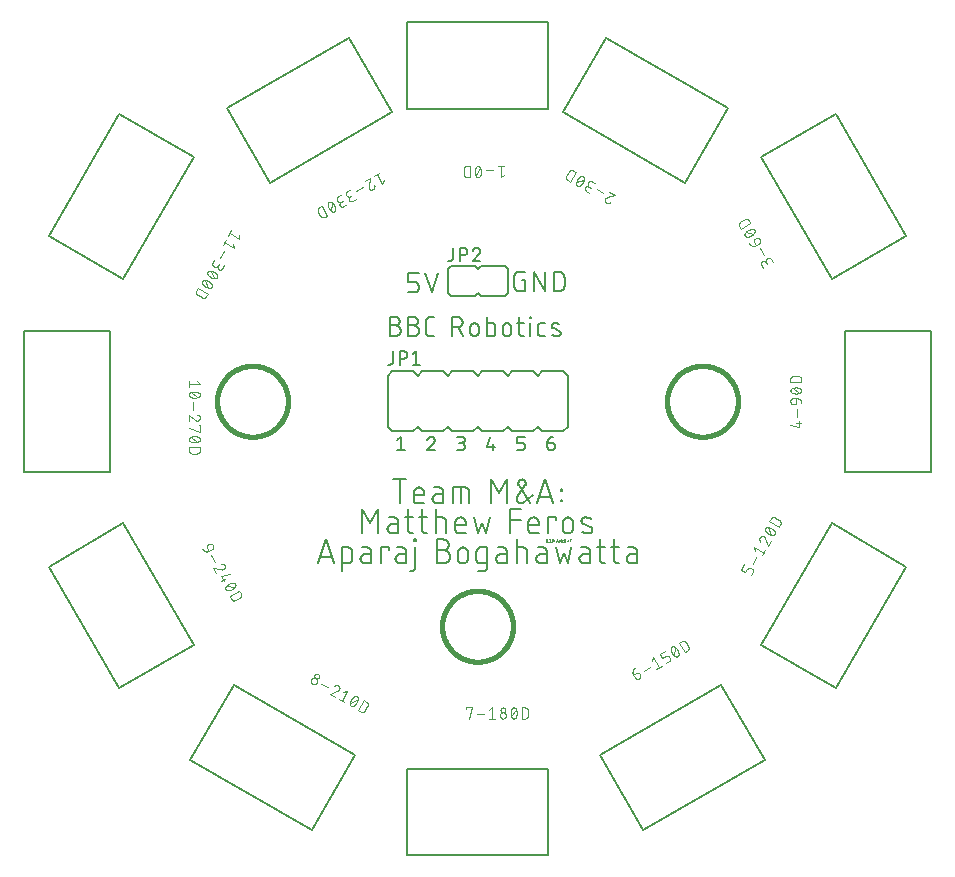
<source format=gto>
G04 EAGLE Gerber X2 export*
G75*
%MOMM*%
%FSLAX34Y34*%
%LPD*%
%AMOC8*
5,1,8,0,0,1.08239X$1,22.5*%
G01*
%ADD10C,0.406400*%
%ADD11C,0.152400*%
%ADD12C,0.177800*%
%ADD13C,0.025400*%
%ADD14C,0.127000*%
%ADD15C,0.203200*%
%ADD16C,0.076200*%

G36*
X77472Y-119505D02*
X77472Y-119505D01*
X77474Y-119506D01*
X77517Y-119486D01*
X77561Y-119468D01*
X77561Y-119466D01*
X77563Y-119465D01*
X77596Y-119380D01*
X77596Y-116840D01*
X77588Y-116820D01*
X77589Y-116798D01*
X77569Y-116776D01*
X77558Y-116749D01*
X77537Y-116741D01*
X77523Y-116725D01*
X77493Y-116724D01*
X77466Y-116714D01*
X77446Y-116723D01*
X77424Y-116722D01*
X77400Y-116744D01*
X77377Y-116755D01*
X77372Y-116767D01*
X77370Y-116772D01*
X77357Y-116784D01*
X76087Y-119324D01*
X76085Y-119355D01*
X76074Y-119384D01*
X76082Y-119402D01*
X76081Y-119422D01*
X76102Y-119445D01*
X76115Y-119473D01*
X76135Y-119481D01*
X76147Y-119495D01*
X76172Y-119495D01*
X76200Y-119506D01*
X77470Y-119506D01*
X77472Y-119505D01*
G37*
G36*
X78764Y-119497D02*
X78764Y-119497D01*
X78786Y-119498D01*
X78810Y-119476D01*
X78833Y-119465D01*
X78840Y-119448D01*
X78853Y-119436D01*
X80123Y-116896D01*
X80125Y-116865D01*
X80136Y-116836D01*
X80128Y-116818D01*
X80129Y-116798D01*
X80108Y-116775D01*
X80095Y-116747D01*
X80075Y-116739D01*
X80063Y-116725D01*
X80038Y-116725D01*
X80010Y-116714D01*
X78740Y-116714D01*
X78738Y-116715D01*
X78736Y-116714D01*
X78693Y-116734D01*
X78649Y-116752D01*
X78649Y-116754D01*
X78647Y-116755D01*
X78614Y-116840D01*
X78614Y-119380D01*
X78622Y-119400D01*
X78621Y-119422D01*
X78641Y-119444D01*
X78652Y-119471D01*
X78673Y-119479D01*
X78687Y-119495D01*
X78717Y-119496D01*
X78744Y-119506D01*
X78764Y-119497D01*
G37*
D10*
X160500Y0D02*
X160509Y736D01*
X160536Y1472D01*
X160581Y2207D01*
X160644Y2941D01*
X160726Y3672D01*
X160825Y4402D01*
X160942Y5129D01*
X161076Y5853D01*
X161229Y6573D01*
X161399Y7289D01*
X161587Y8001D01*
X161792Y8709D01*
X162014Y9410D01*
X162254Y10107D01*
X162510Y10797D01*
X162784Y11481D01*
X163074Y12157D01*
X163380Y12827D01*
X163703Y13488D01*
X164042Y14142D01*
X164397Y14787D01*
X164768Y15423D01*
X165154Y16050D01*
X165556Y16667D01*
X165972Y17274D01*
X166404Y17871D01*
X166850Y18457D01*
X167310Y19032D01*
X167784Y19595D01*
X168271Y20147D01*
X168773Y20686D01*
X169287Y21213D01*
X169814Y21727D01*
X170353Y22229D01*
X170905Y22716D01*
X171468Y23190D01*
X172043Y23650D01*
X172629Y24096D01*
X173226Y24528D01*
X173833Y24944D01*
X174450Y25346D01*
X175077Y25732D01*
X175713Y26103D01*
X176358Y26458D01*
X177012Y26797D01*
X177673Y27120D01*
X178343Y27426D01*
X179019Y27716D01*
X179703Y27990D01*
X180393Y28246D01*
X181090Y28486D01*
X181791Y28708D01*
X182499Y28913D01*
X183211Y29101D01*
X183927Y29271D01*
X184647Y29424D01*
X185371Y29558D01*
X186098Y29675D01*
X186828Y29774D01*
X187559Y29856D01*
X188293Y29919D01*
X189028Y29964D01*
X189764Y29991D01*
X190500Y30000D01*
X191236Y29991D01*
X191972Y29964D01*
X192707Y29919D01*
X193441Y29856D01*
X194172Y29774D01*
X194902Y29675D01*
X195629Y29558D01*
X196353Y29424D01*
X197073Y29271D01*
X197789Y29101D01*
X198501Y28913D01*
X199209Y28708D01*
X199910Y28486D01*
X200607Y28246D01*
X201297Y27990D01*
X201981Y27716D01*
X202657Y27426D01*
X203327Y27120D01*
X203988Y26797D01*
X204642Y26458D01*
X205287Y26103D01*
X205923Y25732D01*
X206550Y25346D01*
X207167Y24944D01*
X207774Y24528D01*
X208371Y24096D01*
X208957Y23650D01*
X209532Y23190D01*
X210095Y22716D01*
X210647Y22229D01*
X211186Y21727D01*
X211713Y21213D01*
X212227Y20686D01*
X212729Y20147D01*
X213216Y19595D01*
X213690Y19032D01*
X214150Y18457D01*
X214596Y17871D01*
X215028Y17274D01*
X215444Y16667D01*
X215846Y16050D01*
X216232Y15423D01*
X216603Y14787D01*
X216958Y14142D01*
X217297Y13488D01*
X217620Y12827D01*
X217926Y12157D01*
X218216Y11481D01*
X218490Y10797D01*
X218746Y10107D01*
X218986Y9410D01*
X219208Y8709D01*
X219413Y8001D01*
X219601Y7289D01*
X219771Y6573D01*
X219924Y5853D01*
X220058Y5129D01*
X220175Y4402D01*
X220274Y3672D01*
X220356Y2941D01*
X220419Y2207D01*
X220464Y1472D01*
X220491Y736D01*
X220500Y0D01*
X220491Y-736D01*
X220464Y-1472D01*
X220419Y-2207D01*
X220356Y-2941D01*
X220274Y-3672D01*
X220175Y-4402D01*
X220058Y-5129D01*
X219924Y-5853D01*
X219771Y-6573D01*
X219601Y-7289D01*
X219413Y-8001D01*
X219208Y-8709D01*
X218986Y-9410D01*
X218746Y-10107D01*
X218490Y-10797D01*
X218216Y-11481D01*
X217926Y-12157D01*
X217620Y-12827D01*
X217297Y-13488D01*
X216958Y-14142D01*
X216603Y-14787D01*
X216232Y-15423D01*
X215846Y-16050D01*
X215444Y-16667D01*
X215028Y-17274D01*
X214596Y-17871D01*
X214150Y-18457D01*
X213690Y-19032D01*
X213216Y-19595D01*
X212729Y-20147D01*
X212227Y-20686D01*
X211713Y-21213D01*
X211186Y-21727D01*
X210647Y-22229D01*
X210095Y-22716D01*
X209532Y-23190D01*
X208957Y-23650D01*
X208371Y-24096D01*
X207774Y-24528D01*
X207167Y-24944D01*
X206550Y-25346D01*
X205923Y-25732D01*
X205287Y-26103D01*
X204642Y-26458D01*
X203988Y-26797D01*
X203327Y-27120D01*
X202657Y-27426D01*
X201981Y-27716D01*
X201297Y-27990D01*
X200607Y-28246D01*
X199910Y-28486D01*
X199209Y-28708D01*
X198501Y-28913D01*
X197789Y-29101D01*
X197073Y-29271D01*
X196353Y-29424D01*
X195629Y-29558D01*
X194902Y-29675D01*
X194172Y-29774D01*
X193441Y-29856D01*
X192707Y-29919D01*
X191972Y-29964D01*
X191236Y-29991D01*
X190500Y-30000D01*
X189764Y-29991D01*
X189028Y-29964D01*
X188293Y-29919D01*
X187559Y-29856D01*
X186828Y-29774D01*
X186098Y-29675D01*
X185371Y-29558D01*
X184647Y-29424D01*
X183927Y-29271D01*
X183211Y-29101D01*
X182499Y-28913D01*
X181791Y-28708D01*
X181090Y-28486D01*
X180393Y-28246D01*
X179703Y-27990D01*
X179019Y-27716D01*
X178343Y-27426D01*
X177673Y-27120D01*
X177012Y-26797D01*
X176358Y-26458D01*
X175713Y-26103D01*
X175077Y-25732D01*
X174450Y-25346D01*
X173833Y-24944D01*
X173226Y-24528D01*
X172629Y-24096D01*
X172043Y-23650D01*
X171468Y-23190D01*
X170905Y-22716D01*
X170353Y-22229D01*
X169814Y-21727D01*
X169287Y-21213D01*
X168773Y-20686D01*
X168271Y-20147D01*
X167784Y-19595D01*
X167310Y-19032D01*
X166850Y-18457D01*
X166404Y-17871D01*
X165972Y-17274D01*
X165556Y-16667D01*
X165154Y-16050D01*
X164768Y-15423D01*
X164397Y-14787D01*
X164042Y-14142D01*
X163703Y-13488D01*
X163380Y-12827D01*
X163074Y-12157D01*
X162784Y-11481D01*
X162510Y-10797D01*
X162254Y-10107D01*
X162014Y-9410D01*
X161792Y-8709D01*
X161587Y-8001D01*
X161399Y-7289D01*
X161229Y-6573D01*
X161076Y-5853D01*
X160942Y-5129D01*
X160825Y-4402D01*
X160726Y-3672D01*
X160644Y-2941D01*
X160581Y-2207D01*
X160536Y-1472D01*
X160509Y-736D01*
X160500Y0D01*
X-30000Y-190500D02*
X-29991Y-189764D01*
X-29964Y-189028D01*
X-29919Y-188293D01*
X-29856Y-187559D01*
X-29774Y-186828D01*
X-29675Y-186098D01*
X-29558Y-185371D01*
X-29424Y-184647D01*
X-29271Y-183927D01*
X-29101Y-183211D01*
X-28913Y-182499D01*
X-28708Y-181791D01*
X-28486Y-181090D01*
X-28246Y-180393D01*
X-27990Y-179703D01*
X-27716Y-179019D01*
X-27426Y-178343D01*
X-27120Y-177673D01*
X-26797Y-177012D01*
X-26458Y-176358D01*
X-26103Y-175713D01*
X-25732Y-175077D01*
X-25346Y-174450D01*
X-24944Y-173833D01*
X-24528Y-173226D01*
X-24096Y-172629D01*
X-23650Y-172043D01*
X-23190Y-171468D01*
X-22716Y-170905D01*
X-22229Y-170353D01*
X-21727Y-169814D01*
X-21213Y-169287D01*
X-20686Y-168773D01*
X-20147Y-168271D01*
X-19595Y-167784D01*
X-19032Y-167310D01*
X-18457Y-166850D01*
X-17871Y-166404D01*
X-17274Y-165972D01*
X-16667Y-165556D01*
X-16050Y-165154D01*
X-15423Y-164768D01*
X-14787Y-164397D01*
X-14142Y-164042D01*
X-13488Y-163703D01*
X-12827Y-163380D01*
X-12157Y-163074D01*
X-11481Y-162784D01*
X-10797Y-162510D01*
X-10107Y-162254D01*
X-9410Y-162014D01*
X-8709Y-161792D01*
X-8001Y-161587D01*
X-7289Y-161399D01*
X-6573Y-161229D01*
X-5853Y-161076D01*
X-5129Y-160942D01*
X-4402Y-160825D01*
X-3672Y-160726D01*
X-2941Y-160644D01*
X-2207Y-160581D01*
X-1472Y-160536D01*
X-736Y-160509D01*
X0Y-160500D01*
X736Y-160509D01*
X1472Y-160536D01*
X2207Y-160581D01*
X2941Y-160644D01*
X3672Y-160726D01*
X4402Y-160825D01*
X5129Y-160942D01*
X5853Y-161076D01*
X6573Y-161229D01*
X7289Y-161399D01*
X8001Y-161587D01*
X8709Y-161792D01*
X9410Y-162014D01*
X10107Y-162254D01*
X10797Y-162510D01*
X11481Y-162784D01*
X12157Y-163074D01*
X12827Y-163380D01*
X13488Y-163703D01*
X14142Y-164042D01*
X14787Y-164397D01*
X15423Y-164768D01*
X16050Y-165154D01*
X16667Y-165556D01*
X17274Y-165972D01*
X17871Y-166404D01*
X18457Y-166850D01*
X19032Y-167310D01*
X19595Y-167784D01*
X20147Y-168271D01*
X20686Y-168773D01*
X21213Y-169287D01*
X21727Y-169814D01*
X22229Y-170353D01*
X22716Y-170905D01*
X23190Y-171468D01*
X23650Y-172043D01*
X24096Y-172629D01*
X24528Y-173226D01*
X24944Y-173833D01*
X25346Y-174450D01*
X25732Y-175077D01*
X26103Y-175713D01*
X26458Y-176358D01*
X26797Y-177012D01*
X27120Y-177673D01*
X27426Y-178343D01*
X27716Y-179019D01*
X27990Y-179703D01*
X28246Y-180393D01*
X28486Y-181090D01*
X28708Y-181791D01*
X28913Y-182499D01*
X29101Y-183211D01*
X29271Y-183927D01*
X29424Y-184647D01*
X29558Y-185371D01*
X29675Y-186098D01*
X29774Y-186828D01*
X29856Y-187559D01*
X29919Y-188293D01*
X29964Y-189028D01*
X29991Y-189764D01*
X30000Y-190500D01*
X29991Y-191236D01*
X29964Y-191972D01*
X29919Y-192707D01*
X29856Y-193441D01*
X29774Y-194172D01*
X29675Y-194902D01*
X29558Y-195629D01*
X29424Y-196353D01*
X29271Y-197073D01*
X29101Y-197789D01*
X28913Y-198501D01*
X28708Y-199209D01*
X28486Y-199910D01*
X28246Y-200607D01*
X27990Y-201297D01*
X27716Y-201981D01*
X27426Y-202657D01*
X27120Y-203327D01*
X26797Y-203988D01*
X26458Y-204642D01*
X26103Y-205287D01*
X25732Y-205923D01*
X25346Y-206550D01*
X24944Y-207167D01*
X24528Y-207774D01*
X24096Y-208371D01*
X23650Y-208957D01*
X23190Y-209532D01*
X22716Y-210095D01*
X22229Y-210647D01*
X21727Y-211186D01*
X21213Y-211713D01*
X20686Y-212227D01*
X20147Y-212729D01*
X19595Y-213216D01*
X19032Y-213690D01*
X18457Y-214150D01*
X17871Y-214596D01*
X17274Y-215028D01*
X16667Y-215444D01*
X16050Y-215846D01*
X15423Y-216232D01*
X14787Y-216603D01*
X14142Y-216958D01*
X13488Y-217297D01*
X12827Y-217620D01*
X12157Y-217926D01*
X11481Y-218216D01*
X10797Y-218490D01*
X10107Y-218746D01*
X9410Y-218986D01*
X8709Y-219208D01*
X8001Y-219413D01*
X7289Y-219601D01*
X6573Y-219771D01*
X5853Y-219924D01*
X5129Y-220058D01*
X4402Y-220175D01*
X3672Y-220274D01*
X2941Y-220356D01*
X2207Y-220419D01*
X1472Y-220464D01*
X736Y-220491D01*
X0Y-220500D01*
X-736Y-220491D01*
X-1472Y-220464D01*
X-2207Y-220419D01*
X-2941Y-220356D01*
X-3672Y-220274D01*
X-4402Y-220175D01*
X-5129Y-220058D01*
X-5853Y-219924D01*
X-6573Y-219771D01*
X-7289Y-219601D01*
X-8001Y-219413D01*
X-8709Y-219208D01*
X-9410Y-218986D01*
X-10107Y-218746D01*
X-10797Y-218490D01*
X-11481Y-218216D01*
X-12157Y-217926D01*
X-12827Y-217620D01*
X-13488Y-217297D01*
X-14142Y-216958D01*
X-14787Y-216603D01*
X-15423Y-216232D01*
X-16050Y-215846D01*
X-16667Y-215444D01*
X-17274Y-215028D01*
X-17871Y-214596D01*
X-18457Y-214150D01*
X-19032Y-213690D01*
X-19595Y-213216D01*
X-20147Y-212729D01*
X-20686Y-212227D01*
X-21213Y-211713D01*
X-21727Y-211186D01*
X-22229Y-210647D01*
X-22716Y-210095D01*
X-23190Y-209532D01*
X-23650Y-208957D01*
X-24096Y-208371D01*
X-24528Y-207774D01*
X-24944Y-207167D01*
X-25346Y-206550D01*
X-25732Y-205923D01*
X-26103Y-205287D01*
X-26458Y-204642D01*
X-26797Y-203988D01*
X-27120Y-203327D01*
X-27426Y-202657D01*
X-27716Y-201981D01*
X-27990Y-201297D01*
X-28246Y-200607D01*
X-28486Y-199910D01*
X-28708Y-199209D01*
X-28913Y-198501D01*
X-29101Y-197789D01*
X-29271Y-197073D01*
X-29424Y-196353D01*
X-29558Y-195629D01*
X-29675Y-194902D01*
X-29774Y-194172D01*
X-29856Y-193441D01*
X-29919Y-192707D01*
X-29964Y-191972D01*
X-29991Y-191236D01*
X-30000Y-190500D01*
X-220500Y0D02*
X-220491Y736D01*
X-220464Y1472D01*
X-220419Y2207D01*
X-220356Y2941D01*
X-220274Y3672D01*
X-220175Y4402D01*
X-220058Y5129D01*
X-219924Y5853D01*
X-219771Y6573D01*
X-219601Y7289D01*
X-219413Y8001D01*
X-219208Y8709D01*
X-218986Y9410D01*
X-218746Y10107D01*
X-218490Y10797D01*
X-218216Y11481D01*
X-217926Y12157D01*
X-217620Y12827D01*
X-217297Y13488D01*
X-216958Y14142D01*
X-216603Y14787D01*
X-216232Y15423D01*
X-215846Y16050D01*
X-215444Y16667D01*
X-215028Y17274D01*
X-214596Y17871D01*
X-214150Y18457D01*
X-213690Y19032D01*
X-213216Y19595D01*
X-212729Y20147D01*
X-212227Y20686D01*
X-211713Y21213D01*
X-211186Y21727D01*
X-210647Y22229D01*
X-210095Y22716D01*
X-209532Y23190D01*
X-208957Y23650D01*
X-208371Y24096D01*
X-207774Y24528D01*
X-207167Y24944D01*
X-206550Y25346D01*
X-205923Y25732D01*
X-205287Y26103D01*
X-204642Y26458D01*
X-203988Y26797D01*
X-203327Y27120D01*
X-202657Y27426D01*
X-201981Y27716D01*
X-201297Y27990D01*
X-200607Y28246D01*
X-199910Y28486D01*
X-199209Y28708D01*
X-198501Y28913D01*
X-197789Y29101D01*
X-197073Y29271D01*
X-196353Y29424D01*
X-195629Y29558D01*
X-194902Y29675D01*
X-194172Y29774D01*
X-193441Y29856D01*
X-192707Y29919D01*
X-191972Y29964D01*
X-191236Y29991D01*
X-190500Y30000D01*
X-189764Y29991D01*
X-189028Y29964D01*
X-188293Y29919D01*
X-187559Y29856D01*
X-186828Y29774D01*
X-186098Y29675D01*
X-185371Y29558D01*
X-184647Y29424D01*
X-183927Y29271D01*
X-183211Y29101D01*
X-182499Y28913D01*
X-181791Y28708D01*
X-181090Y28486D01*
X-180393Y28246D01*
X-179703Y27990D01*
X-179019Y27716D01*
X-178343Y27426D01*
X-177673Y27120D01*
X-177012Y26797D01*
X-176358Y26458D01*
X-175713Y26103D01*
X-175077Y25732D01*
X-174450Y25346D01*
X-173833Y24944D01*
X-173226Y24528D01*
X-172629Y24096D01*
X-172043Y23650D01*
X-171468Y23190D01*
X-170905Y22716D01*
X-170353Y22229D01*
X-169814Y21727D01*
X-169287Y21213D01*
X-168773Y20686D01*
X-168271Y20147D01*
X-167784Y19595D01*
X-167310Y19032D01*
X-166850Y18457D01*
X-166404Y17871D01*
X-165972Y17274D01*
X-165556Y16667D01*
X-165154Y16050D01*
X-164768Y15423D01*
X-164397Y14787D01*
X-164042Y14142D01*
X-163703Y13488D01*
X-163380Y12827D01*
X-163074Y12157D01*
X-162784Y11481D01*
X-162510Y10797D01*
X-162254Y10107D01*
X-162014Y9410D01*
X-161792Y8709D01*
X-161587Y8001D01*
X-161399Y7289D01*
X-161229Y6573D01*
X-161076Y5853D01*
X-160942Y5129D01*
X-160825Y4402D01*
X-160726Y3672D01*
X-160644Y2941D01*
X-160581Y2207D01*
X-160536Y1472D01*
X-160509Y736D01*
X-160500Y0D01*
X-160509Y-736D01*
X-160536Y-1472D01*
X-160581Y-2207D01*
X-160644Y-2941D01*
X-160726Y-3672D01*
X-160825Y-4402D01*
X-160942Y-5129D01*
X-161076Y-5853D01*
X-161229Y-6573D01*
X-161399Y-7289D01*
X-161587Y-8001D01*
X-161792Y-8709D01*
X-162014Y-9410D01*
X-162254Y-10107D01*
X-162510Y-10797D01*
X-162784Y-11481D01*
X-163074Y-12157D01*
X-163380Y-12827D01*
X-163703Y-13488D01*
X-164042Y-14142D01*
X-164397Y-14787D01*
X-164768Y-15423D01*
X-165154Y-16050D01*
X-165556Y-16667D01*
X-165972Y-17274D01*
X-166404Y-17871D01*
X-166850Y-18457D01*
X-167310Y-19032D01*
X-167784Y-19595D01*
X-168271Y-20147D01*
X-168773Y-20686D01*
X-169287Y-21213D01*
X-169814Y-21727D01*
X-170353Y-22229D01*
X-170905Y-22716D01*
X-171468Y-23190D01*
X-172043Y-23650D01*
X-172629Y-24096D01*
X-173226Y-24528D01*
X-173833Y-24944D01*
X-174450Y-25346D01*
X-175077Y-25732D01*
X-175713Y-26103D01*
X-176358Y-26458D01*
X-177012Y-26797D01*
X-177673Y-27120D01*
X-178343Y-27426D01*
X-179019Y-27716D01*
X-179703Y-27990D01*
X-180393Y-28246D01*
X-181090Y-28486D01*
X-181791Y-28708D01*
X-182499Y-28913D01*
X-183211Y-29101D01*
X-183927Y-29271D01*
X-184647Y-29424D01*
X-185371Y-29558D01*
X-186098Y-29675D01*
X-186828Y-29774D01*
X-187559Y-29856D01*
X-188293Y-29919D01*
X-189028Y-29964D01*
X-189764Y-29991D01*
X-190500Y-30000D01*
X-191236Y-29991D01*
X-191972Y-29964D01*
X-192707Y-29919D01*
X-193441Y-29856D01*
X-194172Y-29774D01*
X-194902Y-29675D01*
X-195629Y-29558D01*
X-196353Y-29424D01*
X-197073Y-29271D01*
X-197789Y-29101D01*
X-198501Y-28913D01*
X-199209Y-28708D01*
X-199910Y-28486D01*
X-200607Y-28246D01*
X-201297Y-27990D01*
X-201981Y-27716D01*
X-202657Y-27426D01*
X-203327Y-27120D01*
X-203988Y-26797D01*
X-204642Y-26458D01*
X-205287Y-26103D01*
X-205923Y-25732D01*
X-206550Y-25346D01*
X-207167Y-24944D01*
X-207774Y-24528D01*
X-208371Y-24096D01*
X-208957Y-23650D01*
X-209532Y-23190D01*
X-210095Y-22716D01*
X-210647Y-22229D01*
X-211186Y-21727D01*
X-211713Y-21213D01*
X-212227Y-20686D01*
X-212729Y-20147D01*
X-213216Y-19595D01*
X-213690Y-19032D01*
X-214150Y-18457D01*
X-214596Y-17871D01*
X-215028Y-17274D01*
X-215444Y-16667D01*
X-215846Y-16050D01*
X-216232Y-15423D01*
X-216603Y-14787D01*
X-216958Y-14142D01*
X-217297Y-13488D01*
X-217620Y-12827D01*
X-217926Y-12157D01*
X-218216Y-11481D01*
X-218490Y-10797D01*
X-218746Y-10107D01*
X-218986Y-9410D01*
X-219208Y-8709D01*
X-219413Y-8001D01*
X-219601Y-7289D01*
X-219771Y-6573D01*
X-219924Y-5853D01*
X-220058Y-5129D01*
X-220175Y-4402D01*
X-220274Y-3672D01*
X-220356Y-2941D01*
X-220419Y-2207D01*
X-220464Y-1472D01*
X-220491Y-736D01*
X-220500Y0D01*
D11*
X-58928Y92202D02*
X-53509Y92202D01*
X-53391Y92204D01*
X-53273Y92210D01*
X-53155Y92219D01*
X-53038Y92233D01*
X-52921Y92250D01*
X-52804Y92271D01*
X-52689Y92296D01*
X-52574Y92325D01*
X-52460Y92358D01*
X-52348Y92394D01*
X-52237Y92434D01*
X-52127Y92477D01*
X-52018Y92524D01*
X-51911Y92574D01*
X-51806Y92629D01*
X-51703Y92686D01*
X-51602Y92747D01*
X-51502Y92811D01*
X-51405Y92878D01*
X-51310Y92948D01*
X-51218Y93022D01*
X-51127Y93098D01*
X-51040Y93178D01*
X-50955Y93260D01*
X-50873Y93345D01*
X-50793Y93432D01*
X-50717Y93523D01*
X-50643Y93615D01*
X-50573Y93710D01*
X-50506Y93807D01*
X-50442Y93907D01*
X-50381Y94008D01*
X-50324Y94111D01*
X-50269Y94216D01*
X-50219Y94323D01*
X-50172Y94432D01*
X-50129Y94542D01*
X-50089Y94653D01*
X-50053Y94765D01*
X-50020Y94879D01*
X-49991Y94994D01*
X-49966Y95109D01*
X-49945Y95226D01*
X-49928Y95343D01*
X-49914Y95460D01*
X-49905Y95578D01*
X-49899Y95696D01*
X-49897Y95814D01*
X-49897Y97621D01*
X-49899Y97739D01*
X-49905Y97857D01*
X-49914Y97975D01*
X-49928Y98092D01*
X-49945Y98209D01*
X-49966Y98326D01*
X-49991Y98441D01*
X-50020Y98556D01*
X-50053Y98670D01*
X-50089Y98782D01*
X-50129Y98893D01*
X-50172Y99003D01*
X-50219Y99112D01*
X-50269Y99219D01*
X-50324Y99324D01*
X-50381Y99427D01*
X-50442Y99528D01*
X-50506Y99628D01*
X-50573Y99725D01*
X-50643Y99820D01*
X-50717Y99912D01*
X-50793Y100003D01*
X-50873Y100090D01*
X-50955Y100175D01*
X-51040Y100257D01*
X-51127Y100337D01*
X-51218Y100413D01*
X-51310Y100487D01*
X-51405Y100557D01*
X-51502Y100624D01*
X-51602Y100688D01*
X-51703Y100749D01*
X-51806Y100806D01*
X-51911Y100861D01*
X-52018Y100911D01*
X-52127Y100958D01*
X-52237Y101001D01*
X-52348Y101041D01*
X-52460Y101077D01*
X-52574Y101110D01*
X-52689Y101139D01*
X-52804Y101164D01*
X-52921Y101185D01*
X-53038Y101202D01*
X-53155Y101216D01*
X-53273Y101225D01*
X-53391Y101231D01*
X-53509Y101233D01*
X-58928Y101233D01*
X-58928Y108458D01*
X-49897Y108458D01*
X-44200Y108458D02*
X-38781Y92202D01*
X-33363Y108458D01*
X37564Y102503D02*
X40273Y102503D01*
X40273Y93472D01*
X34854Y93472D01*
X34736Y93474D01*
X34618Y93480D01*
X34500Y93489D01*
X34383Y93503D01*
X34266Y93520D01*
X34149Y93541D01*
X34034Y93566D01*
X33919Y93595D01*
X33805Y93628D01*
X33693Y93664D01*
X33582Y93704D01*
X33472Y93747D01*
X33363Y93794D01*
X33256Y93844D01*
X33151Y93899D01*
X33048Y93956D01*
X32947Y94017D01*
X32847Y94081D01*
X32750Y94148D01*
X32655Y94218D01*
X32563Y94292D01*
X32472Y94368D01*
X32385Y94448D01*
X32300Y94530D01*
X32218Y94615D01*
X32138Y94702D01*
X32062Y94793D01*
X31988Y94885D01*
X31918Y94980D01*
X31851Y95077D01*
X31787Y95177D01*
X31726Y95278D01*
X31669Y95381D01*
X31614Y95486D01*
X31564Y95593D01*
X31517Y95702D01*
X31474Y95812D01*
X31434Y95923D01*
X31398Y96035D01*
X31365Y96149D01*
X31336Y96264D01*
X31311Y96379D01*
X31290Y96496D01*
X31273Y96613D01*
X31259Y96730D01*
X31250Y96848D01*
X31244Y96966D01*
X31242Y97084D01*
X31242Y106116D01*
X31244Y106234D01*
X31250Y106352D01*
X31259Y106470D01*
X31273Y106587D01*
X31290Y106704D01*
X31311Y106821D01*
X31336Y106936D01*
X31365Y107051D01*
X31398Y107165D01*
X31434Y107277D01*
X31474Y107388D01*
X31517Y107498D01*
X31564Y107607D01*
X31614Y107714D01*
X31668Y107819D01*
X31726Y107922D01*
X31787Y108023D01*
X31851Y108123D01*
X31918Y108220D01*
X31988Y108315D01*
X32062Y108407D01*
X32138Y108498D01*
X32218Y108585D01*
X32300Y108670D01*
X32385Y108752D01*
X32472Y108832D01*
X32563Y108908D01*
X32655Y108982D01*
X32750Y109052D01*
X32847Y109119D01*
X32947Y109183D01*
X33048Y109244D01*
X33151Y109301D01*
X33256Y109355D01*
X33363Y109406D01*
X33472Y109453D01*
X33582Y109496D01*
X33693Y109536D01*
X33805Y109572D01*
X33919Y109605D01*
X34034Y109634D01*
X34149Y109659D01*
X34266Y109680D01*
X34383Y109697D01*
X34500Y109711D01*
X34618Y109720D01*
X34736Y109726D01*
X34854Y109728D01*
X40273Y109728D01*
X47915Y109728D02*
X47915Y93472D01*
X56946Y93472D02*
X47915Y109728D01*
X56946Y109728D02*
X56946Y93472D01*
X64589Y93472D02*
X64589Y109728D01*
X69104Y109728D01*
X69235Y109726D01*
X69367Y109720D01*
X69498Y109711D01*
X69628Y109697D01*
X69759Y109680D01*
X69888Y109659D01*
X70017Y109635D01*
X70145Y109606D01*
X70273Y109574D01*
X70399Y109538D01*
X70524Y109499D01*
X70649Y109456D01*
X70771Y109409D01*
X70893Y109359D01*
X71013Y109305D01*
X71131Y109248D01*
X71247Y109187D01*
X71362Y109123D01*
X71475Y109056D01*
X71586Y108985D01*
X71694Y108911D01*
X71801Y108834D01*
X71905Y108754D01*
X72007Y108671D01*
X72106Y108586D01*
X72203Y108497D01*
X72297Y108405D01*
X72389Y108311D01*
X72478Y108214D01*
X72563Y108115D01*
X72646Y108013D01*
X72726Y107909D01*
X72803Y107802D01*
X72877Y107694D01*
X72948Y107583D01*
X73015Y107470D01*
X73079Y107355D01*
X73140Y107239D01*
X73197Y107121D01*
X73251Y107001D01*
X73301Y106879D01*
X73348Y106757D01*
X73391Y106632D01*
X73430Y106507D01*
X73466Y106381D01*
X73498Y106253D01*
X73527Y106125D01*
X73551Y105996D01*
X73572Y105867D01*
X73589Y105736D01*
X73603Y105606D01*
X73612Y105475D01*
X73618Y105343D01*
X73620Y105212D01*
X73620Y97988D01*
X73618Y97857D01*
X73612Y97725D01*
X73603Y97594D01*
X73589Y97464D01*
X73572Y97333D01*
X73551Y97204D01*
X73527Y97075D01*
X73498Y96947D01*
X73466Y96819D01*
X73430Y96693D01*
X73391Y96568D01*
X73348Y96443D01*
X73301Y96321D01*
X73251Y96199D01*
X73197Y96079D01*
X73140Y95961D01*
X73079Y95845D01*
X73015Y95730D01*
X72948Y95617D01*
X72877Y95506D01*
X72803Y95398D01*
X72726Y95291D01*
X72646Y95187D01*
X72563Y95085D01*
X72478Y94986D01*
X72389Y94889D01*
X72297Y94795D01*
X72203Y94703D01*
X72106Y94614D01*
X72007Y94529D01*
X71905Y94446D01*
X71801Y94366D01*
X71694Y94289D01*
X71586Y94215D01*
X71475Y94144D01*
X71362Y94077D01*
X71247Y94013D01*
X71131Y93952D01*
X71013Y93895D01*
X70893Y93841D01*
X70771Y93791D01*
X70649Y93744D01*
X70524Y93701D01*
X70399Y93662D01*
X70273Y93626D01*
X70145Y93594D01*
X70017Y93565D01*
X69888Y93541D01*
X69758Y93520D01*
X69628Y93503D01*
X69498Y93489D01*
X69367Y93480D01*
X69235Y93474D01*
X69104Y93472D01*
X64589Y93472D01*
D12*
X-65775Y-66167D02*
X-65775Y-86233D01*
X-71348Y-66167D02*
X-60201Y-66167D01*
X-50823Y-86233D02*
X-45249Y-86233D01*
X-50823Y-86233D02*
X-50937Y-86231D01*
X-51051Y-86225D01*
X-51165Y-86215D01*
X-51278Y-86202D01*
X-51391Y-86184D01*
X-51503Y-86163D01*
X-51615Y-86138D01*
X-51725Y-86109D01*
X-51835Y-86076D01*
X-51943Y-86040D01*
X-52050Y-86000D01*
X-52155Y-85956D01*
X-52259Y-85909D01*
X-52361Y-85858D01*
X-52462Y-85804D01*
X-52560Y-85746D01*
X-52657Y-85685D01*
X-52751Y-85621D01*
X-52844Y-85554D01*
X-52933Y-85483D01*
X-53021Y-85409D01*
X-53105Y-85333D01*
X-53188Y-85254D01*
X-53267Y-85171D01*
X-53343Y-85087D01*
X-53417Y-84999D01*
X-53488Y-84910D01*
X-53555Y-84817D01*
X-53619Y-84723D01*
X-53680Y-84626D01*
X-53738Y-84528D01*
X-53792Y-84427D01*
X-53843Y-84325D01*
X-53890Y-84221D01*
X-53934Y-84116D01*
X-53974Y-84009D01*
X-54010Y-83901D01*
X-54043Y-83791D01*
X-54072Y-83681D01*
X-54097Y-83569D01*
X-54118Y-83457D01*
X-54136Y-83344D01*
X-54149Y-83231D01*
X-54159Y-83117D01*
X-54165Y-83003D01*
X-54167Y-82889D01*
X-54167Y-77315D01*
X-54165Y-77183D01*
X-54159Y-77051D01*
X-54149Y-76919D01*
X-54136Y-76788D01*
X-54118Y-76657D01*
X-54097Y-76526D01*
X-54071Y-76397D01*
X-54042Y-76268D01*
X-54009Y-76140D01*
X-53973Y-76013D01*
X-53932Y-75887D01*
X-53888Y-75762D01*
X-53840Y-75639D01*
X-53789Y-75517D01*
X-53734Y-75397D01*
X-53675Y-75279D01*
X-53613Y-75162D01*
X-53547Y-75047D01*
X-53479Y-74935D01*
X-53406Y-74824D01*
X-53331Y-74715D01*
X-53252Y-74609D01*
X-53171Y-74505D01*
X-53086Y-74404D01*
X-52998Y-74305D01*
X-52907Y-74209D01*
X-52814Y-74116D01*
X-52718Y-74025D01*
X-52619Y-73937D01*
X-52518Y-73852D01*
X-52414Y-73771D01*
X-52308Y-73692D01*
X-52199Y-73617D01*
X-52088Y-73544D01*
X-51976Y-73476D01*
X-51861Y-73410D01*
X-51744Y-73348D01*
X-51626Y-73289D01*
X-51506Y-73234D01*
X-51384Y-73183D01*
X-51261Y-73135D01*
X-51136Y-73091D01*
X-51010Y-73050D01*
X-50883Y-73014D01*
X-50755Y-72981D01*
X-50626Y-72952D01*
X-50497Y-72926D01*
X-50366Y-72905D01*
X-50235Y-72887D01*
X-50104Y-72874D01*
X-49972Y-72864D01*
X-49840Y-72858D01*
X-49708Y-72856D01*
X-49576Y-72858D01*
X-49444Y-72864D01*
X-49312Y-72874D01*
X-49181Y-72887D01*
X-49050Y-72905D01*
X-48919Y-72926D01*
X-48790Y-72952D01*
X-48661Y-72981D01*
X-48533Y-73014D01*
X-48406Y-73050D01*
X-48280Y-73091D01*
X-48155Y-73135D01*
X-48032Y-73183D01*
X-47910Y-73234D01*
X-47790Y-73289D01*
X-47672Y-73348D01*
X-47555Y-73410D01*
X-47440Y-73476D01*
X-47328Y-73544D01*
X-47217Y-73617D01*
X-47108Y-73692D01*
X-47002Y-73771D01*
X-46898Y-73852D01*
X-46797Y-73937D01*
X-46698Y-74025D01*
X-46602Y-74116D01*
X-46509Y-74209D01*
X-46418Y-74305D01*
X-46330Y-74404D01*
X-46245Y-74505D01*
X-46164Y-74609D01*
X-46085Y-74715D01*
X-46010Y-74824D01*
X-45937Y-74935D01*
X-45869Y-75047D01*
X-45803Y-75162D01*
X-45741Y-75279D01*
X-45682Y-75397D01*
X-45627Y-75517D01*
X-45576Y-75639D01*
X-45528Y-75762D01*
X-45484Y-75887D01*
X-45443Y-76013D01*
X-45407Y-76140D01*
X-45374Y-76268D01*
X-45345Y-76397D01*
X-45319Y-76526D01*
X-45298Y-76657D01*
X-45280Y-76788D01*
X-45267Y-76919D01*
X-45257Y-77051D01*
X-45251Y-77183D01*
X-45249Y-77315D01*
X-45249Y-79544D01*
X-54167Y-79544D01*
X-34264Y-78430D02*
X-29247Y-78430D01*
X-34264Y-78429D02*
X-34388Y-78431D01*
X-34511Y-78437D01*
X-34635Y-78447D01*
X-34758Y-78460D01*
X-34881Y-78478D01*
X-35002Y-78500D01*
X-35124Y-78525D01*
X-35244Y-78554D01*
X-35363Y-78587D01*
X-35482Y-78624D01*
X-35599Y-78664D01*
X-35714Y-78709D01*
X-35828Y-78756D01*
X-35941Y-78808D01*
X-36052Y-78863D01*
X-36161Y-78921D01*
X-36268Y-78983D01*
X-36374Y-79048D01*
X-36477Y-79117D01*
X-36578Y-79189D01*
X-36676Y-79264D01*
X-36772Y-79342D01*
X-36866Y-79423D01*
X-36957Y-79507D01*
X-37045Y-79594D01*
X-37130Y-79683D01*
X-37213Y-79776D01*
X-37293Y-79871D01*
X-37369Y-79968D01*
X-37442Y-80068D01*
X-37513Y-80170D01*
X-37580Y-80274D01*
X-37643Y-80380D01*
X-37703Y-80488D01*
X-37760Y-80598D01*
X-37813Y-80710D01*
X-37863Y-80823D01*
X-37909Y-80938D01*
X-37951Y-81055D01*
X-37990Y-81172D01*
X-38025Y-81291D01*
X-38056Y-81411D01*
X-38083Y-81532D01*
X-38107Y-81653D01*
X-38126Y-81776D01*
X-38142Y-81899D01*
X-38154Y-82022D01*
X-38162Y-82145D01*
X-38166Y-82269D01*
X-38166Y-82393D01*
X-38162Y-82517D01*
X-38154Y-82640D01*
X-38142Y-82763D01*
X-38126Y-82886D01*
X-38107Y-83009D01*
X-38083Y-83130D01*
X-38056Y-83251D01*
X-38025Y-83371D01*
X-37990Y-83490D01*
X-37951Y-83607D01*
X-37909Y-83724D01*
X-37863Y-83839D01*
X-37813Y-83952D01*
X-37760Y-84064D01*
X-37703Y-84174D01*
X-37643Y-84282D01*
X-37580Y-84388D01*
X-37513Y-84492D01*
X-37442Y-84594D01*
X-37369Y-84694D01*
X-37293Y-84791D01*
X-37213Y-84886D01*
X-37130Y-84979D01*
X-37045Y-85068D01*
X-36957Y-85155D01*
X-36866Y-85239D01*
X-36772Y-85320D01*
X-36676Y-85398D01*
X-36578Y-85473D01*
X-36477Y-85545D01*
X-36374Y-85614D01*
X-36268Y-85679D01*
X-36161Y-85741D01*
X-36052Y-85799D01*
X-35941Y-85854D01*
X-35828Y-85906D01*
X-35714Y-85953D01*
X-35599Y-85998D01*
X-35482Y-86038D01*
X-35363Y-86075D01*
X-35244Y-86108D01*
X-35124Y-86137D01*
X-35002Y-86162D01*
X-34881Y-86184D01*
X-34758Y-86202D01*
X-34635Y-86215D01*
X-34511Y-86225D01*
X-34388Y-86231D01*
X-34264Y-86233D01*
X-29247Y-86233D01*
X-29247Y-76200D01*
X-29248Y-76200D02*
X-29250Y-76086D01*
X-29256Y-75972D01*
X-29266Y-75858D01*
X-29279Y-75745D01*
X-29297Y-75632D01*
X-29318Y-75520D01*
X-29343Y-75408D01*
X-29372Y-75298D01*
X-29405Y-75188D01*
X-29441Y-75080D01*
X-29481Y-74973D01*
X-29525Y-74868D01*
X-29572Y-74764D01*
X-29623Y-74662D01*
X-29677Y-74561D01*
X-29735Y-74463D01*
X-29796Y-74366D01*
X-29860Y-74272D01*
X-29927Y-74179D01*
X-29998Y-74090D01*
X-30072Y-74002D01*
X-30148Y-73918D01*
X-30227Y-73835D01*
X-30310Y-73756D01*
X-30394Y-73680D01*
X-30482Y-73606D01*
X-30571Y-73535D01*
X-30664Y-73468D01*
X-30758Y-73404D01*
X-30855Y-73343D01*
X-30953Y-73285D01*
X-31054Y-73231D01*
X-31156Y-73180D01*
X-31260Y-73133D01*
X-31365Y-73089D01*
X-31472Y-73049D01*
X-31580Y-73013D01*
X-31690Y-72980D01*
X-31800Y-72951D01*
X-31912Y-72926D01*
X-32024Y-72905D01*
X-32137Y-72887D01*
X-32250Y-72874D01*
X-32364Y-72864D01*
X-32478Y-72858D01*
X-32592Y-72856D01*
X-37051Y-72856D01*
X-20556Y-72856D02*
X-20556Y-86233D01*
X-20556Y-72856D02*
X-10523Y-72856D01*
X-10409Y-72858D01*
X-10295Y-72864D01*
X-10181Y-72874D01*
X-10068Y-72887D01*
X-9955Y-72905D01*
X-9843Y-72926D01*
X-9731Y-72951D01*
X-9621Y-72980D01*
X-9511Y-73013D01*
X-9403Y-73049D01*
X-9296Y-73089D01*
X-9191Y-73133D01*
X-9087Y-73180D01*
X-8985Y-73231D01*
X-8884Y-73285D01*
X-8786Y-73343D01*
X-8689Y-73404D01*
X-8595Y-73468D01*
X-8502Y-73535D01*
X-8413Y-73606D01*
X-8325Y-73680D01*
X-8241Y-73756D01*
X-8158Y-73835D01*
X-8079Y-73918D01*
X-8003Y-74002D01*
X-7929Y-74090D01*
X-7858Y-74179D01*
X-7791Y-74272D01*
X-7727Y-74366D01*
X-7666Y-74463D01*
X-7608Y-74561D01*
X-7554Y-74662D01*
X-7503Y-74764D01*
X-7456Y-74868D01*
X-7412Y-74973D01*
X-7372Y-75080D01*
X-7336Y-75188D01*
X-7303Y-75298D01*
X-7274Y-75408D01*
X-7249Y-75520D01*
X-7228Y-75632D01*
X-7210Y-75745D01*
X-7197Y-75858D01*
X-7187Y-75972D01*
X-7181Y-76086D01*
X-7179Y-76200D01*
X-7179Y-86233D01*
X-13867Y-86233D02*
X-13867Y-72856D01*
X11577Y-66167D02*
X11577Y-86233D01*
X18266Y-77315D02*
X11577Y-66167D01*
X18266Y-77315D02*
X24955Y-66167D01*
X24955Y-86233D01*
X34849Y-71183D02*
X34791Y-71085D01*
X34735Y-70984D01*
X34684Y-70882D01*
X34635Y-70779D01*
X34591Y-70673D01*
X34550Y-70566D01*
X34513Y-70458D01*
X34480Y-70348D01*
X34450Y-70238D01*
X34425Y-70126D01*
X34403Y-70014D01*
X34385Y-69901D01*
X34371Y-69787D01*
X34362Y-69673D01*
X34356Y-69559D01*
X34354Y-69444D01*
X34356Y-69330D01*
X34362Y-69216D01*
X34372Y-69102D01*
X34387Y-68988D01*
X34405Y-68875D01*
X34427Y-68763D01*
X34452Y-68651D01*
X34482Y-68541D01*
X34516Y-68431D01*
X34553Y-68323D01*
X34594Y-68216D01*
X34639Y-68111D01*
X34688Y-68007D01*
X34740Y-67905D01*
X34795Y-67805D01*
X34854Y-67707D01*
X34917Y-67611D01*
X34982Y-67518D01*
X35051Y-67426D01*
X35123Y-67337D01*
X35199Y-67251D01*
X35277Y-67167D01*
X35358Y-67087D01*
X35442Y-67009D01*
X35528Y-66934D01*
X35617Y-66862D01*
X35708Y-66793D01*
X35802Y-66727D01*
X35898Y-66665D01*
X35996Y-66606D01*
X36096Y-66550D01*
X36198Y-66499D01*
X36302Y-66450D01*
X36408Y-66406D01*
X36514Y-66365D01*
X36623Y-66327D01*
X36732Y-66294D01*
X36843Y-66264D01*
X36954Y-66239D01*
X37067Y-66217D01*
X37180Y-66199D01*
X37293Y-66185D01*
X37407Y-66175D01*
X37522Y-66169D01*
X37636Y-66167D01*
X34849Y-71184D02*
X44325Y-86233D01*
X40423Y-71183D02*
X40481Y-71085D01*
X40537Y-70984D01*
X40588Y-70882D01*
X40637Y-70779D01*
X40681Y-70673D01*
X40722Y-70566D01*
X40759Y-70458D01*
X40792Y-70348D01*
X40822Y-70238D01*
X40847Y-70126D01*
X40869Y-70014D01*
X40887Y-69901D01*
X40901Y-69787D01*
X40910Y-69673D01*
X40916Y-69559D01*
X40918Y-69444D01*
X40916Y-69330D01*
X40910Y-69216D01*
X40900Y-69102D01*
X40885Y-68988D01*
X40867Y-68875D01*
X40845Y-68763D01*
X40820Y-68651D01*
X40790Y-68541D01*
X40756Y-68431D01*
X40719Y-68323D01*
X40678Y-68216D01*
X40633Y-68111D01*
X40584Y-68007D01*
X40532Y-67905D01*
X40477Y-67805D01*
X40418Y-67707D01*
X40355Y-67611D01*
X40290Y-67518D01*
X40221Y-67426D01*
X40149Y-67337D01*
X40073Y-67251D01*
X39995Y-67167D01*
X39914Y-67087D01*
X39830Y-67009D01*
X39744Y-66934D01*
X39655Y-66862D01*
X39564Y-66793D01*
X39470Y-66727D01*
X39374Y-66665D01*
X39276Y-66606D01*
X39176Y-66550D01*
X39074Y-66499D01*
X38970Y-66450D01*
X38864Y-66406D01*
X38758Y-66365D01*
X38649Y-66327D01*
X38540Y-66294D01*
X38429Y-66264D01*
X38318Y-66239D01*
X38205Y-66217D01*
X38092Y-66199D01*
X37979Y-66185D01*
X37865Y-66175D01*
X37750Y-66169D01*
X37636Y-66167D01*
X33177Y-82889D02*
X33179Y-83003D01*
X33185Y-83117D01*
X33195Y-83231D01*
X33208Y-83344D01*
X33226Y-83457D01*
X33247Y-83569D01*
X33272Y-83681D01*
X33301Y-83791D01*
X33334Y-83901D01*
X33370Y-84009D01*
X33410Y-84116D01*
X33454Y-84221D01*
X33501Y-84325D01*
X33552Y-84427D01*
X33606Y-84528D01*
X33664Y-84626D01*
X33725Y-84723D01*
X33789Y-84817D01*
X33856Y-84910D01*
X33927Y-84999D01*
X34001Y-85087D01*
X34077Y-85171D01*
X34156Y-85254D01*
X34239Y-85333D01*
X34323Y-85409D01*
X34411Y-85483D01*
X34500Y-85554D01*
X34593Y-85621D01*
X34687Y-85685D01*
X34784Y-85746D01*
X34882Y-85804D01*
X34983Y-85858D01*
X35085Y-85909D01*
X35189Y-85956D01*
X35294Y-86000D01*
X35401Y-86040D01*
X35509Y-86076D01*
X35619Y-86109D01*
X35729Y-86138D01*
X35841Y-86163D01*
X35953Y-86184D01*
X36066Y-86202D01*
X36179Y-86215D01*
X36293Y-86225D01*
X36407Y-86231D01*
X36521Y-86233D01*
X33177Y-82889D02*
X33179Y-82789D01*
X33184Y-82690D01*
X33193Y-82591D01*
X33205Y-82492D01*
X33221Y-82393D01*
X33241Y-82296D01*
X33264Y-82199D01*
X33290Y-82103D01*
X33320Y-82008D01*
X33353Y-81914D01*
X33390Y-81821D01*
X33430Y-81730D01*
X33473Y-81640D01*
X33519Y-81552D01*
X33568Y-81465D01*
X33621Y-81380D01*
X33676Y-81298D01*
X33734Y-81217D01*
X40423Y-71184D01*
X38193Y-85676D02*
X38112Y-85734D01*
X38030Y-85789D01*
X37945Y-85842D01*
X37858Y-85891D01*
X37770Y-85937D01*
X37680Y-85980D01*
X37589Y-86020D01*
X37496Y-86057D01*
X37402Y-86090D01*
X37307Y-86120D01*
X37211Y-86146D01*
X37114Y-86169D01*
X37017Y-86189D01*
X36918Y-86205D01*
X36819Y-86217D01*
X36720Y-86226D01*
X36621Y-86231D01*
X36521Y-86233D01*
X38193Y-85676D02*
X46554Y-79544D01*
X50508Y-86233D02*
X57196Y-66167D01*
X63885Y-86233D01*
X62213Y-81217D02*
X52180Y-81217D01*
X70234Y-83446D02*
X70234Y-84561D01*
X70234Y-83446D02*
X71348Y-83446D01*
X71348Y-84561D01*
X70234Y-84561D01*
X70234Y-75643D02*
X70234Y-74528D01*
X71348Y-74528D01*
X71348Y-75643D01*
X70234Y-75643D01*
X-97617Y-91567D02*
X-97617Y-111633D01*
X-90929Y-102715D02*
X-97617Y-91567D01*
X-90929Y-102715D02*
X-84240Y-91567D01*
X-84240Y-111633D01*
X-72395Y-103830D02*
X-67378Y-103830D01*
X-72395Y-103829D02*
X-72519Y-103831D01*
X-72642Y-103837D01*
X-72766Y-103847D01*
X-72889Y-103860D01*
X-73012Y-103878D01*
X-73133Y-103900D01*
X-73255Y-103925D01*
X-73375Y-103954D01*
X-73494Y-103987D01*
X-73613Y-104024D01*
X-73730Y-104064D01*
X-73845Y-104109D01*
X-73959Y-104156D01*
X-74072Y-104208D01*
X-74183Y-104263D01*
X-74292Y-104321D01*
X-74399Y-104383D01*
X-74505Y-104448D01*
X-74608Y-104517D01*
X-74709Y-104589D01*
X-74807Y-104664D01*
X-74903Y-104742D01*
X-74997Y-104823D01*
X-75088Y-104907D01*
X-75176Y-104994D01*
X-75261Y-105083D01*
X-75344Y-105176D01*
X-75424Y-105271D01*
X-75500Y-105368D01*
X-75573Y-105468D01*
X-75644Y-105570D01*
X-75711Y-105674D01*
X-75774Y-105780D01*
X-75834Y-105888D01*
X-75891Y-105998D01*
X-75944Y-106110D01*
X-75994Y-106223D01*
X-76040Y-106338D01*
X-76082Y-106455D01*
X-76121Y-106572D01*
X-76156Y-106691D01*
X-76187Y-106811D01*
X-76214Y-106932D01*
X-76238Y-107053D01*
X-76257Y-107176D01*
X-76273Y-107299D01*
X-76285Y-107422D01*
X-76293Y-107545D01*
X-76297Y-107669D01*
X-76297Y-107793D01*
X-76293Y-107917D01*
X-76285Y-108040D01*
X-76273Y-108163D01*
X-76257Y-108286D01*
X-76238Y-108409D01*
X-76214Y-108530D01*
X-76187Y-108651D01*
X-76156Y-108771D01*
X-76121Y-108890D01*
X-76082Y-109007D01*
X-76040Y-109124D01*
X-75994Y-109239D01*
X-75944Y-109352D01*
X-75891Y-109464D01*
X-75834Y-109574D01*
X-75774Y-109682D01*
X-75711Y-109788D01*
X-75644Y-109892D01*
X-75573Y-109994D01*
X-75500Y-110094D01*
X-75424Y-110191D01*
X-75344Y-110286D01*
X-75261Y-110379D01*
X-75176Y-110468D01*
X-75088Y-110555D01*
X-74997Y-110639D01*
X-74903Y-110720D01*
X-74807Y-110798D01*
X-74709Y-110873D01*
X-74608Y-110945D01*
X-74505Y-111014D01*
X-74399Y-111079D01*
X-74292Y-111141D01*
X-74183Y-111199D01*
X-74072Y-111254D01*
X-73959Y-111306D01*
X-73845Y-111353D01*
X-73730Y-111398D01*
X-73613Y-111438D01*
X-73494Y-111475D01*
X-73375Y-111508D01*
X-73255Y-111537D01*
X-73133Y-111562D01*
X-73012Y-111584D01*
X-72889Y-111602D01*
X-72766Y-111615D01*
X-72642Y-111625D01*
X-72519Y-111631D01*
X-72395Y-111633D01*
X-67378Y-111633D01*
X-67378Y-101600D01*
X-67380Y-101486D01*
X-67386Y-101372D01*
X-67396Y-101258D01*
X-67409Y-101145D01*
X-67427Y-101032D01*
X-67448Y-100920D01*
X-67473Y-100808D01*
X-67502Y-100698D01*
X-67535Y-100588D01*
X-67571Y-100480D01*
X-67611Y-100373D01*
X-67655Y-100268D01*
X-67702Y-100164D01*
X-67753Y-100062D01*
X-67807Y-99961D01*
X-67865Y-99863D01*
X-67926Y-99766D01*
X-67990Y-99672D01*
X-68057Y-99579D01*
X-68128Y-99490D01*
X-68202Y-99402D01*
X-68278Y-99318D01*
X-68357Y-99235D01*
X-68440Y-99156D01*
X-68524Y-99080D01*
X-68612Y-99006D01*
X-68701Y-98935D01*
X-68794Y-98868D01*
X-68888Y-98804D01*
X-68985Y-98743D01*
X-69083Y-98685D01*
X-69184Y-98631D01*
X-69286Y-98580D01*
X-69390Y-98533D01*
X-69495Y-98489D01*
X-69602Y-98449D01*
X-69710Y-98413D01*
X-69820Y-98380D01*
X-69930Y-98351D01*
X-70042Y-98326D01*
X-70154Y-98305D01*
X-70267Y-98287D01*
X-70380Y-98274D01*
X-70494Y-98264D01*
X-70608Y-98258D01*
X-70722Y-98256D01*
X-75182Y-98256D01*
X-61009Y-98256D02*
X-54320Y-98256D01*
X-58779Y-91567D02*
X-58779Y-108289D01*
X-58777Y-108403D01*
X-58771Y-108517D01*
X-58761Y-108631D01*
X-58748Y-108744D01*
X-58730Y-108857D01*
X-58709Y-108969D01*
X-58684Y-109081D01*
X-58655Y-109191D01*
X-58622Y-109301D01*
X-58586Y-109409D01*
X-58546Y-109516D01*
X-58502Y-109621D01*
X-58455Y-109725D01*
X-58404Y-109827D01*
X-58350Y-109928D01*
X-58292Y-110026D01*
X-58231Y-110123D01*
X-58167Y-110217D01*
X-58100Y-110310D01*
X-58029Y-110399D01*
X-57955Y-110487D01*
X-57879Y-110571D01*
X-57800Y-110654D01*
X-57717Y-110733D01*
X-57633Y-110809D01*
X-57545Y-110883D01*
X-57456Y-110954D01*
X-57363Y-111021D01*
X-57269Y-111085D01*
X-57172Y-111146D01*
X-57074Y-111204D01*
X-56973Y-111258D01*
X-56871Y-111309D01*
X-56767Y-111356D01*
X-56662Y-111400D01*
X-56555Y-111440D01*
X-56447Y-111476D01*
X-56337Y-111509D01*
X-56227Y-111538D01*
X-56115Y-111563D01*
X-56003Y-111584D01*
X-55890Y-111602D01*
X-55777Y-111615D01*
X-55663Y-111625D01*
X-55549Y-111631D01*
X-55435Y-111633D01*
X-54320Y-111633D01*
X-49268Y-98256D02*
X-42579Y-98256D01*
X-47038Y-91567D02*
X-47038Y-108289D01*
X-47036Y-108403D01*
X-47030Y-108517D01*
X-47020Y-108631D01*
X-47007Y-108744D01*
X-46989Y-108857D01*
X-46968Y-108969D01*
X-46943Y-109081D01*
X-46914Y-109191D01*
X-46881Y-109301D01*
X-46845Y-109409D01*
X-46805Y-109516D01*
X-46761Y-109621D01*
X-46714Y-109725D01*
X-46663Y-109827D01*
X-46609Y-109928D01*
X-46551Y-110026D01*
X-46490Y-110123D01*
X-46426Y-110217D01*
X-46359Y-110310D01*
X-46288Y-110399D01*
X-46214Y-110487D01*
X-46138Y-110571D01*
X-46059Y-110654D01*
X-45976Y-110733D01*
X-45892Y-110809D01*
X-45804Y-110883D01*
X-45715Y-110954D01*
X-45622Y-111021D01*
X-45528Y-111085D01*
X-45431Y-111146D01*
X-45333Y-111204D01*
X-45232Y-111258D01*
X-45130Y-111309D01*
X-45026Y-111356D01*
X-44921Y-111400D01*
X-44814Y-111440D01*
X-44706Y-111476D01*
X-44596Y-111509D01*
X-44486Y-111538D01*
X-44374Y-111563D01*
X-44262Y-111584D01*
X-44149Y-111602D01*
X-44036Y-111615D01*
X-43922Y-111625D01*
X-43808Y-111631D01*
X-43694Y-111633D01*
X-42579Y-111633D01*
X-35447Y-111633D02*
X-35447Y-91567D01*
X-35447Y-98256D02*
X-29873Y-98256D01*
X-29759Y-98258D01*
X-29645Y-98264D01*
X-29531Y-98274D01*
X-29418Y-98287D01*
X-29305Y-98305D01*
X-29193Y-98326D01*
X-29081Y-98351D01*
X-28971Y-98380D01*
X-28861Y-98413D01*
X-28753Y-98449D01*
X-28646Y-98489D01*
X-28541Y-98533D01*
X-28437Y-98580D01*
X-28335Y-98631D01*
X-28234Y-98685D01*
X-28136Y-98743D01*
X-28039Y-98804D01*
X-27945Y-98868D01*
X-27852Y-98935D01*
X-27763Y-99006D01*
X-27675Y-99080D01*
X-27591Y-99156D01*
X-27508Y-99235D01*
X-27429Y-99318D01*
X-27353Y-99402D01*
X-27279Y-99490D01*
X-27209Y-99579D01*
X-27141Y-99672D01*
X-27077Y-99766D01*
X-27016Y-99862D01*
X-26958Y-99961D01*
X-26904Y-100062D01*
X-26853Y-100164D01*
X-26806Y-100268D01*
X-26762Y-100373D01*
X-26722Y-100480D01*
X-26686Y-100588D01*
X-26653Y-100698D01*
X-26624Y-100808D01*
X-26599Y-100920D01*
X-26578Y-101032D01*
X-26560Y-101145D01*
X-26547Y-101258D01*
X-26537Y-101372D01*
X-26531Y-101486D01*
X-26529Y-101600D01*
X-26529Y-111633D01*
X-15418Y-111633D02*
X-9844Y-111633D01*
X-15418Y-111633D02*
X-15532Y-111631D01*
X-15646Y-111625D01*
X-15760Y-111615D01*
X-15873Y-111602D01*
X-15986Y-111584D01*
X-16098Y-111563D01*
X-16210Y-111538D01*
X-16320Y-111509D01*
X-16430Y-111476D01*
X-16538Y-111440D01*
X-16645Y-111400D01*
X-16750Y-111356D01*
X-16854Y-111309D01*
X-16956Y-111258D01*
X-17057Y-111204D01*
X-17155Y-111146D01*
X-17252Y-111085D01*
X-17346Y-111021D01*
X-17439Y-110954D01*
X-17528Y-110883D01*
X-17616Y-110809D01*
X-17700Y-110733D01*
X-17783Y-110654D01*
X-17862Y-110571D01*
X-17938Y-110487D01*
X-18012Y-110399D01*
X-18083Y-110310D01*
X-18150Y-110217D01*
X-18214Y-110123D01*
X-18275Y-110026D01*
X-18333Y-109928D01*
X-18387Y-109827D01*
X-18438Y-109725D01*
X-18485Y-109621D01*
X-18529Y-109516D01*
X-18569Y-109409D01*
X-18605Y-109301D01*
X-18638Y-109191D01*
X-18667Y-109081D01*
X-18692Y-108969D01*
X-18713Y-108857D01*
X-18731Y-108744D01*
X-18744Y-108631D01*
X-18754Y-108517D01*
X-18760Y-108403D01*
X-18762Y-108289D01*
X-18763Y-108289D02*
X-18763Y-102715D01*
X-18761Y-102583D01*
X-18755Y-102451D01*
X-18745Y-102319D01*
X-18732Y-102188D01*
X-18714Y-102057D01*
X-18693Y-101926D01*
X-18667Y-101797D01*
X-18638Y-101668D01*
X-18605Y-101540D01*
X-18569Y-101413D01*
X-18528Y-101287D01*
X-18484Y-101162D01*
X-18436Y-101039D01*
X-18385Y-100917D01*
X-18330Y-100797D01*
X-18271Y-100679D01*
X-18209Y-100562D01*
X-18143Y-100447D01*
X-18075Y-100335D01*
X-18002Y-100224D01*
X-17927Y-100115D01*
X-17848Y-100009D01*
X-17767Y-99905D01*
X-17682Y-99804D01*
X-17594Y-99705D01*
X-17503Y-99609D01*
X-17410Y-99516D01*
X-17314Y-99425D01*
X-17215Y-99337D01*
X-17114Y-99252D01*
X-17010Y-99171D01*
X-16904Y-99092D01*
X-16795Y-99017D01*
X-16684Y-98944D01*
X-16572Y-98876D01*
X-16457Y-98810D01*
X-16340Y-98748D01*
X-16222Y-98689D01*
X-16102Y-98634D01*
X-15980Y-98583D01*
X-15857Y-98535D01*
X-15732Y-98491D01*
X-15606Y-98450D01*
X-15479Y-98414D01*
X-15351Y-98381D01*
X-15222Y-98352D01*
X-15093Y-98326D01*
X-14962Y-98305D01*
X-14831Y-98287D01*
X-14700Y-98274D01*
X-14568Y-98264D01*
X-14436Y-98258D01*
X-14304Y-98256D01*
X-14172Y-98258D01*
X-14040Y-98264D01*
X-13908Y-98274D01*
X-13777Y-98287D01*
X-13646Y-98305D01*
X-13515Y-98326D01*
X-13386Y-98352D01*
X-13257Y-98381D01*
X-13129Y-98414D01*
X-13002Y-98450D01*
X-12876Y-98491D01*
X-12751Y-98535D01*
X-12628Y-98583D01*
X-12506Y-98634D01*
X-12386Y-98689D01*
X-12268Y-98748D01*
X-12151Y-98810D01*
X-12036Y-98876D01*
X-11924Y-98944D01*
X-11813Y-99017D01*
X-11704Y-99092D01*
X-11598Y-99171D01*
X-11494Y-99252D01*
X-11393Y-99337D01*
X-11294Y-99425D01*
X-11198Y-99516D01*
X-11105Y-99609D01*
X-11014Y-99705D01*
X-10926Y-99804D01*
X-10841Y-99905D01*
X-10760Y-100009D01*
X-10681Y-100115D01*
X-10606Y-100224D01*
X-10533Y-100335D01*
X-10465Y-100447D01*
X-10399Y-100562D01*
X-10337Y-100679D01*
X-10278Y-100797D01*
X-10223Y-100917D01*
X-10172Y-101039D01*
X-10124Y-101162D01*
X-10080Y-101287D01*
X-10039Y-101413D01*
X-10003Y-101540D01*
X-9970Y-101668D01*
X-9941Y-101797D01*
X-9915Y-101926D01*
X-9894Y-102057D01*
X-9876Y-102188D01*
X-9863Y-102319D01*
X-9853Y-102451D01*
X-9847Y-102583D01*
X-9845Y-102715D01*
X-9844Y-102715D02*
X-9844Y-104944D01*
X-18763Y-104944D01*
X-3072Y-98256D02*
X273Y-111633D01*
X3617Y-102715D01*
X6961Y-111633D01*
X10306Y-98256D01*
X27733Y-91567D02*
X27733Y-111633D01*
X27733Y-91567D02*
X36651Y-91567D01*
X36651Y-100485D02*
X27733Y-100485D01*
X46376Y-111633D02*
X51950Y-111633D01*
X46376Y-111633D02*
X46262Y-111631D01*
X46148Y-111625D01*
X46034Y-111615D01*
X45921Y-111602D01*
X45808Y-111584D01*
X45696Y-111563D01*
X45584Y-111538D01*
X45474Y-111509D01*
X45364Y-111476D01*
X45256Y-111440D01*
X45149Y-111400D01*
X45044Y-111356D01*
X44940Y-111309D01*
X44838Y-111258D01*
X44737Y-111204D01*
X44639Y-111146D01*
X44542Y-111085D01*
X44448Y-111021D01*
X44355Y-110954D01*
X44266Y-110883D01*
X44178Y-110809D01*
X44094Y-110733D01*
X44011Y-110654D01*
X43932Y-110571D01*
X43856Y-110487D01*
X43782Y-110399D01*
X43711Y-110310D01*
X43644Y-110217D01*
X43580Y-110123D01*
X43519Y-110026D01*
X43461Y-109928D01*
X43407Y-109827D01*
X43356Y-109725D01*
X43309Y-109621D01*
X43265Y-109516D01*
X43225Y-109409D01*
X43189Y-109301D01*
X43156Y-109191D01*
X43127Y-109081D01*
X43102Y-108969D01*
X43081Y-108857D01*
X43063Y-108744D01*
X43050Y-108631D01*
X43040Y-108517D01*
X43034Y-108403D01*
X43032Y-108289D01*
X43032Y-102715D01*
X43034Y-102583D01*
X43040Y-102451D01*
X43050Y-102319D01*
X43063Y-102188D01*
X43081Y-102057D01*
X43102Y-101926D01*
X43128Y-101797D01*
X43157Y-101668D01*
X43190Y-101540D01*
X43226Y-101413D01*
X43267Y-101287D01*
X43311Y-101162D01*
X43359Y-101039D01*
X43410Y-100917D01*
X43465Y-100797D01*
X43524Y-100679D01*
X43586Y-100562D01*
X43652Y-100447D01*
X43720Y-100335D01*
X43793Y-100224D01*
X43868Y-100115D01*
X43947Y-100009D01*
X44028Y-99905D01*
X44113Y-99804D01*
X44201Y-99705D01*
X44292Y-99609D01*
X44385Y-99516D01*
X44481Y-99425D01*
X44580Y-99337D01*
X44681Y-99252D01*
X44785Y-99171D01*
X44891Y-99092D01*
X45000Y-99017D01*
X45111Y-98944D01*
X45223Y-98876D01*
X45338Y-98810D01*
X45455Y-98748D01*
X45573Y-98689D01*
X45693Y-98634D01*
X45815Y-98583D01*
X45938Y-98535D01*
X46063Y-98491D01*
X46189Y-98450D01*
X46316Y-98414D01*
X46444Y-98381D01*
X46573Y-98352D01*
X46702Y-98326D01*
X46833Y-98305D01*
X46964Y-98287D01*
X47095Y-98274D01*
X47227Y-98264D01*
X47359Y-98258D01*
X47491Y-98256D01*
X47623Y-98258D01*
X47755Y-98264D01*
X47887Y-98274D01*
X48018Y-98287D01*
X48149Y-98305D01*
X48280Y-98326D01*
X48409Y-98352D01*
X48538Y-98381D01*
X48666Y-98414D01*
X48793Y-98450D01*
X48919Y-98491D01*
X49044Y-98535D01*
X49167Y-98583D01*
X49289Y-98634D01*
X49409Y-98689D01*
X49527Y-98748D01*
X49644Y-98810D01*
X49759Y-98876D01*
X49871Y-98944D01*
X49982Y-99017D01*
X50091Y-99092D01*
X50197Y-99171D01*
X50301Y-99252D01*
X50402Y-99337D01*
X50501Y-99425D01*
X50597Y-99516D01*
X50690Y-99609D01*
X50781Y-99705D01*
X50869Y-99804D01*
X50954Y-99905D01*
X51035Y-100009D01*
X51114Y-100115D01*
X51189Y-100224D01*
X51262Y-100335D01*
X51330Y-100447D01*
X51396Y-100562D01*
X51458Y-100679D01*
X51517Y-100797D01*
X51572Y-100917D01*
X51623Y-101039D01*
X51671Y-101162D01*
X51715Y-101287D01*
X51756Y-101413D01*
X51792Y-101540D01*
X51825Y-101668D01*
X51854Y-101797D01*
X51880Y-101926D01*
X51901Y-102057D01*
X51919Y-102188D01*
X51932Y-102319D01*
X51942Y-102451D01*
X51948Y-102583D01*
X51950Y-102715D01*
X51950Y-104944D01*
X43032Y-104944D01*
X59795Y-98256D02*
X59795Y-111633D01*
X59795Y-98256D02*
X66483Y-98256D01*
X66483Y-100485D01*
X72075Y-102715D02*
X72075Y-107174D01*
X72075Y-102715D02*
X72077Y-102583D01*
X72083Y-102451D01*
X72093Y-102319D01*
X72106Y-102188D01*
X72124Y-102057D01*
X72145Y-101926D01*
X72171Y-101797D01*
X72200Y-101668D01*
X72233Y-101540D01*
X72269Y-101413D01*
X72310Y-101287D01*
X72354Y-101162D01*
X72402Y-101039D01*
X72453Y-100917D01*
X72508Y-100797D01*
X72567Y-100679D01*
X72629Y-100562D01*
X72695Y-100447D01*
X72763Y-100335D01*
X72836Y-100224D01*
X72911Y-100115D01*
X72990Y-100009D01*
X73071Y-99905D01*
X73156Y-99804D01*
X73244Y-99705D01*
X73335Y-99609D01*
X73428Y-99516D01*
X73524Y-99425D01*
X73623Y-99337D01*
X73724Y-99252D01*
X73828Y-99171D01*
X73934Y-99092D01*
X74043Y-99017D01*
X74154Y-98944D01*
X74266Y-98876D01*
X74381Y-98810D01*
X74498Y-98748D01*
X74616Y-98689D01*
X74736Y-98634D01*
X74858Y-98583D01*
X74981Y-98535D01*
X75106Y-98491D01*
X75232Y-98450D01*
X75359Y-98414D01*
X75487Y-98381D01*
X75616Y-98352D01*
X75745Y-98326D01*
X75876Y-98305D01*
X76007Y-98287D01*
X76138Y-98274D01*
X76270Y-98264D01*
X76402Y-98258D01*
X76534Y-98256D01*
X76666Y-98258D01*
X76798Y-98264D01*
X76930Y-98274D01*
X77061Y-98287D01*
X77192Y-98305D01*
X77323Y-98326D01*
X77452Y-98352D01*
X77581Y-98381D01*
X77709Y-98414D01*
X77836Y-98450D01*
X77962Y-98491D01*
X78087Y-98535D01*
X78210Y-98583D01*
X78332Y-98634D01*
X78452Y-98689D01*
X78570Y-98748D01*
X78687Y-98810D01*
X78802Y-98876D01*
X78914Y-98944D01*
X79025Y-99017D01*
X79134Y-99092D01*
X79240Y-99171D01*
X79344Y-99252D01*
X79445Y-99337D01*
X79544Y-99425D01*
X79640Y-99516D01*
X79733Y-99609D01*
X79824Y-99705D01*
X79912Y-99804D01*
X79997Y-99905D01*
X80078Y-100009D01*
X80157Y-100115D01*
X80232Y-100224D01*
X80305Y-100335D01*
X80373Y-100447D01*
X80439Y-100562D01*
X80501Y-100679D01*
X80560Y-100797D01*
X80615Y-100917D01*
X80666Y-101039D01*
X80714Y-101162D01*
X80758Y-101287D01*
X80799Y-101413D01*
X80835Y-101540D01*
X80868Y-101668D01*
X80897Y-101797D01*
X80923Y-101926D01*
X80944Y-102057D01*
X80962Y-102188D01*
X80975Y-102319D01*
X80985Y-102451D01*
X80991Y-102583D01*
X80993Y-102715D01*
X80993Y-107174D01*
X80991Y-107306D01*
X80985Y-107438D01*
X80975Y-107570D01*
X80962Y-107701D01*
X80944Y-107832D01*
X80923Y-107963D01*
X80897Y-108092D01*
X80868Y-108221D01*
X80835Y-108349D01*
X80799Y-108476D01*
X80758Y-108602D01*
X80714Y-108727D01*
X80666Y-108850D01*
X80615Y-108972D01*
X80560Y-109092D01*
X80501Y-109210D01*
X80439Y-109327D01*
X80373Y-109442D01*
X80305Y-109554D01*
X80232Y-109665D01*
X80157Y-109774D01*
X80078Y-109880D01*
X79997Y-109984D01*
X79912Y-110085D01*
X79824Y-110184D01*
X79733Y-110280D01*
X79640Y-110373D01*
X79544Y-110464D01*
X79445Y-110552D01*
X79344Y-110637D01*
X79240Y-110718D01*
X79134Y-110797D01*
X79025Y-110872D01*
X78914Y-110945D01*
X78802Y-111013D01*
X78687Y-111079D01*
X78570Y-111141D01*
X78452Y-111200D01*
X78332Y-111255D01*
X78210Y-111306D01*
X78087Y-111354D01*
X77962Y-111398D01*
X77836Y-111439D01*
X77709Y-111475D01*
X77581Y-111508D01*
X77452Y-111537D01*
X77323Y-111563D01*
X77192Y-111584D01*
X77061Y-111602D01*
X76930Y-111615D01*
X76798Y-111625D01*
X76666Y-111631D01*
X76534Y-111633D01*
X76402Y-111631D01*
X76270Y-111625D01*
X76138Y-111615D01*
X76007Y-111602D01*
X75876Y-111584D01*
X75745Y-111563D01*
X75616Y-111537D01*
X75487Y-111508D01*
X75359Y-111475D01*
X75232Y-111439D01*
X75106Y-111398D01*
X74981Y-111354D01*
X74858Y-111306D01*
X74736Y-111255D01*
X74616Y-111200D01*
X74498Y-111141D01*
X74381Y-111079D01*
X74266Y-111013D01*
X74154Y-110945D01*
X74043Y-110872D01*
X73934Y-110797D01*
X73828Y-110718D01*
X73724Y-110637D01*
X73623Y-110552D01*
X73524Y-110464D01*
X73428Y-110373D01*
X73335Y-110280D01*
X73244Y-110184D01*
X73156Y-110085D01*
X73071Y-109984D01*
X72990Y-109880D01*
X72911Y-109774D01*
X72836Y-109665D01*
X72763Y-109554D01*
X72695Y-109442D01*
X72629Y-109327D01*
X72567Y-109210D01*
X72508Y-109092D01*
X72453Y-108972D01*
X72402Y-108850D01*
X72354Y-108727D01*
X72310Y-108602D01*
X72269Y-108476D01*
X72233Y-108349D01*
X72200Y-108221D01*
X72171Y-108092D01*
X72145Y-107963D01*
X72124Y-107832D01*
X72106Y-107701D01*
X72093Y-107570D01*
X72083Y-107438D01*
X72077Y-107306D01*
X72075Y-107174D01*
X89814Y-103830D02*
X95388Y-106059D01*
X89814Y-103829D02*
X89715Y-103788D01*
X89618Y-103743D01*
X89523Y-103694D01*
X89430Y-103642D01*
X89338Y-103586D01*
X89249Y-103527D01*
X89162Y-103465D01*
X89078Y-103399D01*
X88995Y-103331D01*
X88916Y-103259D01*
X88839Y-103185D01*
X88765Y-103108D01*
X88694Y-103028D01*
X88626Y-102946D01*
X88561Y-102861D01*
X88499Y-102774D01*
X88440Y-102684D01*
X88385Y-102593D01*
X88333Y-102499D01*
X88285Y-102404D01*
X88240Y-102306D01*
X88199Y-102208D01*
X88162Y-102108D01*
X88128Y-102006D01*
X88098Y-101903D01*
X88072Y-101800D01*
X88050Y-101695D01*
X88031Y-101590D01*
X88017Y-101484D01*
X88006Y-101377D01*
X88000Y-101271D01*
X87997Y-101164D01*
X87998Y-101057D01*
X88004Y-100950D01*
X88013Y-100843D01*
X88026Y-100737D01*
X88043Y-100632D01*
X88064Y-100527D01*
X88089Y-100423D01*
X88118Y-100320D01*
X88150Y-100218D01*
X88186Y-100117D01*
X88226Y-100018D01*
X88270Y-99920D01*
X88317Y-99824D01*
X88368Y-99730D01*
X88422Y-99638D01*
X88479Y-99548D01*
X88540Y-99460D01*
X88604Y-99374D01*
X88671Y-99291D01*
X88741Y-99210D01*
X88814Y-99132D01*
X88890Y-99057D01*
X88969Y-98984D01*
X89050Y-98915D01*
X89134Y-98848D01*
X89220Y-98785D01*
X89309Y-98725D01*
X89399Y-98668D01*
X89492Y-98615D01*
X89586Y-98565D01*
X89683Y-98519D01*
X89781Y-98476D01*
X89880Y-98437D01*
X89981Y-98402D01*
X90083Y-98370D01*
X90187Y-98342D01*
X90291Y-98318D01*
X90396Y-98298D01*
X90502Y-98282D01*
X90608Y-98270D01*
X90714Y-98261D01*
X90821Y-98257D01*
X90928Y-98256D01*
X90929Y-98256D02*
X91233Y-98264D01*
X91537Y-98280D01*
X91841Y-98302D01*
X92144Y-98332D01*
X92446Y-98369D01*
X92747Y-98414D01*
X93047Y-98465D01*
X93345Y-98524D01*
X93643Y-98590D01*
X93938Y-98664D01*
X94232Y-98744D01*
X94523Y-98831D01*
X94813Y-98925D01*
X95100Y-99026D01*
X95384Y-99135D01*
X95666Y-99249D01*
X95945Y-99371D01*
X95387Y-106060D02*
X95486Y-106101D01*
X95583Y-106146D01*
X95678Y-106195D01*
X95771Y-106247D01*
X95863Y-106303D01*
X95952Y-106362D01*
X96039Y-106424D01*
X96123Y-106490D01*
X96206Y-106558D01*
X96285Y-106630D01*
X96362Y-106704D01*
X96436Y-106781D01*
X96507Y-106861D01*
X96575Y-106943D01*
X96640Y-107028D01*
X96702Y-107115D01*
X96761Y-107205D01*
X96816Y-107296D01*
X96868Y-107390D01*
X96916Y-107485D01*
X96961Y-107583D01*
X97002Y-107681D01*
X97039Y-107781D01*
X97073Y-107883D01*
X97103Y-107986D01*
X97129Y-108089D01*
X97151Y-108194D01*
X97170Y-108299D01*
X97184Y-108405D01*
X97195Y-108512D01*
X97201Y-108618D01*
X97204Y-108725D01*
X97203Y-108832D01*
X97197Y-108939D01*
X97188Y-109046D01*
X97175Y-109152D01*
X97158Y-109257D01*
X97137Y-109362D01*
X97112Y-109466D01*
X97083Y-109569D01*
X97051Y-109671D01*
X97015Y-109772D01*
X96975Y-109871D01*
X96931Y-109969D01*
X96884Y-110065D01*
X96833Y-110159D01*
X96779Y-110251D01*
X96722Y-110341D01*
X96661Y-110429D01*
X96597Y-110515D01*
X96530Y-110598D01*
X96460Y-110679D01*
X96387Y-110757D01*
X96311Y-110832D01*
X96232Y-110905D01*
X96151Y-110974D01*
X96067Y-111041D01*
X95981Y-111104D01*
X95892Y-111164D01*
X95802Y-111221D01*
X95709Y-111274D01*
X95615Y-111324D01*
X95518Y-111370D01*
X95420Y-111413D01*
X95321Y-111452D01*
X95220Y-111487D01*
X95118Y-111519D01*
X95014Y-111547D01*
X94910Y-111571D01*
X94805Y-111591D01*
X94699Y-111607D01*
X94593Y-111619D01*
X94487Y-111628D01*
X94380Y-111632D01*
X94273Y-111633D01*
X93826Y-111621D01*
X93379Y-111599D01*
X92933Y-111566D01*
X92488Y-111523D01*
X92044Y-111469D01*
X91602Y-111405D01*
X91161Y-111330D01*
X90722Y-111245D01*
X90285Y-111149D01*
X89851Y-111043D01*
X89419Y-110927D01*
X88990Y-110801D01*
X88564Y-110665D01*
X88142Y-110518D01*
X-128621Y-116967D02*
X-135310Y-137033D01*
X-121932Y-137033D02*
X-128621Y-116967D01*
X-123605Y-132017D02*
X-133638Y-132017D01*
X-115095Y-123656D02*
X-115095Y-143722D01*
X-115095Y-123656D02*
X-109521Y-123656D01*
X-109407Y-123658D01*
X-109293Y-123664D01*
X-109179Y-123674D01*
X-109066Y-123687D01*
X-108953Y-123705D01*
X-108841Y-123726D01*
X-108729Y-123751D01*
X-108619Y-123780D01*
X-108509Y-123813D01*
X-108401Y-123849D01*
X-108294Y-123889D01*
X-108189Y-123933D01*
X-108085Y-123980D01*
X-107983Y-124031D01*
X-107882Y-124085D01*
X-107784Y-124143D01*
X-107687Y-124204D01*
X-107593Y-124268D01*
X-107500Y-124335D01*
X-107411Y-124406D01*
X-107323Y-124480D01*
X-107239Y-124556D01*
X-107156Y-124635D01*
X-107077Y-124718D01*
X-107001Y-124802D01*
X-106927Y-124890D01*
X-106857Y-124979D01*
X-106789Y-125072D01*
X-106725Y-125166D01*
X-106664Y-125262D01*
X-106606Y-125361D01*
X-106552Y-125462D01*
X-106501Y-125564D01*
X-106454Y-125668D01*
X-106410Y-125773D01*
X-106370Y-125880D01*
X-106334Y-125988D01*
X-106301Y-126098D01*
X-106272Y-126208D01*
X-106247Y-126320D01*
X-106226Y-126432D01*
X-106208Y-126545D01*
X-106195Y-126658D01*
X-106185Y-126772D01*
X-106179Y-126886D01*
X-106177Y-127000D01*
X-106177Y-133689D01*
X-106179Y-133803D01*
X-106185Y-133917D01*
X-106195Y-134031D01*
X-106208Y-134144D01*
X-106226Y-134257D01*
X-106247Y-134369D01*
X-106272Y-134481D01*
X-106301Y-134591D01*
X-106334Y-134701D01*
X-106370Y-134809D01*
X-106410Y-134916D01*
X-106454Y-135021D01*
X-106501Y-135125D01*
X-106552Y-135227D01*
X-106606Y-135328D01*
X-106664Y-135426D01*
X-106725Y-135523D01*
X-106789Y-135617D01*
X-106856Y-135710D01*
X-106927Y-135799D01*
X-107001Y-135887D01*
X-107077Y-135971D01*
X-107156Y-136054D01*
X-107239Y-136133D01*
X-107323Y-136209D01*
X-107411Y-136283D01*
X-107500Y-136354D01*
X-107593Y-136421D01*
X-107687Y-136485D01*
X-107784Y-136546D01*
X-107882Y-136604D01*
X-107983Y-136658D01*
X-108085Y-136709D01*
X-108189Y-136756D01*
X-108294Y-136800D01*
X-108401Y-136840D01*
X-108509Y-136876D01*
X-108619Y-136909D01*
X-108729Y-136938D01*
X-108841Y-136963D01*
X-108953Y-136984D01*
X-109066Y-137002D01*
X-109179Y-137015D01*
X-109293Y-137025D01*
X-109407Y-137031D01*
X-109521Y-137033D01*
X-115095Y-137033D01*
X-95256Y-129230D02*
X-90240Y-129230D01*
X-95256Y-129229D02*
X-95380Y-129231D01*
X-95503Y-129237D01*
X-95627Y-129247D01*
X-95750Y-129260D01*
X-95873Y-129278D01*
X-95994Y-129300D01*
X-96116Y-129325D01*
X-96236Y-129354D01*
X-96355Y-129387D01*
X-96474Y-129424D01*
X-96591Y-129464D01*
X-96706Y-129509D01*
X-96820Y-129556D01*
X-96933Y-129608D01*
X-97044Y-129663D01*
X-97153Y-129721D01*
X-97260Y-129783D01*
X-97366Y-129848D01*
X-97469Y-129917D01*
X-97570Y-129989D01*
X-97668Y-130064D01*
X-97764Y-130142D01*
X-97858Y-130223D01*
X-97949Y-130307D01*
X-98037Y-130394D01*
X-98122Y-130483D01*
X-98205Y-130576D01*
X-98285Y-130671D01*
X-98361Y-130768D01*
X-98434Y-130868D01*
X-98505Y-130970D01*
X-98572Y-131074D01*
X-98635Y-131180D01*
X-98695Y-131288D01*
X-98752Y-131398D01*
X-98805Y-131510D01*
X-98855Y-131623D01*
X-98901Y-131738D01*
X-98943Y-131855D01*
X-98982Y-131972D01*
X-99017Y-132091D01*
X-99048Y-132211D01*
X-99075Y-132332D01*
X-99099Y-132453D01*
X-99118Y-132576D01*
X-99134Y-132699D01*
X-99146Y-132822D01*
X-99154Y-132945D01*
X-99158Y-133069D01*
X-99158Y-133193D01*
X-99154Y-133317D01*
X-99146Y-133440D01*
X-99134Y-133563D01*
X-99118Y-133686D01*
X-99099Y-133809D01*
X-99075Y-133930D01*
X-99048Y-134051D01*
X-99017Y-134171D01*
X-98982Y-134290D01*
X-98943Y-134407D01*
X-98901Y-134524D01*
X-98855Y-134639D01*
X-98805Y-134752D01*
X-98752Y-134864D01*
X-98695Y-134974D01*
X-98635Y-135082D01*
X-98572Y-135188D01*
X-98505Y-135292D01*
X-98434Y-135394D01*
X-98361Y-135494D01*
X-98285Y-135591D01*
X-98205Y-135686D01*
X-98122Y-135779D01*
X-98037Y-135868D01*
X-97949Y-135955D01*
X-97858Y-136039D01*
X-97764Y-136120D01*
X-97668Y-136198D01*
X-97570Y-136273D01*
X-97469Y-136345D01*
X-97366Y-136414D01*
X-97260Y-136479D01*
X-97153Y-136541D01*
X-97044Y-136599D01*
X-96933Y-136654D01*
X-96820Y-136706D01*
X-96706Y-136753D01*
X-96591Y-136798D01*
X-96474Y-136838D01*
X-96355Y-136875D01*
X-96236Y-136908D01*
X-96116Y-136937D01*
X-95994Y-136962D01*
X-95873Y-136984D01*
X-95750Y-137002D01*
X-95627Y-137015D01*
X-95503Y-137025D01*
X-95380Y-137031D01*
X-95256Y-137033D01*
X-90240Y-137033D01*
X-90240Y-127000D01*
X-90242Y-126886D01*
X-90248Y-126772D01*
X-90258Y-126658D01*
X-90271Y-126545D01*
X-90289Y-126432D01*
X-90310Y-126320D01*
X-90335Y-126208D01*
X-90364Y-126098D01*
X-90397Y-125988D01*
X-90433Y-125880D01*
X-90473Y-125773D01*
X-90517Y-125668D01*
X-90564Y-125564D01*
X-90615Y-125462D01*
X-90669Y-125361D01*
X-90727Y-125263D01*
X-90788Y-125166D01*
X-90852Y-125072D01*
X-90919Y-124979D01*
X-90990Y-124890D01*
X-91064Y-124802D01*
X-91140Y-124718D01*
X-91219Y-124635D01*
X-91302Y-124556D01*
X-91386Y-124480D01*
X-91474Y-124406D01*
X-91563Y-124335D01*
X-91656Y-124268D01*
X-91750Y-124204D01*
X-91847Y-124143D01*
X-91945Y-124085D01*
X-92046Y-124031D01*
X-92148Y-123980D01*
X-92252Y-123933D01*
X-92357Y-123889D01*
X-92464Y-123849D01*
X-92572Y-123813D01*
X-92682Y-123780D01*
X-92792Y-123751D01*
X-92904Y-123726D01*
X-93016Y-123705D01*
X-93129Y-123687D01*
X-93242Y-123674D01*
X-93356Y-123664D01*
X-93470Y-123658D01*
X-93584Y-123656D01*
X-98043Y-123656D01*
X-81712Y-123656D02*
X-81712Y-137033D01*
X-81712Y-123656D02*
X-75024Y-123656D01*
X-75024Y-125885D01*
X-65595Y-129230D02*
X-60579Y-129230D01*
X-65595Y-129229D02*
X-65719Y-129231D01*
X-65842Y-129237D01*
X-65966Y-129247D01*
X-66089Y-129260D01*
X-66212Y-129278D01*
X-66333Y-129300D01*
X-66455Y-129325D01*
X-66575Y-129354D01*
X-66694Y-129387D01*
X-66813Y-129424D01*
X-66930Y-129464D01*
X-67045Y-129509D01*
X-67159Y-129556D01*
X-67272Y-129608D01*
X-67383Y-129663D01*
X-67492Y-129721D01*
X-67599Y-129783D01*
X-67705Y-129848D01*
X-67808Y-129917D01*
X-67909Y-129989D01*
X-68007Y-130064D01*
X-68103Y-130142D01*
X-68197Y-130223D01*
X-68288Y-130307D01*
X-68376Y-130394D01*
X-68461Y-130483D01*
X-68544Y-130576D01*
X-68624Y-130671D01*
X-68700Y-130768D01*
X-68773Y-130868D01*
X-68844Y-130970D01*
X-68911Y-131074D01*
X-68974Y-131180D01*
X-69034Y-131288D01*
X-69091Y-131398D01*
X-69144Y-131510D01*
X-69194Y-131623D01*
X-69240Y-131738D01*
X-69282Y-131855D01*
X-69321Y-131972D01*
X-69356Y-132091D01*
X-69387Y-132211D01*
X-69414Y-132332D01*
X-69438Y-132453D01*
X-69457Y-132576D01*
X-69473Y-132699D01*
X-69485Y-132822D01*
X-69493Y-132945D01*
X-69497Y-133069D01*
X-69497Y-133193D01*
X-69493Y-133317D01*
X-69485Y-133440D01*
X-69473Y-133563D01*
X-69457Y-133686D01*
X-69438Y-133809D01*
X-69414Y-133930D01*
X-69387Y-134051D01*
X-69356Y-134171D01*
X-69321Y-134290D01*
X-69282Y-134407D01*
X-69240Y-134524D01*
X-69194Y-134639D01*
X-69144Y-134752D01*
X-69091Y-134864D01*
X-69034Y-134974D01*
X-68974Y-135082D01*
X-68911Y-135188D01*
X-68844Y-135292D01*
X-68773Y-135394D01*
X-68700Y-135494D01*
X-68624Y-135591D01*
X-68544Y-135686D01*
X-68461Y-135779D01*
X-68376Y-135868D01*
X-68288Y-135955D01*
X-68197Y-136039D01*
X-68103Y-136120D01*
X-68007Y-136198D01*
X-67909Y-136273D01*
X-67808Y-136345D01*
X-67705Y-136414D01*
X-67599Y-136479D01*
X-67492Y-136541D01*
X-67383Y-136599D01*
X-67272Y-136654D01*
X-67159Y-136706D01*
X-67045Y-136753D01*
X-66930Y-136798D01*
X-66813Y-136838D01*
X-66694Y-136875D01*
X-66575Y-136908D01*
X-66455Y-136937D01*
X-66333Y-136962D01*
X-66212Y-136984D01*
X-66089Y-137002D01*
X-65966Y-137015D01*
X-65842Y-137025D01*
X-65719Y-137031D01*
X-65595Y-137033D01*
X-60579Y-137033D01*
X-60579Y-127000D01*
X-60581Y-126886D01*
X-60587Y-126772D01*
X-60597Y-126658D01*
X-60610Y-126545D01*
X-60628Y-126432D01*
X-60649Y-126320D01*
X-60674Y-126208D01*
X-60703Y-126098D01*
X-60736Y-125988D01*
X-60772Y-125880D01*
X-60812Y-125773D01*
X-60856Y-125668D01*
X-60903Y-125564D01*
X-60954Y-125462D01*
X-61008Y-125361D01*
X-61066Y-125263D01*
X-61127Y-125166D01*
X-61191Y-125072D01*
X-61258Y-124979D01*
X-61329Y-124890D01*
X-61403Y-124802D01*
X-61479Y-124718D01*
X-61558Y-124635D01*
X-61641Y-124556D01*
X-61725Y-124480D01*
X-61813Y-124406D01*
X-61902Y-124335D01*
X-61995Y-124268D01*
X-62089Y-124204D01*
X-62186Y-124143D01*
X-62284Y-124085D01*
X-62385Y-124031D01*
X-62487Y-123980D01*
X-62591Y-123933D01*
X-62696Y-123889D01*
X-62803Y-123849D01*
X-62911Y-123813D01*
X-63021Y-123780D01*
X-63131Y-123751D01*
X-63243Y-123726D01*
X-63355Y-123705D01*
X-63468Y-123687D01*
X-63581Y-123674D01*
X-63695Y-123664D01*
X-63809Y-123658D01*
X-63923Y-123656D01*
X-68382Y-123656D01*
X-52826Y-123656D02*
X-52826Y-140377D01*
X-52828Y-140491D01*
X-52834Y-140605D01*
X-52844Y-140719D01*
X-52857Y-140832D01*
X-52875Y-140945D01*
X-52896Y-141057D01*
X-52921Y-141169D01*
X-52950Y-141279D01*
X-52983Y-141389D01*
X-53019Y-141497D01*
X-53059Y-141604D01*
X-53103Y-141709D01*
X-53150Y-141813D01*
X-53201Y-141915D01*
X-53255Y-142016D01*
X-53313Y-142114D01*
X-53374Y-142211D01*
X-53438Y-142305D01*
X-53505Y-142398D01*
X-53576Y-142487D01*
X-53650Y-142575D01*
X-53726Y-142659D01*
X-53805Y-142742D01*
X-53888Y-142821D01*
X-53972Y-142897D01*
X-54060Y-142971D01*
X-54149Y-143042D01*
X-54242Y-143109D01*
X-54336Y-143173D01*
X-54433Y-143234D01*
X-54531Y-143292D01*
X-54632Y-143346D01*
X-54734Y-143397D01*
X-54838Y-143444D01*
X-54943Y-143488D01*
X-55050Y-143528D01*
X-55158Y-143564D01*
X-55268Y-143597D01*
X-55378Y-143626D01*
X-55490Y-143651D01*
X-55602Y-143672D01*
X-55715Y-143690D01*
X-55828Y-143703D01*
X-55942Y-143713D01*
X-56056Y-143719D01*
X-56170Y-143721D01*
X-56170Y-143722D02*
X-57285Y-143722D01*
X-53383Y-118082D02*
X-53383Y-116967D01*
X-52268Y-116967D01*
X-52268Y-118082D01*
X-53383Y-118082D01*
X-34519Y-125885D02*
X-28945Y-125885D01*
X-28797Y-125887D01*
X-28648Y-125893D01*
X-28500Y-125903D01*
X-28353Y-125917D01*
X-28205Y-125934D01*
X-28058Y-125956D01*
X-27912Y-125982D01*
X-27767Y-126011D01*
X-27622Y-126044D01*
X-27478Y-126081D01*
X-27336Y-126122D01*
X-27194Y-126167D01*
X-27054Y-126216D01*
X-26915Y-126268D01*
X-26778Y-126324D01*
X-26642Y-126383D01*
X-26507Y-126446D01*
X-26375Y-126513D01*
X-26244Y-126583D01*
X-26115Y-126657D01*
X-25988Y-126734D01*
X-25864Y-126814D01*
X-25741Y-126898D01*
X-25621Y-126985D01*
X-25503Y-127075D01*
X-25387Y-127168D01*
X-25274Y-127264D01*
X-25164Y-127363D01*
X-25056Y-127465D01*
X-24951Y-127570D01*
X-24849Y-127678D01*
X-24750Y-127788D01*
X-24654Y-127901D01*
X-24561Y-128017D01*
X-24471Y-128135D01*
X-24384Y-128255D01*
X-24300Y-128378D01*
X-24220Y-128502D01*
X-24143Y-128629D01*
X-24069Y-128758D01*
X-23999Y-128889D01*
X-23932Y-129021D01*
X-23869Y-129156D01*
X-23810Y-129292D01*
X-23754Y-129429D01*
X-23702Y-129568D01*
X-23653Y-129708D01*
X-23608Y-129850D01*
X-23567Y-129992D01*
X-23530Y-130136D01*
X-23497Y-130281D01*
X-23468Y-130426D01*
X-23442Y-130572D01*
X-23420Y-130719D01*
X-23403Y-130867D01*
X-23389Y-131014D01*
X-23379Y-131162D01*
X-23373Y-131311D01*
X-23371Y-131459D01*
X-23373Y-131607D01*
X-23379Y-131756D01*
X-23389Y-131904D01*
X-23403Y-132051D01*
X-23420Y-132199D01*
X-23442Y-132346D01*
X-23468Y-132492D01*
X-23497Y-132637D01*
X-23530Y-132782D01*
X-23567Y-132926D01*
X-23608Y-133068D01*
X-23653Y-133210D01*
X-23702Y-133350D01*
X-23754Y-133489D01*
X-23810Y-133626D01*
X-23869Y-133762D01*
X-23932Y-133897D01*
X-23999Y-134029D01*
X-24069Y-134160D01*
X-24143Y-134289D01*
X-24220Y-134416D01*
X-24300Y-134540D01*
X-24384Y-134663D01*
X-24471Y-134783D01*
X-24561Y-134901D01*
X-24654Y-135017D01*
X-24750Y-135130D01*
X-24849Y-135240D01*
X-24951Y-135348D01*
X-25056Y-135453D01*
X-25164Y-135555D01*
X-25274Y-135654D01*
X-25387Y-135750D01*
X-25503Y-135843D01*
X-25621Y-135933D01*
X-25741Y-136020D01*
X-25864Y-136104D01*
X-25988Y-136184D01*
X-26115Y-136261D01*
X-26244Y-136335D01*
X-26375Y-136405D01*
X-26507Y-136472D01*
X-26642Y-136535D01*
X-26778Y-136594D01*
X-26915Y-136650D01*
X-27054Y-136702D01*
X-27194Y-136751D01*
X-27336Y-136796D01*
X-27478Y-136837D01*
X-27622Y-136874D01*
X-27767Y-136907D01*
X-27912Y-136936D01*
X-28058Y-136962D01*
X-28205Y-136984D01*
X-28353Y-137001D01*
X-28500Y-137015D01*
X-28648Y-137025D01*
X-28797Y-137031D01*
X-28945Y-137033D01*
X-34519Y-137033D01*
X-34519Y-116967D01*
X-28945Y-116967D01*
X-28813Y-116969D01*
X-28681Y-116975D01*
X-28549Y-116985D01*
X-28418Y-116998D01*
X-28287Y-117016D01*
X-28156Y-117037D01*
X-28027Y-117063D01*
X-27898Y-117092D01*
X-27770Y-117125D01*
X-27643Y-117161D01*
X-27517Y-117202D01*
X-27392Y-117246D01*
X-27269Y-117294D01*
X-27147Y-117345D01*
X-27027Y-117400D01*
X-26909Y-117459D01*
X-26792Y-117521D01*
X-26677Y-117587D01*
X-26565Y-117655D01*
X-26454Y-117728D01*
X-26345Y-117803D01*
X-26239Y-117882D01*
X-26135Y-117963D01*
X-26034Y-118048D01*
X-25935Y-118136D01*
X-25839Y-118227D01*
X-25746Y-118320D01*
X-25655Y-118416D01*
X-25567Y-118515D01*
X-25482Y-118616D01*
X-25401Y-118720D01*
X-25322Y-118826D01*
X-25247Y-118935D01*
X-25174Y-119046D01*
X-25106Y-119158D01*
X-25040Y-119273D01*
X-24978Y-119390D01*
X-24919Y-119508D01*
X-24864Y-119628D01*
X-24813Y-119750D01*
X-24765Y-119873D01*
X-24721Y-119998D01*
X-24680Y-120124D01*
X-24644Y-120251D01*
X-24611Y-120379D01*
X-24582Y-120508D01*
X-24556Y-120637D01*
X-24535Y-120768D01*
X-24517Y-120899D01*
X-24504Y-121030D01*
X-24494Y-121162D01*
X-24488Y-121294D01*
X-24486Y-121426D01*
X-24488Y-121558D01*
X-24494Y-121690D01*
X-24504Y-121822D01*
X-24517Y-121953D01*
X-24535Y-122084D01*
X-24556Y-122215D01*
X-24582Y-122344D01*
X-24611Y-122473D01*
X-24644Y-122601D01*
X-24680Y-122728D01*
X-24721Y-122854D01*
X-24765Y-122979D01*
X-24813Y-123102D01*
X-24864Y-123224D01*
X-24919Y-123344D01*
X-24978Y-123462D01*
X-25040Y-123579D01*
X-25106Y-123694D01*
X-25174Y-123806D01*
X-25247Y-123917D01*
X-25322Y-124026D01*
X-25401Y-124132D01*
X-25482Y-124236D01*
X-25567Y-124337D01*
X-25655Y-124436D01*
X-25746Y-124532D01*
X-25839Y-124625D01*
X-25935Y-124716D01*
X-26034Y-124804D01*
X-26135Y-124889D01*
X-26239Y-124970D01*
X-26345Y-125049D01*
X-26454Y-125124D01*
X-26565Y-125197D01*
X-26677Y-125265D01*
X-26792Y-125331D01*
X-26909Y-125393D01*
X-27027Y-125452D01*
X-27147Y-125507D01*
X-27269Y-125558D01*
X-27392Y-125606D01*
X-27517Y-125650D01*
X-27643Y-125691D01*
X-27770Y-125727D01*
X-27898Y-125760D01*
X-28027Y-125789D01*
X-28156Y-125815D01*
X-28287Y-125836D01*
X-28418Y-125854D01*
X-28549Y-125867D01*
X-28681Y-125877D01*
X-28813Y-125883D01*
X-28945Y-125885D01*
X-16907Y-128115D02*
X-16907Y-132574D01*
X-16907Y-128115D02*
X-16905Y-127983D01*
X-16899Y-127851D01*
X-16889Y-127719D01*
X-16876Y-127588D01*
X-16858Y-127457D01*
X-16837Y-127326D01*
X-16811Y-127197D01*
X-16782Y-127068D01*
X-16749Y-126940D01*
X-16713Y-126813D01*
X-16672Y-126687D01*
X-16628Y-126562D01*
X-16580Y-126439D01*
X-16529Y-126317D01*
X-16474Y-126197D01*
X-16415Y-126079D01*
X-16353Y-125962D01*
X-16287Y-125847D01*
X-16219Y-125735D01*
X-16146Y-125624D01*
X-16071Y-125515D01*
X-15992Y-125409D01*
X-15911Y-125305D01*
X-15826Y-125204D01*
X-15738Y-125105D01*
X-15647Y-125009D01*
X-15554Y-124916D01*
X-15458Y-124825D01*
X-15359Y-124737D01*
X-15258Y-124652D01*
X-15154Y-124571D01*
X-15048Y-124492D01*
X-14939Y-124417D01*
X-14828Y-124344D01*
X-14716Y-124276D01*
X-14601Y-124210D01*
X-14484Y-124148D01*
X-14366Y-124089D01*
X-14246Y-124034D01*
X-14124Y-123983D01*
X-14001Y-123935D01*
X-13876Y-123891D01*
X-13750Y-123850D01*
X-13623Y-123814D01*
X-13495Y-123781D01*
X-13366Y-123752D01*
X-13237Y-123726D01*
X-13106Y-123705D01*
X-12975Y-123687D01*
X-12844Y-123674D01*
X-12712Y-123664D01*
X-12580Y-123658D01*
X-12448Y-123656D01*
X-12316Y-123658D01*
X-12184Y-123664D01*
X-12052Y-123674D01*
X-11921Y-123687D01*
X-11790Y-123705D01*
X-11659Y-123726D01*
X-11530Y-123752D01*
X-11401Y-123781D01*
X-11273Y-123814D01*
X-11146Y-123850D01*
X-11020Y-123891D01*
X-10895Y-123935D01*
X-10772Y-123983D01*
X-10650Y-124034D01*
X-10530Y-124089D01*
X-10412Y-124148D01*
X-10295Y-124210D01*
X-10180Y-124276D01*
X-10068Y-124344D01*
X-9957Y-124417D01*
X-9848Y-124492D01*
X-9742Y-124571D01*
X-9638Y-124652D01*
X-9537Y-124737D01*
X-9438Y-124825D01*
X-9342Y-124916D01*
X-9249Y-125009D01*
X-9158Y-125105D01*
X-9070Y-125204D01*
X-8985Y-125305D01*
X-8904Y-125409D01*
X-8825Y-125515D01*
X-8750Y-125624D01*
X-8677Y-125735D01*
X-8609Y-125847D01*
X-8543Y-125962D01*
X-8481Y-126079D01*
X-8422Y-126197D01*
X-8367Y-126317D01*
X-8316Y-126439D01*
X-8268Y-126562D01*
X-8224Y-126687D01*
X-8183Y-126813D01*
X-8147Y-126940D01*
X-8114Y-127068D01*
X-8085Y-127197D01*
X-8059Y-127326D01*
X-8038Y-127457D01*
X-8020Y-127588D01*
X-8007Y-127719D01*
X-7997Y-127851D01*
X-7991Y-127983D01*
X-7989Y-128115D01*
X-7988Y-128115D02*
X-7988Y-132574D01*
X-7989Y-132574D02*
X-7991Y-132706D01*
X-7997Y-132838D01*
X-8007Y-132970D01*
X-8020Y-133101D01*
X-8038Y-133232D01*
X-8059Y-133363D01*
X-8085Y-133492D01*
X-8114Y-133621D01*
X-8147Y-133749D01*
X-8183Y-133876D01*
X-8224Y-134002D01*
X-8268Y-134127D01*
X-8316Y-134250D01*
X-8367Y-134372D01*
X-8422Y-134492D01*
X-8481Y-134610D01*
X-8543Y-134727D01*
X-8609Y-134842D01*
X-8677Y-134954D01*
X-8750Y-135065D01*
X-8825Y-135174D01*
X-8904Y-135280D01*
X-8985Y-135384D01*
X-9070Y-135485D01*
X-9158Y-135584D01*
X-9249Y-135680D01*
X-9342Y-135773D01*
X-9438Y-135864D01*
X-9537Y-135952D01*
X-9638Y-136037D01*
X-9742Y-136118D01*
X-9848Y-136197D01*
X-9957Y-136272D01*
X-10068Y-136345D01*
X-10180Y-136413D01*
X-10295Y-136479D01*
X-10412Y-136541D01*
X-10530Y-136600D01*
X-10650Y-136655D01*
X-10772Y-136706D01*
X-10895Y-136754D01*
X-11020Y-136798D01*
X-11146Y-136839D01*
X-11273Y-136875D01*
X-11401Y-136908D01*
X-11530Y-136937D01*
X-11659Y-136963D01*
X-11790Y-136984D01*
X-11921Y-137002D01*
X-12052Y-137015D01*
X-12184Y-137025D01*
X-12316Y-137031D01*
X-12448Y-137033D01*
X-12580Y-137031D01*
X-12712Y-137025D01*
X-12844Y-137015D01*
X-12975Y-137002D01*
X-13106Y-136984D01*
X-13237Y-136963D01*
X-13366Y-136937D01*
X-13495Y-136908D01*
X-13623Y-136875D01*
X-13750Y-136839D01*
X-13876Y-136798D01*
X-14001Y-136754D01*
X-14124Y-136706D01*
X-14246Y-136655D01*
X-14366Y-136600D01*
X-14484Y-136541D01*
X-14601Y-136479D01*
X-14716Y-136413D01*
X-14828Y-136345D01*
X-14939Y-136272D01*
X-15048Y-136197D01*
X-15154Y-136118D01*
X-15258Y-136037D01*
X-15359Y-135952D01*
X-15458Y-135864D01*
X-15554Y-135773D01*
X-15647Y-135680D01*
X-15738Y-135584D01*
X-15826Y-135485D01*
X-15911Y-135384D01*
X-15992Y-135280D01*
X-16071Y-135174D01*
X-16146Y-135065D01*
X-16219Y-134954D01*
X-16287Y-134842D01*
X-16353Y-134727D01*
X-16415Y-134610D01*
X-16474Y-134492D01*
X-16529Y-134372D01*
X-16580Y-134250D01*
X-16628Y-134127D01*
X-16672Y-134002D01*
X-16713Y-133876D01*
X-16749Y-133749D01*
X-16782Y-133621D01*
X-16811Y-133492D01*
X-16837Y-133363D01*
X-16858Y-133232D01*
X-16876Y-133101D01*
X-16889Y-132970D01*
X-16899Y-132838D01*
X-16905Y-132706D01*
X-16907Y-132574D01*
X2439Y-137033D02*
X8013Y-137033D01*
X2439Y-137033D02*
X2325Y-137031D01*
X2211Y-137025D01*
X2097Y-137015D01*
X1984Y-137002D01*
X1871Y-136984D01*
X1759Y-136963D01*
X1647Y-136938D01*
X1537Y-136909D01*
X1427Y-136876D01*
X1319Y-136840D01*
X1212Y-136800D01*
X1107Y-136756D01*
X1003Y-136709D01*
X901Y-136658D01*
X800Y-136604D01*
X702Y-136546D01*
X605Y-136485D01*
X511Y-136421D01*
X418Y-136354D01*
X329Y-136283D01*
X241Y-136209D01*
X157Y-136133D01*
X74Y-136054D01*
X-5Y-135971D01*
X-81Y-135887D01*
X-155Y-135799D01*
X-226Y-135710D01*
X-293Y-135617D01*
X-357Y-135523D01*
X-418Y-135426D01*
X-476Y-135328D01*
X-530Y-135227D01*
X-581Y-135125D01*
X-628Y-135021D01*
X-672Y-134916D01*
X-712Y-134809D01*
X-748Y-134701D01*
X-781Y-134591D01*
X-810Y-134481D01*
X-835Y-134369D01*
X-856Y-134257D01*
X-874Y-134144D01*
X-887Y-134031D01*
X-897Y-133917D01*
X-903Y-133803D01*
X-905Y-133689D01*
X-905Y-127000D01*
X-903Y-126886D01*
X-897Y-126772D01*
X-887Y-126658D01*
X-874Y-126545D01*
X-856Y-126432D01*
X-835Y-126320D01*
X-810Y-126208D01*
X-781Y-126098D01*
X-748Y-125988D01*
X-712Y-125880D01*
X-672Y-125773D01*
X-628Y-125668D01*
X-581Y-125564D01*
X-530Y-125462D01*
X-476Y-125361D01*
X-418Y-125263D01*
X-357Y-125166D01*
X-293Y-125072D01*
X-226Y-124979D01*
X-155Y-124890D01*
X-81Y-124802D01*
X-5Y-124718D01*
X74Y-124635D01*
X157Y-124556D01*
X241Y-124480D01*
X329Y-124406D01*
X418Y-124335D01*
X511Y-124268D01*
X605Y-124204D01*
X702Y-124143D01*
X800Y-124085D01*
X901Y-124031D01*
X1003Y-123980D01*
X1107Y-123933D01*
X1212Y-123889D01*
X1319Y-123849D01*
X1427Y-123813D01*
X1537Y-123780D01*
X1647Y-123751D01*
X1759Y-123726D01*
X1871Y-123705D01*
X1984Y-123687D01*
X2097Y-123674D01*
X2211Y-123664D01*
X2325Y-123658D01*
X2439Y-123656D01*
X8013Y-123656D01*
X8013Y-140377D01*
X8011Y-140491D01*
X8005Y-140605D01*
X7995Y-140719D01*
X7982Y-140832D01*
X7964Y-140945D01*
X7943Y-141057D01*
X7918Y-141169D01*
X7889Y-141279D01*
X7856Y-141389D01*
X7820Y-141497D01*
X7780Y-141604D01*
X7736Y-141709D01*
X7689Y-141813D01*
X7638Y-141915D01*
X7584Y-142016D01*
X7526Y-142114D01*
X7465Y-142211D01*
X7401Y-142305D01*
X7334Y-142398D01*
X7263Y-142487D01*
X7189Y-142575D01*
X7113Y-142659D01*
X7034Y-142742D01*
X6951Y-142821D01*
X6867Y-142897D01*
X6779Y-142971D01*
X6690Y-143042D01*
X6597Y-143109D01*
X6503Y-143173D01*
X6406Y-143234D01*
X6308Y-143292D01*
X6207Y-143346D01*
X6105Y-143397D01*
X6001Y-143444D01*
X5896Y-143488D01*
X5789Y-143528D01*
X5681Y-143564D01*
X5571Y-143597D01*
X5461Y-143626D01*
X5349Y-143651D01*
X5237Y-143672D01*
X5124Y-143690D01*
X5011Y-143703D01*
X4897Y-143713D01*
X4783Y-143719D01*
X4669Y-143721D01*
X4669Y-143722D02*
X210Y-143722D01*
X19681Y-129230D02*
X24698Y-129230D01*
X19681Y-129229D02*
X19557Y-129231D01*
X19434Y-129237D01*
X19310Y-129247D01*
X19187Y-129260D01*
X19064Y-129278D01*
X18943Y-129300D01*
X18821Y-129325D01*
X18701Y-129354D01*
X18582Y-129387D01*
X18463Y-129424D01*
X18346Y-129464D01*
X18231Y-129509D01*
X18117Y-129556D01*
X18004Y-129608D01*
X17893Y-129663D01*
X17784Y-129721D01*
X17677Y-129783D01*
X17571Y-129848D01*
X17468Y-129917D01*
X17367Y-129989D01*
X17269Y-130064D01*
X17173Y-130142D01*
X17079Y-130223D01*
X16988Y-130307D01*
X16900Y-130394D01*
X16815Y-130483D01*
X16732Y-130576D01*
X16652Y-130671D01*
X16576Y-130768D01*
X16503Y-130868D01*
X16432Y-130970D01*
X16365Y-131074D01*
X16302Y-131180D01*
X16242Y-131288D01*
X16185Y-131398D01*
X16132Y-131510D01*
X16082Y-131623D01*
X16036Y-131738D01*
X15994Y-131855D01*
X15955Y-131972D01*
X15920Y-132091D01*
X15889Y-132211D01*
X15862Y-132332D01*
X15838Y-132453D01*
X15819Y-132576D01*
X15803Y-132699D01*
X15791Y-132822D01*
X15783Y-132945D01*
X15779Y-133069D01*
X15779Y-133193D01*
X15783Y-133317D01*
X15791Y-133440D01*
X15803Y-133563D01*
X15819Y-133686D01*
X15838Y-133809D01*
X15862Y-133930D01*
X15889Y-134051D01*
X15920Y-134171D01*
X15955Y-134290D01*
X15994Y-134407D01*
X16036Y-134524D01*
X16082Y-134639D01*
X16132Y-134752D01*
X16185Y-134864D01*
X16242Y-134974D01*
X16302Y-135082D01*
X16365Y-135188D01*
X16432Y-135292D01*
X16503Y-135394D01*
X16576Y-135494D01*
X16652Y-135591D01*
X16732Y-135686D01*
X16815Y-135779D01*
X16900Y-135868D01*
X16988Y-135955D01*
X17079Y-136039D01*
X17173Y-136120D01*
X17269Y-136198D01*
X17367Y-136273D01*
X17468Y-136345D01*
X17571Y-136414D01*
X17677Y-136479D01*
X17784Y-136541D01*
X17893Y-136599D01*
X18004Y-136654D01*
X18117Y-136706D01*
X18231Y-136753D01*
X18346Y-136798D01*
X18463Y-136838D01*
X18582Y-136875D01*
X18701Y-136908D01*
X18821Y-136937D01*
X18943Y-136962D01*
X19064Y-136984D01*
X19187Y-137002D01*
X19310Y-137015D01*
X19434Y-137025D01*
X19557Y-137031D01*
X19681Y-137033D01*
X24698Y-137033D01*
X24698Y-127000D01*
X24697Y-127000D02*
X24695Y-126886D01*
X24689Y-126772D01*
X24679Y-126658D01*
X24666Y-126545D01*
X24648Y-126432D01*
X24627Y-126320D01*
X24602Y-126208D01*
X24573Y-126098D01*
X24540Y-125988D01*
X24504Y-125880D01*
X24464Y-125773D01*
X24420Y-125668D01*
X24373Y-125564D01*
X24322Y-125462D01*
X24268Y-125361D01*
X24210Y-125263D01*
X24149Y-125166D01*
X24085Y-125072D01*
X24018Y-124979D01*
X23947Y-124890D01*
X23873Y-124802D01*
X23797Y-124718D01*
X23718Y-124635D01*
X23635Y-124556D01*
X23551Y-124480D01*
X23463Y-124406D01*
X23374Y-124335D01*
X23281Y-124268D01*
X23187Y-124204D01*
X23090Y-124143D01*
X22992Y-124085D01*
X22891Y-124031D01*
X22789Y-123980D01*
X22685Y-123933D01*
X22580Y-123889D01*
X22473Y-123849D01*
X22365Y-123813D01*
X22255Y-123780D01*
X22145Y-123751D01*
X22033Y-123726D01*
X21921Y-123705D01*
X21808Y-123687D01*
X21695Y-123674D01*
X21581Y-123664D01*
X21467Y-123658D01*
X21353Y-123656D01*
X16894Y-123656D01*
X33147Y-116967D02*
X33147Y-137033D01*
X33147Y-123656D02*
X38721Y-123656D01*
X38835Y-123658D01*
X38949Y-123664D01*
X39063Y-123674D01*
X39176Y-123687D01*
X39289Y-123705D01*
X39401Y-123726D01*
X39513Y-123751D01*
X39623Y-123780D01*
X39733Y-123813D01*
X39841Y-123849D01*
X39948Y-123889D01*
X40053Y-123933D01*
X40157Y-123980D01*
X40259Y-124031D01*
X40360Y-124085D01*
X40458Y-124143D01*
X40555Y-124204D01*
X40649Y-124268D01*
X40742Y-124335D01*
X40831Y-124406D01*
X40919Y-124480D01*
X41003Y-124556D01*
X41086Y-124635D01*
X41165Y-124718D01*
X41241Y-124802D01*
X41315Y-124890D01*
X41386Y-124979D01*
X41453Y-125072D01*
X41517Y-125166D01*
X41578Y-125262D01*
X41636Y-125361D01*
X41690Y-125462D01*
X41741Y-125564D01*
X41788Y-125668D01*
X41832Y-125773D01*
X41872Y-125880D01*
X41908Y-125988D01*
X41941Y-126098D01*
X41970Y-126208D01*
X41995Y-126320D01*
X42016Y-126432D01*
X42034Y-126545D01*
X42047Y-126658D01*
X42057Y-126772D01*
X42063Y-126886D01*
X42065Y-127000D01*
X42065Y-137033D01*
X53668Y-129230D02*
X58685Y-129230D01*
X53668Y-129229D02*
X53544Y-129231D01*
X53421Y-129237D01*
X53297Y-129247D01*
X53174Y-129260D01*
X53051Y-129278D01*
X52930Y-129300D01*
X52808Y-129325D01*
X52688Y-129354D01*
X52569Y-129387D01*
X52450Y-129424D01*
X52333Y-129464D01*
X52218Y-129509D01*
X52104Y-129556D01*
X51991Y-129608D01*
X51880Y-129663D01*
X51771Y-129721D01*
X51664Y-129783D01*
X51558Y-129848D01*
X51455Y-129917D01*
X51354Y-129989D01*
X51256Y-130064D01*
X51160Y-130142D01*
X51066Y-130223D01*
X50975Y-130307D01*
X50887Y-130394D01*
X50802Y-130483D01*
X50719Y-130576D01*
X50639Y-130671D01*
X50563Y-130768D01*
X50490Y-130868D01*
X50419Y-130970D01*
X50352Y-131074D01*
X50289Y-131180D01*
X50229Y-131288D01*
X50172Y-131398D01*
X50119Y-131510D01*
X50069Y-131623D01*
X50023Y-131738D01*
X49981Y-131855D01*
X49942Y-131972D01*
X49907Y-132091D01*
X49876Y-132211D01*
X49849Y-132332D01*
X49825Y-132453D01*
X49806Y-132576D01*
X49790Y-132699D01*
X49778Y-132822D01*
X49770Y-132945D01*
X49766Y-133069D01*
X49766Y-133193D01*
X49770Y-133317D01*
X49778Y-133440D01*
X49790Y-133563D01*
X49806Y-133686D01*
X49825Y-133809D01*
X49849Y-133930D01*
X49876Y-134051D01*
X49907Y-134171D01*
X49942Y-134290D01*
X49981Y-134407D01*
X50023Y-134524D01*
X50069Y-134639D01*
X50119Y-134752D01*
X50172Y-134864D01*
X50229Y-134974D01*
X50289Y-135082D01*
X50352Y-135188D01*
X50419Y-135292D01*
X50490Y-135394D01*
X50563Y-135494D01*
X50639Y-135591D01*
X50719Y-135686D01*
X50802Y-135779D01*
X50887Y-135868D01*
X50975Y-135955D01*
X51066Y-136039D01*
X51160Y-136120D01*
X51256Y-136198D01*
X51354Y-136273D01*
X51455Y-136345D01*
X51558Y-136414D01*
X51664Y-136479D01*
X51771Y-136541D01*
X51880Y-136599D01*
X51991Y-136654D01*
X52104Y-136706D01*
X52218Y-136753D01*
X52333Y-136798D01*
X52450Y-136838D01*
X52569Y-136875D01*
X52688Y-136908D01*
X52808Y-136937D01*
X52930Y-136962D01*
X53051Y-136984D01*
X53174Y-137002D01*
X53297Y-137015D01*
X53421Y-137025D01*
X53544Y-137031D01*
X53668Y-137033D01*
X58685Y-137033D01*
X58685Y-127000D01*
X58684Y-127000D02*
X58682Y-126886D01*
X58676Y-126772D01*
X58666Y-126658D01*
X58653Y-126545D01*
X58635Y-126432D01*
X58614Y-126320D01*
X58589Y-126208D01*
X58560Y-126098D01*
X58527Y-125988D01*
X58491Y-125880D01*
X58451Y-125773D01*
X58407Y-125668D01*
X58360Y-125564D01*
X58309Y-125462D01*
X58255Y-125361D01*
X58197Y-125263D01*
X58136Y-125166D01*
X58072Y-125072D01*
X58005Y-124979D01*
X57934Y-124890D01*
X57860Y-124802D01*
X57784Y-124718D01*
X57705Y-124635D01*
X57622Y-124556D01*
X57538Y-124480D01*
X57450Y-124406D01*
X57361Y-124335D01*
X57268Y-124268D01*
X57174Y-124204D01*
X57077Y-124143D01*
X56979Y-124085D01*
X56878Y-124031D01*
X56776Y-123980D01*
X56672Y-123933D01*
X56567Y-123889D01*
X56460Y-123849D01*
X56352Y-123813D01*
X56242Y-123780D01*
X56132Y-123751D01*
X56020Y-123726D01*
X55908Y-123705D01*
X55795Y-123687D01*
X55682Y-123674D01*
X55568Y-123664D01*
X55454Y-123658D01*
X55340Y-123656D01*
X50881Y-123656D01*
X66140Y-123656D02*
X69484Y-137033D01*
X72829Y-128115D01*
X76173Y-137033D01*
X79517Y-123656D01*
X90127Y-129230D02*
X95143Y-129230D01*
X90127Y-129229D02*
X90003Y-129231D01*
X89880Y-129237D01*
X89756Y-129247D01*
X89633Y-129260D01*
X89510Y-129278D01*
X89389Y-129300D01*
X89267Y-129325D01*
X89147Y-129354D01*
X89028Y-129387D01*
X88909Y-129424D01*
X88792Y-129464D01*
X88677Y-129509D01*
X88563Y-129556D01*
X88450Y-129608D01*
X88339Y-129663D01*
X88230Y-129721D01*
X88123Y-129783D01*
X88017Y-129848D01*
X87914Y-129917D01*
X87813Y-129989D01*
X87715Y-130064D01*
X87619Y-130142D01*
X87525Y-130223D01*
X87434Y-130307D01*
X87346Y-130394D01*
X87261Y-130483D01*
X87178Y-130576D01*
X87098Y-130671D01*
X87022Y-130768D01*
X86949Y-130868D01*
X86878Y-130970D01*
X86811Y-131074D01*
X86748Y-131180D01*
X86688Y-131288D01*
X86631Y-131398D01*
X86578Y-131510D01*
X86528Y-131623D01*
X86482Y-131738D01*
X86440Y-131855D01*
X86401Y-131972D01*
X86366Y-132091D01*
X86335Y-132211D01*
X86308Y-132332D01*
X86284Y-132453D01*
X86265Y-132576D01*
X86249Y-132699D01*
X86237Y-132822D01*
X86229Y-132945D01*
X86225Y-133069D01*
X86225Y-133193D01*
X86229Y-133317D01*
X86237Y-133440D01*
X86249Y-133563D01*
X86265Y-133686D01*
X86284Y-133809D01*
X86308Y-133930D01*
X86335Y-134051D01*
X86366Y-134171D01*
X86401Y-134290D01*
X86440Y-134407D01*
X86482Y-134524D01*
X86528Y-134639D01*
X86578Y-134752D01*
X86631Y-134864D01*
X86688Y-134974D01*
X86748Y-135082D01*
X86811Y-135188D01*
X86878Y-135292D01*
X86949Y-135394D01*
X87022Y-135494D01*
X87098Y-135591D01*
X87178Y-135686D01*
X87261Y-135779D01*
X87346Y-135868D01*
X87434Y-135955D01*
X87525Y-136039D01*
X87619Y-136120D01*
X87715Y-136198D01*
X87813Y-136273D01*
X87914Y-136345D01*
X88017Y-136414D01*
X88123Y-136479D01*
X88230Y-136541D01*
X88339Y-136599D01*
X88450Y-136654D01*
X88563Y-136706D01*
X88677Y-136753D01*
X88792Y-136798D01*
X88909Y-136838D01*
X89028Y-136875D01*
X89147Y-136908D01*
X89267Y-136937D01*
X89389Y-136962D01*
X89510Y-136984D01*
X89633Y-137002D01*
X89756Y-137015D01*
X89880Y-137025D01*
X90003Y-137031D01*
X90127Y-137033D01*
X95143Y-137033D01*
X95143Y-127000D01*
X95141Y-126886D01*
X95135Y-126772D01*
X95125Y-126658D01*
X95112Y-126545D01*
X95094Y-126432D01*
X95073Y-126320D01*
X95048Y-126208D01*
X95019Y-126098D01*
X94986Y-125988D01*
X94950Y-125880D01*
X94910Y-125773D01*
X94866Y-125668D01*
X94819Y-125564D01*
X94768Y-125462D01*
X94714Y-125361D01*
X94656Y-125263D01*
X94595Y-125166D01*
X94531Y-125072D01*
X94464Y-124979D01*
X94393Y-124890D01*
X94319Y-124802D01*
X94243Y-124718D01*
X94164Y-124635D01*
X94081Y-124556D01*
X93997Y-124480D01*
X93909Y-124406D01*
X93820Y-124335D01*
X93727Y-124268D01*
X93633Y-124204D01*
X93536Y-124143D01*
X93438Y-124085D01*
X93337Y-124031D01*
X93235Y-123980D01*
X93131Y-123933D01*
X93026Y-123889D01*
X92919Y-123849D01*
X92811Y-123813D01*
X92701Y-123780D01*
X92591Y-123751D01*
X92479Y-123726D01*
X92367Y-123705D01*
X92254Y-123687D01*
X92141Y-123674D01*
X92027Y-123664D01*
X91913Y-123658D01*
X91799Y-123656D01*
X87340Y-123656D01*
X101513Y-123656D02*
X108201Y-123656D01*
X103742Y-116967D02*
X103742Y-133689D01*
X103743Y-133689D02*
X103745Y-133803D01*
X103751Y-133917D01*
X103761Y-134031D01*
X103774Y-134144D01*
X103792Y-134257D01*
X103813Y-134369D01*
X103838Y-134481D01*
X103867Y-134591D01*
X103900Y-134701D01*
X103936Y-134809D01*
X103976Y-134916D01*
X104020Y-135021D01*
X104067Y-135125D01*
X104118Y-135227D01*
X104172Y-135328D01*
X104230Y-135426D01*
X104291Y-135523D01*
X104355Y-135617D01*
X104422Y-135710D01*
X104493Y-135799D01*
X104567Y-135887D01*
X104643Y-135971D01*
X104722Y-136054D01*
X104805Y-136133D01*
X104889Y-136209D01*
X104977Y-136283D01*
X105066Y-136354D01*
X105159Y-136421D01*
X105253Y-136485D01*
X105350Y-136546D01*
X105448Y-136604D01*
X105549Y-136658D01*
X105651Y-136709D01*
X105755Y-136756D01*
X105860Y-136800D01*
X105967Y-136840D01*
X106075Y-136876D01*
X106185Y-136909D01*
X106295Y-136938D01*
X106407Y-136963D01*
X106519Y-136984D01*
X106632Y-137002D01*
X106745Y-137015D01*
X106859Y-137025D01*
X106973Y-137031D01*
X107087Y-137033D01*
X108201Y-137033D01*
X113254Y-123656D02*
X119942Y-123656D01*
X115483Y-116967D02*
X115483Y-133689D01*
X115484Y-133689D02*
X115486Y-133803D01*
X115492Y-133917D01*
X115502Y-134031D01*
X115515Y-134144D01*
X115533Y-134257D01*
X115554Y-134369D01*
X115579Y-134481D01*
X115608Y-134591D01*
X115641Y-134701D01*
X115677Y-134809D01*
X115717Y-134916D01*
X115761Y-135021D01*
X115808Y-135125D01*
X115859Y-135227D01*
X115913Y-135328D01*
X115971Y-135426D01*
X116032Y-135523D01*
X116096Y-135617D01*
X116163Y-135710D01*
X116234Y-135799D01*
X116308Y-135887D01*
X116384Y-135971D01*
X116463Y-136054D01*
X116546Y-136133D01*
X116630Y-136209D01*
X116718Y-136283D01*
X116807Y-136354D01*
X116900Y-136421D01*
X116994Y-136485D01*
X117091Y-136546D01*
X117189Y-136604D01*
X117290Y-136658D01*
X117392Y-136709D01*
X117496Y-136756D01*
X117601Y-136800D01*
X117708Y-136840D01*
X117816Y-136876D01*
X117926Y-136909D01*
X118036Y-136938D01*
X118148Y-136963D01*
X118260Y-136984D01*
X118373Y-137002D01*
X118486Y-137015D01*
X118600Y-137025D01*
X118714Y-137031D01*
X118828Y-137033D01*
X119942Y-137033D01*
X130293Y-129230D02*
X135310Y-129230D01*
X130293Y-129229D02*
X130169Y-129231D01*
X130046Y-129237D01*
X129922Y-129247D01*
X129799Y-129260D01*
X129676Y-129278D01*
X129555Y-129300D01*
X129433Y-129325D01*
X129313Y-129354D01*
X129194Y-129387D01*
X129075Y-129424D01*
X128958Y-129464D01*
X128843Y-129509D01*
X128729Y-129556D01*
X128616Y-129608D01*
X128505Y-129663D01*
X128396Y-129721D01*
X128289Y-129783D01*
X128183Y-129848D01*
X128080Y-129917D01*
X127979Y-129989D01*
X127881Y-130064D01*
X127785Y-130142D01*
X127691Y-130223D01*
X127600Y-130307D01*
X127512Y-130394D01*
X127427Y-130483D01*
X127344Y-130576D01*
X127264Y-130671D01*
X127188Y-130768D01*
X127115Y-130868D01*
X127044Y-130970D01*
X126977Y-131074D01*
X126914Y-131180D01*
X126854Y-131288D01*
X126797Y-131398D01*
X126744Y-131510D01*
X126694Y-131623D01*
X126648Y-131738D01*
X126606Y-131855D01*
X126567Y-131972D01*
X126532Y-132091D01*
X126501Y-132211D01*
X126474Y-132332D01*
X126450Y-132453D01*
X126431Y-132576D01*
X126415Y-132699D01*
X126403Y-132822D01*
X126395Y-132945D01*
X126391Y-133069D01*
X126391Y-133193D01*
X126395Y-133317D01*
X126403Y-133440D01*
X126415Y-133563D01*
X126431Y-133686D01*
X126450Y-133809D01*
X126474Y-133930D01*
X126501Y-134051D01*
X126532Y-134171D01*
X126567Y-134290D01*
X126606Y-134407D01*
X126648Y-134524D01*
X126694Y-134639D01*
X126744Y-134752D01*
X126797Y-134864D01*
X126854Y-134974D01*
X126914Y-135082D01*
X126977Y-135188D01*
X127044Y-135292D01*
X127115Y-135394D01*
X127188Y-135494D01*
X127264Y-135591D01*
X127344Y-135686D01*
X127427Y-135779D01*
X127512Y-135868D01*
X127600Y-135955D01*
X127691Y-136039D01*
X127785Y-136120D01*
X127881Y-136198D01*
X127979Y-136273D01*
X128080Y-136345D01*
X128183Y-136414D01*
X128289Y-136479D01*
X128396Y-136541D01*
X128505Y-136599D01*
X128616Y-136654D01*
X128729Y-136706D01*
X128843Y-136753D01*
X128958Y-136798D01*
X129075Y-136838D01*
X129194Y-136875D01*
X129313Y-136908D01*
X129433Y-136937D01*
X129555Y-136962D01*
X129676Y-136984D01*
X129799Y-137002D01*
X129922Y-137015D01*
X130046Y-137025D01*
X130169Y-137031D01*
X130293Y-137033D01*
X135310Y-137033D01*
X135310Y-127000D01*
X135309Y-127000D02*
X135307Y-126886D01*
X135301Y-126772D01*
X135291Y-126658D01*
X135278Y-126545D01*
X135260Y-126432D01*
X135239Y-126320D01*
X135214Y-126208D01*
X135185Y-126098D01*
X135152Y-125988D01*
X135116Y-125880D01*
X135076Y-125773D01*
X135032Y-125668D01*
X134985Y-125564D01*
X134934Y-125462D01*
X134880Y-125361D01*
X134822Y-125263D01*
X134761Y-125166D01*
X134697Y-125072D01*
X134630Y-124979D01*
X134559Y-124890D01*
X134485Y-124802D01*
X134409Y-124718D01*
X134330Y-124635D01*
X134247Y-124556D01*
X134163Y-124480D01*
X134075Y-124406D01*
X133986Y-124335D01*
X133893Y-124268D01*
X133799Y-124204D01*
X133702Y-124143D01*
X133604Y-124085D01*
X133503Y-124031D01*
X133401Y-123980D01*
X133297Y-123933D01*
X133192Y-123889D01*
X133085Y-123849D01*
X132977Y-123813D01*
X132867Y-123780D01*
X132757Y-123751D01*
X132645Y-123726D01*
X132533Y-123705D01*
X132420Y-123687D01*
X132307Y-123674D01*
X132193Y-123664D01*
X132079Y-123658D01*
X131965Y-123656D01*
X127506Y-123656D01*
D13*
X57698Y-119253D02*
X57698Y-116967D01*
X58333Y-116967D01*
X58382Y-116969D01*
X58430Y-116974D01*
X58478Y-116984D01*
X58525Y-116997D01*
X58570Y-117013D01*
X58615Y-117033D01*
X58657Y-117056D01*
X58698Y-117083D01*
X58737Y-117112D01*
X58773Y-117144D01*
X58807Y-117180D01*
X58838Y-117217D01*
X58866Y-117257D01*
X58891Y-117299D01*
X58912Y-117342D01*
X58931Y-117387D01*
X58945Y-117434D01*
X58956Y-117481D01*
X58964Y-117529D01*
X58968Y-117578D01*
X58968Y-117626D01*
X58964Y-117675D01*
X58956Y-117723D01*
X58945Y-117770D01*
X58931Y-117817D01*
X58912Y-117862D01*
X58891Y-117905D01*
X58866Y-117947D01*
X58838Y-117987D01*
X58807Y-118024D01*
X58773Y-118060D01*
X58737Y-118092D01*
X58698Y-118121D01*
X58657Y-118148D01*
X58615Y-118171D01*
X58570Y-118191D01*
X58525Y-118207D01*
X58478Y-118220D01*
X58430Y-118230D01*
X58382Y-118235D01*
X58333Y-118237D01*
X57698Y-118237D01*
X58460Y-118237D02*
X58968Y-119253D01*
X59853Y-119253D02*
X59853Y-119126D01*
X59980Y-119126D01*
X59980Y-119253D01*
X59853Y-119253D01*
X61060Y-119253D02*
X61060Y-116967D01*
X60806Y-119253D02*
X61314Y-119253D01*
X61314Y-116967D02*
X60806Y-116967D01*
X62139Y-119126D02*
X62139Y-119253D01*
X62139Y-119126D02*
X62266Y-119126D01*
X62266Y-119253D01*
X62139Y-119253D01*
X63282Y-119253D02*
X63282Y-116967D01*
X63917Y-116967D01*
X63966Y-116969D01*
X64014Y-116974D01*
X64062Y-116984D01*
X64109Y-116997D01*
X64154Y-117013D01*
X64199Y-117033D01*
X64241Y-117056D01*
X64282Y-117083D01*
X64321Y-117112D01*
X64357Y-117144D01*
X64391Y-117180D01*
X64422Y-117217D01*
X64450Y-117257D01*
X64475Y-117299D01*
X64496Y-117342D01*
X64515Y-117387D01*
X64529Y-117434D01*
X64540Y-117481D01*
X64548Y-117529D01*
X64552Y-117578D01*
X64552Y-117626D01*
X64548Y-117675D01*
X64540Y-117723D01*
X64529Y-117770D01*
X64515Y-117817D01*
X64496Y-117862D01*
X64475Y-117905D01*
X64450Y-117947D01*
X64422Y-117987D01*
X64391Y-118024D01*
X64357Y-118060D01*
X64321Y-118092D01*
X64282Y-118121D01*
X64241Y-118148D01*
X64199Y-118171D01*
X64154Y-118191D01*
X64109Y-118207D01*
X64062Y-118220D01*
X64014Y-118230D01*
X63966Y-118235D01*
X63917Y-118237D01*
X63282Y-118237D01*
X66546Y-119253D02*
X67308Y-116967D01*
X68070Y-119253D01*
X67880Y-118682D02*
X66737Y-118682D01*
X68857Y-117729D02*
X69365Y-119253D01*
X69873Y-117729D01*
X70737Y-117729D02*
X70737Y-119253D01*
X70674Y-117094D02*
X70674Y-116967D01*
X70801Y-116967D01*
X70801Y-117094D01*
X70674Y-117094D01*
X72061Y-119253D02*
X72569Y-119253D01*
X72061Y-119253D02*
X72024Y-119251D01*
X71987Y-119246D01*
X71950Y-119237D01*
X71915Y-119224D01*
X71881Y-119208D01*
X71849Y-119189D01*
X71819Y-119167D01*
X71792Y-119141D01*
X71766Y-119114D01*
X71744Y-119084D01*
X71725Y-119052D01*
X71709Y-119018D01*
X71696Y-118983D01*
X71687Y-118946D01*
X71682Y-118909D01*
X71680Y-118872D01*
X71680Y-118110D01*
X71682Y-118073D01*
X71687Y-118036D01*
X71696Y-117999D01*
X71709Y-117964D01*
X71725Y-117930D01*
X71744Y-117898D01*
X71766Y-117868D01*
X71792Y-117841D01*
X71819Y-117815D01*
X71849Y-117793D01*
X71881Y-117774D01*
X71915Y-117758D01*
X71950Y-117745D01*
X71987Y-117736D01*
X72024Y-117731D01*
X72061Y-117729D01*
X72569Y-117729D01*
X73404Y-117729D02*
X73404Y-119253D01*
X73340Y-117094D02*
X73340Y-116967D01*
X73467Y-116967D01*
X73467Y-117094D01*
X73340Y-117094D01*
X74318Y-117729D02*
X74318Y-119253D01*
X74255Y-117094D02*
X74255Y-116967D01*
X74382Y-116967D01*
X74382Y-117094D01*
X74255Y-117094D01*
D11*
X-69652Y64403D02*
X-74168Y64403D01*
X-69652Y64404D02*
X-69519Y64402D01*
X-69387Y64396D01*
X-69255Y64386D01*
X-69123Y64373D01*
X-68991Y64355D01*
X-68861Y64334D01*
X-68730Y64309D01*
X-68601Y64280D01*
X-68473Y64247D01*
X-68345Y64211D01*
X-68219Y64171D01*
X-68094Y64127D01*
X-67970Y64079D01*
X-67848Y64028D01*
X-67727Y63973D01*
X-67608Y63915D01*
X-67490Y63853D01*
X-67375Y63788D01*
X-67261Y63719D01*
X-67150Y63648D01*
X-67041Y63572D01*
X-66934Y63494D01*
X-66829Y63413D01*
X-66727Y63328D01*
X-66627Y63241D01*
X-66530Y63151D01*
X-66435Y63058D01*
X-66344Y62962D01*
X-66255Y62864D01*
X-66169Y62763D01*
X-66086Y62659D01*
X-66006Y62553D01*
X-65930Y62445D01*
X-65856Y62335D01*
X-65786Y62222D01*
X-65719Y62108D01*
X-65656Y61991D01*
X-65596Y61873D01*
X-65539Y61753D01*
X-65486Y61631D01*
X-65437Y61508D01*
X-65391Y61384D01*
X-65349Y61258D01*
X-65311Y61131D01*
X-65276Y61003D01*
X-65245Y60874D01*
X-65218Y60745D01*
X-65195Y60614D01*
X-65175Y60483D01*
X-65160Y60351D01*
X-65148Y60219D01*
X-65140Y60087D01*
X-65136Y59954D01*
X-65136Y59822D01*
X-65140Y59689D01*
X-65148Y59557D01*
X-65160Y59425D01*
X-65175Y59293D01*
X-65195Y59162D01*
X-65218Y59031D01*
X-65245Y58902D01*
X-65276Y58773D01*
X-65311Y58645D01*
X-65349Y58518D01*
X-65391Y58392D01*
X-65437Y58268D01*
X-65486Y58145D01*
X-65539Y58023D01*
X-65596Y57903D01*
X-65656Y57785D01*
X-65719Y57668D01*
X-65786Y57554D01*
X-65856Y57441D01*
X-65930Y57331D01*
X-66006Y57223D01*
X-66086Y57117D01*
X-66169Y57013D01*
X-66255Y56912D01*
X-66344Y56814D01*
X-66435Y56718D01*
X-66530Y56625D01*
X-66627Y56535D01*
X-66727Y56448D01*
X-66829Y56363D01*
X-66934Y56282D01*
X-67041Y56204D01*
X-67150Y56128D01*
X-67261Y56057D01*
X-67375Y55988D01*
X-67490Y55923D01*
X-67608Y55861D01*
X-67727Y55803D01*
X-67848Y55748D01*
X-67970Y55697D01*
X-68094Y55649D01*
X-68219Y55605D01*
X-68345Y55565D01*
X-68473Y55529D01*
X-68601Y55496D01*
X-68730Y55467D01*
X-68861Y55442D01*
X-68991Y55421D01*
X-69123Y55403D01*
X-69255Y55390D01*
X-69387Y55380D01*
X-69519Y55374D01*
X-69652Y55372D01*
X-74168Y55372D01*
X-74168Y71628D01*
X-69652Y71628D01*
X-69533Y71626D01*
X-69413Y71620D01*
X-69294Y71610D01*
X-69176Y71596D01*
X-69057Y71579D01*
X-68940Y71557D01*
X-68823Y71532D01*
X-68708Y71502D01*
X-68593Y71469D01*
X-68479Y71432D01*
X-68367Y71392D01*
X-68256Y71347D01*
X-68147Y71299D01*
X-68039Y71248D01*
X-67933Y71193D01*
X-67829Y71134D01*
X-67727Y71072D01*
X-67627Y71007D01*
X-67529Y70938D01*
X-67433Y70866D01*
X-67340Y70791D01*
X-67250Y70714D01*
X-67162Y70633D01*
X-67077Y70549D01*
X-66995Y70462D01*
X-66915Y70373D01*
X-66839Y70281D01*
X-66765Y70187D01*
X-66695Y70090D01*
X-66628Y69992D01*
X-66564Y69891D01*
X-66504Y69787D01*
X-66447Y69682D01*
X-66394Y69575D01*
X-66344Y69467D01*
X-66298Y69357D01*
X-66256Y69245D01*
X-66217Y69132D01*
X-66182Y69018D01*
X-66151Y68903D01*
X-66123Y68786D01*
X-66100Y68669D01*
X-66080Y68552D01*
X-66064Y68433D01*
X-66052Y68314D01*
X-66044Y68195D01*
X-66040Y68076D01*
X-66040Y67956D01*
X-66044Y67837D01*
X-66052Y67718D01*
X-66064Y67599D01*
X-66080Y67480D01*
X-66100Y67363D01*
X-66123Y67246D01*
X-66151Y67129D01*
X-66182Y67014D01*
X-66217Y66900D01*
X-66256Y66787D01*
X-66298Y66675D01*
X-66344Y66565D01*
X-66394Y66457D01*
X-66447Y66350D01*
X-66504Y66245D01*
X-66564Y66141D01*
X-66628Y66040D01*
X-66695Y65942D01*
X-66765Y65845D01*
X-66839Y65751D01*
X-66915Y65659D01*
X-66995Y65570D01*
X-67077Y65483D01*
X-67162Y65399D01*
X-67250Y65318D01*
X-67340Y65241D01*
X-67433Y65166D01*
X-67529Y65094D01*
X-67627Y65025D01*
X-67727Y64960D01*
X-67829Y64898D01*
X-67933Y64839D01*
X-68039Y64784D01*
X-68147Y64733D01*
X-68256Y64685D01*
X-68367Y64640D01*
X-68479Y64600D01*
X-68593Y64563D01*
X-68708Y64530D01*
X-68823Y64500D01*
X-68940Y64475D01*
X-69057Y64453D01*
X-69176Y64436D01*
X-69294Y64422D01*
X-69413Y64412D01*
X-69533Y64406D01*
X-69652Y64404D01*
X-58537Y64403D02*
X-54021Y64403D01*
X-54021Y64404D02*
X-53888Y64402D01*
X-53756Y64396D01*
X-53624Y64386D01*
X-53492Y64373D01*
X-53360Y64355D01*
X-53230Y64334D01*
X-53099Y64309D01*
X-52970Y64280D01*
X-52842Y64247D01*
X-52714Y64211D01*
X-52588Y64171D01*
X-52463Y64127D01*
X-52339Y64079D01*
X-52217Y64028D01*
X-52096Y63973D01*
X-51977Y63915D01*
X-51859Y63853D01*
X-51744Y63788D01*
X-51630Y63719D01*
X-51519Y63648D01*
X-51410Y63572D01*
X-51303Y63494D01*
X-51198Y63413D01*
X-51096Y63328D01*
X-50996Y63241D01*
X-50899Y63151D01*
X-50804Y63058D01*
X-50713Y62962D01*
X-50624Y62864D01*
X-50538Y62763D01*
X-50455Y62659D01*
X-50375Y62553D01*
X-50299Y62445D01*
X-50225Y62335D01*
X-50155Y62222D01*
X-50088Y62108D01*
X-50025Y61991D01*
X-49965Y61873D01*
X-49908Y61753D01*
X-49855Y61631D01*
X-49806Y61508D01*
X-49760Y61384D01*
X-49718Y61258D01*
X-49680Y61131D01*
X-49645Y61003D01*
X-49614Y60874D01*
X-49587Y60745D01*
X-49564Y60614D01*
X-49544Y60483D01*
X-49529Y60351D01*
X-49517Y60219D01*
X-49509Y60087D01*
X-49505Y59954D01*
X-49505Y59822D01*
X-49509Y59689D01*
X-49517Y59557D01*
X-49529Y59425D01*
X-49544Y59293D01*
X-49564Y59162D01*
X-49587Y59031D01*
X-49614Y58902D01*
X-49645Y58773D01*
X-49680Y58645D01*
X-49718Y58518D01*
X-49760Y58392D01*
X-49806Y58268D01*
X-49855Y58145D01*
X-49908Y58023D01*
X-49965Y57903D01*
X-50025Y57785D01*
X-50088Y57668D01*
X-50155Y57554D01*
X-50225Y57441D01*
X-50299Y57331D01*
X-50375Y57223D01*
X-50455Y57117D01*
X-50538Y57013D01*
X-50624Y56912D01*
X-50713Y56814D01*
X-50804Y56718D01*
X-50899Y56625D01*
X-50996Y56535D01*
X-51096Y56448D01*
X-51198Y56363D01*
X-51303Y56282D01*
X-51410Y56204D01*
X-51519Y56128D01*
X-51630Y56057D01*
X-51744Y55988D01*
X-51859Y55923D01*
X-51977Y55861D01*
X-52096Y55803D01*
X-52217Y55748D01*
X-52339Y55697D01*
X-52463Y55649D01*
X-52588Y55605D01*
X-52714Y55565D01*
X-52842Y55529D01*
X-52970Y55496D01*
X-53099Y55467D01*
X-53230Y55442D01*
X-53360Y55421D01*
X-53492Y55403D01*
X-53624Y55390D01*
X-53756Y55380D01*
X-53888Y55374D01*
X-54021Y55372D01*
X-58537Y55372D01*
X-58537Y71628D01*
X-54021Y71628D01*
X-53902Y71626D01*
X-53782Y71620D01*
X-53663Y71610D01*
X-53545Y71596D01*
X-53426Y71579D01*
X-53309Y71557D01*
X-53192Y71532D01*
X-53077Y71502D01*
X-52962Y71469D01*
X-52848Y71432D01*
X-52736Y71392D01*
X-52625Y71347D01*
X-52516Y71299D01*
X-52408Y71248D01*
X-52302Y71193D01*
X-52198Y71134D01*
X-52096Y71072D01*
X-51996Y71007D01*
X-51898Y70938D01*
X-51802Y70866D01*
X-51709Y70791D01*
X-51619Y70714D01*
X-51531Y70633D01*
X-51446Y70549D01*
X-51364Y70462D01*
X-51284Y70373D01*
X-51208Y70281D01*
X-51134Y70187D01*
X-51064Y70090D01*
X-50997Y69992D01*
X-50933Y69891D01*
X-50873Y69787D01*
X-50816Y69682D01*
X-50763Y69575D01*
X-50713Y69467D01*
X-50667Y69357D01*
X-50625Y69245D01*
X-50586Y69132D01*
X-50551Y69018D01*
X-50520Y68903D01*
X-50492Y68786D01*
X-50469Y68669D01*
X-50449Y68552D01*
X-50433Y68433D01*
X-50421Y68314D01*
X-50413Y68195D01*
X-50409Y68076D01*
X-50409Y67956D01*
X-50413Y67837D01*
X-50421Y67718D01*
X-50433Y67599D01*
X-50449Y67480D01*
X-50469Y67363D01*
X-50492Y67246D01*
X-50520Y67129D01*
X-50551Y67014D01*
X-50586Y66900D01*
X-50625Y66787D01*
X-50667Y66675D01*
X-50713Y66565D01*
X-50763Y66457D01*
X-50816Y66350D01*
X-50873Y66245D01*
X-50933Y66141D01*
X-50997Y66040D01*
X-51064Y65942D01*
X-51134Y65845D01*
X-51208Y65751D01*
X-51284Y65659D01*
X-51364Y65570D01*
X-51446Y65483D01*
X-51531Y65399D01*
X-51619Y65318D01*
X-51709Y65241D01*
X-51802Y65166D01*
X-51898Y65094D01*
X-51996Y65025D01*
X-52096Y64960D01*
X-52198Y64898D01*
X-52302Y64839D01*
X-52408Y64784D01*
X-52516Y64733D01*
X-52625Y64685D01*
X-52736Y64640D01*
X-52848Y64600D01*
X-52962Y64563D01*
X-53077Y64530D01*
X-53192Y64500D01*
X-53309Y64475D01*
X-53426Y64453D01*
X-53545Y64436D01*
X-53663Y64422D01*
X-53782Y64412D01*
X-53902Y64406D01*
X-54021Y64404D01*
X-40065Y55372D02*
X-36452Y55372D01*
X-40065Y55372D02*
X-40183Y55374D01*
X-40301Y55380D01*
X-40419Y55389D01*
X-40536Y55403D01*
X-40653Y55420D01*
X-40770Y55441D01*
X-40885Y55466D01*
X-41000Y55495D01*
X-41114Y55528D01*
X-41226Y55564D01*
X-41337Y55604D01*
X-41447Y55647D01*
X-41556Y55694D01*
X-41663Y55744D01*
X-41768Y55799D01*
X-41871Y55856D01*
X-41972Y55917D01*
X-42072Y55981D01*
X-42169Y56048D01*
X-42264Y56118D01*
X-42356Y56192D01*
X-42447Y56268D01*
X-42534Y56348D01*
X-42619Y56430D01*
X-42701Y56515D01*
X-42781Y56602D01*
X-42857Y56693D01*
X-42931Y56785D01*
X-43001Y56880D01*
X-43068Y56977D01*
X-43132Y57077D01*
X-43193Y57178D01*
X-43250Y57281D01*
X-43305Y57386D01*
X-43355Y57493D01*
X-43402Y57602D01*
X-43445Y57712D01*
X-43485Y57823D01*
X-43521Y57935D01*
X-43554Y58049D01*
X-43583Y58164D01*
X-43608Y58279D01*
X-43629Y58396D01*
X-43646Y58513D01*
X-43660Y58630D01*
X-43669Y58748D01*
X-43675Y58866D01*
X-43677Y58984D01*
X-43677Y68016D01*
X-43675Y68134D01*
X-43669Y68252D01*
X-43660Y68370D01*
X-43646Y68487D01*
X-43629Y68604D01*
X-43608Y68721D01*
X-43583Y68836D01*
X-43554Y68951D01*
X-43521Y69065D01*
X-43485Y69177D01*
X-43445Y69288D01*
X-43402Y69398D01*
X-43355Y69507D01*
X-43305Y69614D01*
X-43250Y69719D01*
X-43193Y69822D01*
X-43132Y69923D01*
X-43068Y70023D01*
X-43001Y70120D01*
X-42931Y70215D01*
X-42857Y70307D01*
X-42781Y70398D01*
X-42701Y70485D01*
X-42619Y70570D01*
X-42534Y70652D01*
X-42447Y70732D01*
X-42356Y70808D01*
X-42264Y70882D01*
X-42169Y70952D01*
X-42072Y71019D01*
X-41972Y71083D01*
X-41871Y71144D01*
X-41768Y71201D01*
X-41663Y71256D01*
X-41556Y71306D01*
X-41447Y71353D01*
X-41337Y71396D01*
X-41226Y71436D01*
X-41114Y71472D01*
X-41000Y71505D01*
X-40885Y71534D01*
X-40770Y71559D01*
X-40653Y71580D01*
X-40536Y71597D01*
X-40419Y71611D01*
X-40301Y71620D01*
X-40183Y71626D01*
X-40065Y71628D01*
X-36452Y71628D01*
X-21662Y71628D02*
X-21662Y55372D01*
X-21662Y71628D02*
X-17147Y71628D01*
X-17014Y71626D01*
X-16882Y71620D01*
X-16750Y71610D01*
X-16618Y71597D01*
X-16486Y71579D01*
X-16356Y71558D01*
X-16225Y71533D01*
X-16096Y71504D01*
X-15968Y71471D01*
X-15840Y71435D01*
X-15714Y71395D01*
X-15589Y71351D01*
X-15465Y71303D01*
X-15343Y71252D01*
X-15222Y71197D01*
X-15103Y71139D01*
X-14985Y71077D01*
X-14870Y71012D01*
X-14756Y70943D01*
X-14645Y70872D01*
X-14536Y70796D01*
X-14429Y70718D01*
X-14324Y70637D01*
X-14222Y70552D01*
X-14122Y70465D01*
X-14025Y70375D01*
X-13930Y70282D01*
X-13839Y70186D01*
X-13750Y70088D01*
X-13664Y69987D01*
X-13581Y69883D01*
X-13501Y69777D01*
X-13425Y69669D01*
X-13351Y69559D01*
X-13281Y69446D01*
X-13214Y69332D01*
X-13151Y69215D01*
X-13091Y69097D01*
X-13034Y68977D01*
X-12981Y68855D01*
X-12932Y68732D01*
X-12886Y68608D01*
X-12844Y68482D01*
X-12806Y68355D01*
X-12771Y68227D01*
X-12740Y68098D01*
X-12713Y67969D01*
X-12690Y67838D01*
X-12670Y67707D01*
X-12655Y67575D01*
X-12643Y67443D01*
X-12635Y67311D01*
X-12631Y67178D01*
X-12631Y67046D01*
X-12635Y66913D01*
X-12643Y66781D01*
X-12655Y66649D01*
X-12670Y66517D01*
X-12690Y66386D01*
X-12713Y66255D01*
X-12740Y66126D01*
X-12771Y65997D01*
X-12806Y65869D01*
X-12844Y65742D01*
X-12886Y65616D01*
X-12932Y65492D01*
X-12981Y65369D01*
X-13034Y65247D01*
X-13091Y65127D01*
X-13151Y65009D01*
X-13214Y64892D01*
X-13281Y64778D01*
X-13351Y64665D01*
X-13425Y64555D01*
X-13501Y64447D01*
X-13581Y64341D01*
X-13664Y64237D01*
X-13750Y64136D01*
X-13839Y64038D01*
X-13930Y63942D01*
X-14025Y63849D01*
X-14122Y63759D01*
X-14222Y63672D01*
X-14324Y63587D01*
X-14429Y63506D01*
X-14536Y63428D01*
X-14645Y63352D01*
X-14756Y63281D01*
X-14870Y63212D01*
X-14985Y63147D01*
X-15103Y63085D01*
X-15222Y63027D01*
X-15343Y62972D01*
X-15465Y62921D01*
X-15589Y62873D01*
X-15714Y62829D01*
X-15840Y62789D01*
X-15968Y62753D01*
X-16096Y62720D01*
X-16225Y62691D01*
X-16356Y62666D01*
X-16486Y62645D01*
X-16618Y62627D01*
X-16750Y62614D01*
X-16882Y62604D01*
X-17014Y62598D01*
X-17147Y62596D01*
X-17147Y62597D02*
X-21662Y62597D01*
X-16244Y62597D02*
X-12631Y55372D01*
X-6262Y58984D02*
X-6262Y62597D01*
X-6261Y62597D02*
X-6259Y62716D01*
X-6253Y62836D01*
X-6243Y62955D01*
X-6229Y63073D01*
X-6212Y63192D01*
X-6190Y63309D01*
X-6165Y63426D01*
X-6135Y63541D01*
X-6102Y63656D01*
X-6065Y63770D01*
X-6025Y63882D01*
X-5980Y63993D01*
X-5932Y64102D01*
X-5881Y64210D01*
X-5826Y64316D01*
X-5767Y64420D01*
X-5705Y64522D01*
X-5640Y64622D01*
X-5571Y64720D01*
X-5499Y64816D01*
X-5424Y64909D01*
X-5347Y64999D01*
X-5266Y65087D01*
X-5182Y65172D01*
X-5095Y65254D01*
X-5006Y65334D01*
X-4914Y65410D01*
X-4820Y65484D01*
X-4723Y65554D01*
X-4625Y65621D01*
X-4524Y65685D01*
X-4420Y65745D01*
X-4315Y65802D01*
X-4208Y65855D01*
X-4100Y65905D01*
X-3990Y65951D01*
X-3878Y65993D01*
X-3765Y66032D01*
X-3651Y66067D01*
X-3536Y66098D01*
X-3419Y66126D01*
X-3302Y66149D01*
X-3185Y66169D01*
X-3066Y66185D01*
X-2947Y66197D01*
X-2828Y66205D01*
X-2709Y66209D01*
X-2589Y66209D01*
X-2470Y66205D01*
X-2351Y66197D01*
X-2232Y66185D01*
X-2113Y66169D01*
X-1996Y66149D01*
X-1879Y66126D01*
X-1762Y66098D01*
X-1647Y66067D01*
X-1533Y66032D01*
X-1420Y65993D01*
X-1308Y65951D01*
X-1198Y65905D01*
X-1090Y65855D01*
X-983Y65802D01*
X-878Y65745D01*
X-774Y65685D01*
X-673Y65621D01*
X-575Y65554D01*
X-478Y65484D01*
X-384Y65410D01*
X-292Y65334D01*
X-203Y65254D01*
X-116Y65172D01*
X-32Y65087D01*
X49Y64999D01*
X126Y64909D01*
X201Y64816D01*
X273Y64720D01*
X342Y64622D01*
X407Y64522D01*
X469Y64420D01*
X528Y64316D01*
X583Y64210D01*
X634Y64102D01*
X682Y63993D01*
X727Y63882D01*
X767Y63770D01*
X804Y63656D01*
X837Y63541D01*
X867Y63426D01*
X892Y63309D01*
X914Y63192D01*
X931Y63073D01*
X945Y62955D01*
X955Y62836D01*
X961Y62716D01*
X963Y62597D01*
X963Y58984D01*
X961Y58865D01*
X955Y58745D01*
X945Y58626D01*
X931Y58508D01*
X914Y58389D01*
X892Y58272D01*
X867Y58155D01*
X837Y58040D01*
X804Y57925D01*
X767Y57811D01*
X727Y57699D01*
X682Y57588D01*
X634Y57479D01*
X583Y57371D01*
X528Y57265D01*
X469Y57161D01*
X407Y57059D01*
X342Y56959D01*
X273Y56861D01*
X201Y56765D01*
X126Y56672D01*
X49Y56582D01*
X-32Y56494D01*
X-116Y56409D01*
X-203Y56327D01*
X-292Y56247D01*
X-384Y56171D01*
X-478Y56097D01*
X-575Y56027D01*
X-673Y55960D01*
X-774Y55896D01*
X-878Y55836D01*
X-983Y55779D01*
X-1090Y55726D01*
X-1198Y55676D01*
X-1308Y55630D01*
X-1420Y55588D01*
X-1533Y55549D01*
X-1647Y55514D01*
X-1762Y55483D01*
X-1879Y55455D01*
X-1996Y55432D01*
X-2113Y55412D01*
X-2232Y55396D01*
X-2351Y55384D01*
X-2470Y55376D01*
X-2589Y55372D01*
X-2709Y55372D01*
X-2828Y55376D01*
X-2947Y55384D01*
X-3066Y55396D01*
X-3185Y55412D01*
X-3302Y55432D01*
X-3419Y55455D01*
X-3536Y55483D01*
X-3651Y55514D01*
X-3765Y55549D01*
X-3878Y55588D01*
X-3990Y55630D01*
X-4100Y55676D01*
X-4208Y55726D01*
X-4315Y55779D01*
X-4420Y55836D01*
X-4524Y55896D01*
X-4625Y55960D01*
X-4723Y56027D01*
X-4820Y56097D01*
X-4914Y56171D01*
X-5006Y56247D01*
X-5095Y56327D01*
X-5182Y56409D01*
X-5266Y56494D01*
X-5347Y56582D01*
X-5424Y56672D01*
X-5499Y56765D01*
X-5571Y56861D01*
X-5640Y56959D01*
X-5705Y57059D01*
X-5767Y57161D01*
X-5826Y57265D01*
X-5881Y57371D01*
X-5932Y57479D01*
X-5980Y57588D01*
X-6025Y57699D01*
X-6065Y57811D01*
X-6102Y57925D01*
X-6135Y58040D01*
X-6165Y58155D01*
X-6190Y58272D01*
X-6212Y58389D01*
X-6229Y58508D01*
X-6243Y58626D01*
X-6253Y58745D01*
X-6259Y58865D01*
X-6261Y58984D01*
X7880Y55372D02*
X7880Y71628D01*
X7880Y55372D02*
X12395Y55372D01*
X12499Y55374D01*
X12602Y55380D01*
X12706Y55390D01*
X12809Y55404D01*
X12911Y55422D01*
X13012Y55443D01*
X13113Y55469D01*
X13212Y55498D01*
X13311Y55531D01*
X13408Y55568D01*
X13503Y55609D01*
X13597Y55653D01*
X13689Y55701D01*
X13779Y55752D01*
X13868Y55807D01*
X13954Y55865D01*
X14037Y55927D01*
X14119Y55991D01*
X14197Y56059D01*
X14273Y56129D01*
X14347Y56202D01*
X14417Y56279D01*
X14485Y56357D01*
X14549Y56439D01*
X14611Y56522D01*
X14669Y56608D01*
X14724Y56697D01*
X14775Y56787D01*
X14823Y56879D01*
X14867Y56973D01*
X14908Y57068D01*
X14945Y57165D01*
X14978Y57264D01*
X15007Y57363D01*
X15033Y57464D01*
X15054Y57565D01*
X15072Y57667D01*
X15086Y57770D01*
X15096Y57874D01*
X15102Y57977D01*
X15104Y58081D01*
X15105Y58081D02*
X15105Y63500D01*
X15104Y63500D02*
X15102Y63601D01*
X15096Y63702D01*
X15087Y63803D01*
X15074Y63904D01*
X15057Y64004D01*
X15036Y64103D01*
X15012Y64201D01*
X14984Y64298D01*
X14952Y64395D01*
X14917Y64490D01*
X14878Y64583D01*
X14836Y64675D01*
X14790Y64766D01*
X14741Y64855D01*
X14689Y64941D01*
X14633Y65026D01*
X14575Y65109D01*
X14513Y65189D01*
X14448Y65267D01*
X14381Y65343D01*
X14311Y65416D01*
X14238Y65486D01*
X14162Y65553D01*
X14084Y65618D01*
X14004Y65680D01*
X13921Y65738D01*
X13836Y65794D01*
X13750Y65846D01*
X13661Y65895D01*
X13570Y65941D01*
X13478Y65983D01*
X13385Y66022D01*
X13290Y66057D01*
X13193Y66089D01*
X13096Y66117D01*
X12998Y66141D01*
X12899Y66162D01*
X12799Y66179D01*
X12698Y66192D01*
X12597Y66201D01*
X12496Y66207D01*
X12395Y66209D01*
X7880Y66209D01*
X21354Y62597D02*
X21354Y58984D01*
X21354Y62597D02*
X21356Y62716D01*
X21362Y62836D01*
X21372Y62955D01*
X21386Y63073D01*
X21403Y63192D01*
X21425Y63309D01*
X21450Y63426D01*
X21480Y63541D01*
X21513Y63656D01*
X21550Y63770D01*
X21590Y63882D01*
X21635Y63993D01*
X21683Y64102D01*
X21734Y64210D01*
X21789Y64316D01*
X21848Y64420D01*
X21910Y64522D01*
X21975Y64622D01*
X22044Y64720D01*
X22116Y64816D01*
X22191Y64909D01*
X22268Y64999D01*
X22349Y65087D01*
X22433Y65172D01*
X22520Y65254D01*
X22609Y65334D01*
X22701Y65410D01*
X22795Y65484D01*
X22892Y65554D01*
X22990Y65621D01*
X23091Y65685D01*
X23195Y65745D01*
X23300Y65802D01*
X23407Y65855D01*
X23515Y65905D01*
X23625Y65951D01*
X23737Y65993D01*
X23850Y66032D01*
X23964Y66067D01*
X24079Y66098D01*
X24196Y66126D01*
X24313Y66149D01*
X24430Y66169D01*
X24549Y66185D01*
X24668Y66197D01*
X24787Y66205D01*
X24906Y66209D01*
X25026Y66209D01*
X25145Y66205D01*
X25264Y66197D01*
X25383Y66185D01*
X25502Y66169D01*
X25619Y66149D01*
X25736Y66126D01*
X25853Y66098D01*
X25968Y66067D01*
X26082Y66032D01*
X26195Y65993D01*
X26307Y65951D01*
X26417Y65905D01*
X26525Y65855D01*
X26632Y65802D01*
X26737Y65745D01*
X26841Y65685D01*
X26942Y65621D01*
X27040Y65554D01*
X27137Y65484D01*
X27231Y65410D01*
X27323Y65334D01*
X27412Y65254D01*
X27499Y65172D01*
X27583Y65087D01*
X27664Y64999D01*
X27741Y64909D01*
X27816Y64816D01*
X27888Y64720D01*
X27957Y64622D01*
X28022Y64522D01*
X28084Y64420D01*
X28143Y64316D01*
X28198Y64210D01*
X28249Y64102D01*
X28297Y63993D01*
X28342Y63882D01*
X28382Y63770D01*
X28419Y63656D01*
X28452Y63541D01*
X28482Y63426D01*
X28507Y63309D01*
X28529Y63192D01*
X28546Y63073D01*
X28560Y62955D01*
X28570Y62836D01*
X28576Y62716D01*
X28578Y62597D01*
X28578Y58984D01*
X28576Y58865D01*
X28570Y58745D01*
X28560Y58626D01*
X28546Y58508D01*
X28529Y58389D01*
X28507Y58272D01*
X28482Y58155D01*
X28452Y58040D01*
X28419Y57925D01*
X28382Y57811D01*
X28342Y57699D01*
X28297Y57588D01*
X28249Y57479D01*
X28198Y57371D01*
X28143Y57265D01*
X28084Y57161D01*
X28022Y57059D01*
X27957Y56959D01*
X27888Y56861D01*
X27816Y56765D01*
X27741Y56672D01*
X27664Y56582D01*
X27583Y56494D01*
X27499Y56409D01*
X27412Y56327D01*
X27323Y56247D01*
X27231Y56171D01*
X27137Y56097D01*
X27040Y56027D01*
X26942Y55960D01*
X26841Y55896D01*
X26737Y55836D01*
X26632Y55779D01*
X26525Y55726D01*
X26417Y55676D01*
X26307Y55630D01*
X26195Y55588D01*
X26082Y55549D01*
X25968Y55514D01*
X25853Y55483D01*
X25736Y55455D01*
X25619Y55432D01*
X25502Y55412D01*
X25383Y55396D01*
X25264Y55384D01*
X25145Y55376D01*
X25026Y55372D01*
X24906Y55372D01*
X24787Y55376D01*
X24668Y55384D01*
X24549Y55396D01*
X24430Y55412D01*
X24313Y55432D01*
X24196Y55455D01*
X24079Y55483D01*
X23964Y55514D01*
X23850Y55549D01*
X23737Y55588D01*
X23625Y55630D01*
X23515Y55676D01*
X23407Y55726D01*
X23300Y55779D01*
X23195Y55836D01*
X23091Y55896D01*
X22990Y55960D01*
X22892Y56027D01*
X22795Y56097D01*
X22701Y56171D01*
X22609Y56247D01*
X22520Y56327D01*
X22433Y56409D01*
X22349Y56494D01*
X22268Y56582D01*
X22191Y56672D01*
X22116Y56765D01*
X22044Y56861D01*
X21975Y56959D01*
X21910Y57059D01*
X21848Y57161D01*
X21789Y57265D01*
X21734Y57371D01*
X21683Y57479D01*
X21635Y57588D01*
X21590Y57699D01*
X21550Y57811D01*
X21513Y57925D01*
X21480Y58040D01*
X21450Y58155D01*
X21425Y58272D01*
X21403Y58389D01*
X21386Y58508D01*
X21372Y58626D01*
X21362Y58745D01*
X21356Y58865D01*
X21354Y58984D01*
X33603Y66209D02*
X39022Y66209D01*
X35410Y71628D02*
X35410Y58081D01*
X35412Y57980D01*
X35418Y57879D01*
X35427Y57778D01*
X35440Y57677D01*
X35457Y57577D01*
X35478Y57478D01*
X35502Y57380D01*
X35530Y57283D01*
X35562Y57186D01*
X35597Y57091D01*
X35636Y56998D01*
X35678Y56906D01*
X35724Y56815D01*
X35773Y56726D01*
X35825Y56640D01*
X35881Y56555D01*
X35939Y56472D01*
X36001Y56392D01*
X36066Y56314D01*
X36133Y56238D01*
X36203Y56165D01*
X36276Y56095D01*
X36352Y56028D01*
X36430Y55963D01*
X36510Y55901D01*
X36593Y55843D01*
X36678Y55787D01*
X36765Y55735D01*
X36853Y55686D01*
X36944Y55640D01*
X37036Y55598D01*
X37129Y55559D01*
X37224Y55524D01*
X37321Y55492D01*
X37418Y55464D01*
X37516Y55440D01*
X37615Y55419D01*
X37715Y55402D01*
X37816Y55389D01*
X37917Y55380D01*
X38018Y55374D01*
X38119Y55372D01*
X39022Y55372D01*
X44766Y55372D02*
X44766Y66209D01*
X44314Y70725D02*
X44314Y71628D01*
X45217Y71628D01*
X45217Y70725D01*
X44314Y70725D01*
X53780Y55372D02*
X57392Y55372D01*
X53780Y55372D02*
X53679Y55374D01*
X53578Y55380D01*
X53477Y55389D01*
X53376Y55402D01*
X53276Y55419D01*
X53177Y55440D01*
X53079Y55464D01*
X52982Y55492D01*
X52885Y55524D01*
X52790Y55559D01*
X52697Y55598D01*
X52605Y55640D01*
X52514Y55686D01*
X52426Y55735D01*
X52339Y55787D01*
X52254Y55843D01*
X52171Y55901D01*
X52091Y55963D01*
X52013Y56028D01*
X51937Y56095D01*
X51864Y56165D01*
X51794Y56238D01*
X51727Y56314D01*
X51662Y56392D01*
X51600Y56472D01*
X51542Y56555D01*
X51486Y56640D01*
X51434Y56726D01*
X51385Y56815D01*
X51339Y56906D01*
X51297Y56998D01*
X51258Y57091D01*
X51223Y57186D01*
X51191Y57283D01*
X51163Y57380D01*
X51139Y57478D01*
X51118Y57577D01*
X51101Y57677D01*
X51088Y57778D01*
X51079Y57879D01*
X51073Y57980D01*
X51071Y58081D01*
X51070Y58081D02*
X51070Y63500D01*
X51071Y63500D02*
X51073Y63601D01*
X51079Y63702D01*
X51088Y63803D01*
X51101Y63904D01*
X51118Y64004D01*
X51139Y64103D01*
X51163Y64201D01*
X51191Y64298D01*
X51223Y64395D01*
X51258Y64490D01*
X51297Y64583D01*
X51339Y64675D01*
X51385Y64766D01*
X51434Y64855D01*
X51486Y64941D01*
X51542Y65026D01*
X51600Y65109D01*
X51662Y65189D01*
X51727Y65267D01*
X51794Y65343D01*
X51864Y65416D01*
X51937Y65486D01*
X52013Y65553D01*
X52091Y65618D01*
X52171Y65680D01*
X52254Y65738D01*
X52339Y65794D01*
X52426Y65846D01*
X52514Y65895D01*
X52605Y65941D01*
X52697Y65983D01*
X52790Y66022D01*
X52885Y66057D01*
X52982Y66089D01*
X53079Y66117D01*
X53177Y66141D01*
X53276Y66162D01*
X53376Y66179D01*
X53477Y66192D01*
X53578Y66201D01*
X53679Y66207D01*
X53780Y66209D01*
X57392Y66209D01*
X64391Y61694D02*
X68907Y59888D01*
X64391Y61694D02*
X64303Y61731D01*
X64217Y61772D01*
X64132Y61816D01*
X64049Y61864D01*
X63969Y61915D01*
X63890Y61969D01*
X63814Y62027D01*
X63740Y62087D01*
X63668Y62151D01*
X63600Y62217D01*
X63534Y62287D01*
X63471Y62358D01*
X63410Y62433D01*
X63353Y62509D01*
X63300Y62588D01*
X63249Y62669D01*
X63202Y62752D01*
X63158Y62837D01*
X63118Y62924D01*
X63081Y63012D01*
X63048Y63102D01*
X63018Y63193D01*
X62993Y63285D01*
X62971Y63378D01*
X62953Y63472D01*
X62938Y63566D01*
X62928Y63661D01*
X62922Y63757D01*
X62919Y63852D01*
X62920Y63948D01*
X62926Y64043D01*
X62935Y64139D01*
X62948Y64233D01*
X62964Y64327D01*
X62985Y64421D01*
X63010Y64513D01*
X63038Y64604D01*
X63070Y64694D01*
X63105Y64783D01*
X63144Y64870D01*
X63187Y64956D01*
X63233Y65040D01*
X63283Y65121D01*
X63335Y65201D01*
X63391Y65279D01*
X63451Y65354D01*
X63513Y65426D01*
X63578Y65496D01*
X63646Y65564D01*
X63716Y65628D01*
X63789Y65690D01*
X63865Y65748D01*
X63943Y65804D01*
X64023Y65856D01*
X64105Y65905D01*
X64189Y65950D01*
X64275Y65992D01*
X64362Y66031D01*
X64451Y66066D01*
X64542Y66097D01*
X64633Y66124D01*
X64726Y66148D01*
X64819Y66168D01*
X64913Y66184D01*
X65008Y66196D01*
X65103Y66205D01*
X65199Y66209D01*
X65294Y66210D01*
X65541Y66203D01*
X65787Y66191D01*
X66033Y66173D01*
X66279Y66148D01*
X66523Y66118D01*
X66767Y66082D01*
X67010Y66041D01*
X67252Y65993D01*
X67493Y65939D01*
X67732Y65880D01*
X67970Y65815D01*
X68206Y65744D01*
X68441Y65668D01*
X68674Y65586D01*
X68904Y65498D01*
X69132Y65405D01*
X69359Y65307D01*
X68907Y59887D02*
X68995Y59850D01*
X69081Y59809D01*
X69166Y59765D01*
X69249Y59717D01*
X69329Y59666D01*
X69408Y59612D01*
X69484Y59554D01*
X69558Y59494D01*
X69630Y59430D01*
X69698Y59364D01*
X69764Y59294D01*
X69827Y59223D01*
X69888Y59148D01*
X69945Y59072D01*
X69998Y58993D01*
X70049Y58912D01*
X70096Y58829D01*
X70140Y58744D01*
X70180Y58657D01*
X70217Y58569D01*
X70250Y58479D01*
X70280Y58388D01*
X70305Y58296D01*
X70327Y58203D01*
X70345Y58109D01*
X70360Y58015D01*
X70370Y57920D01*
X70376Y57824D01*
X70379Y57729D01*
X70378Y57633D01*
X70372Y57538D01*
X70363Y57442D01*
X70350Y57348D01*
X70334Y57254D01*
X70313Y57160D01*
X70288Y57068D01*
X70260Y56977D01*
X70228Y56887D01*
X70193Y56798D01*
X70154Y56711D01*
X70111Y56625D01*
X70065Y56541D01*
X70015Y56460D01*
X69963Y56380D01*
X69907Y56302D01*
X69847Y56227D01*
X69785Y56155D01*
X69720Y56085D01*
X69652Y56017D01*
X69582Y55953D01*
X69509Y55891D01*
X69433Y55833D01*
X69355Y55777D01*
X69275Y55725D01*
X69193Y55676D01*
X69109Y55631D01*
X69023Y55589D01*
X68936Y55550D01*
X68847Y55515D01*
X68756Y55484D01*
X68665Y55457D01*
X68572Y55433D01*
X68479Y55413D01*
X68385Y55397D01*
X68290Y55385D01*
X68195Y55376D01*
X68099Y55372D01*
X68004Y55371D01*
X68004Y55372D02*
X67642Y55381D01*
X67280Y55399D01*
X66919Y55426D01*
X66559Y55461D01*
X66199Y55504D01*
X65840Y55556D01*
X65483Y55617D01*
X65128Y55686D01*
X64774Y55763D01*
X64422Y55849D01*
X64072Y55943D01*
X63724Y56046D01*
X63379Y56156D01*
X63037Y56275D01*
X-76200Y21590D02*
X-76200Y-21590D01*
X-50800Y21590D02*
X-54610Y25400D01*
X-50800Y21590D02*
X-46990Y25400D01*
X-29210Y25400D01*
X-25400Y21590D01*
X-21590Y25400D01*
X-3810Y25400D01*
X0Y21590D01*
X0Y-21590D02*
X-3810Y-25400D01*
X-21590Y-25400D01*
X-25400Y-21590D01*
X-29210Y-25400D01*
X-46990Y-25400D01*
X-50800Y-21590D01*
X-54610Y-25400D01*
X0Y21590D02*
X3810Y25400D01*
X21590Y25400D01*
X25400Y21590D01*
X29210Y25400D01*
X46990Y25400D01*
X50800Y21590D01*
X3810Y-25400D02*
X0Y-21590D01*
X3810Y-25400D02*
X21590Y-25400D01*
X25400Y-21590D02*
X29210Y-25400D01*
X25400Y-21590D02*
X21590Y-25400D01*
X29210Y-25400D02*
X46990Y-25400D01*
X50800Y-21590D01*
X-72390Y-25400D02*
X-76200Y-21590D01*
X-72390Y-25400D02*
X-54610Y-25400D01*
X-76200Y21590D02*
X-72390Y25400D01*
X-54610Y25400D01*
X76200Y21590D02*
X76200Y-21590D01*
X50800Y21590D02*
X54610Y25400D01*
X72390Y25400D01*
X76200Y21590D01*
X76200Y-21590D02*
X72390Y-25400D01*
X54610Y-25400D01*
X50800Y-21590D01*
D14*
X-64770Y-29845D02*
X-67945Y-32385D01*
X-64770Y-29845D02*
X-64770Y-41275D01*
X-67945Y-41275D02*
X-61595Y-41275D01*
X-39053Y-29845D02*
X-38949Y-29847D01*
X-38844Y-29853D01*
X-38740Y-29862D01*
X-38637Y-29875D01*
X-38534Y-29893D01*
X-38432Y-29913D01*
X-38330Y-29938D01*
X-38230Y-29966D01*
X-38130Y-29998D01*
X-38032Y-30034D01*
X-37935Y-30073D01*
X-37840Y-30115D01*
X-37746Y-30161D01*
X-37654Y-30211D01*
X-37564Y-30263D01*
X-37476Y-30319D01*
X-37390Y-30379D01*
X-37306Y-30441D01*
X-37225Y-30506D01*
X-37146Y-30574D01*
X-37069Y-30646D01*
X-36996Y-30719D01*
X-36924Y-30796D01*
X-36856Y-30875D01*
X-36791Y-30956D01*
X-36729Y-31040D01*
X-36669Y-31126D01*
X-36613Y-31214D01*
X-36561Y-31304D01*
X-36511Y-31396D01*
X-36465Y-31490D01*
X-36423Y-31585D01*
X-36384Y-31682D01*
X-36348Y-31780D01*
X-36316Y-31880D01*
X-36288Y-31980D01*
X-36263Y-32082D01*
X-36243Y-32184D01*
X-36225Y-32287D01*
X-36212Y-32390D01*
X-36203Y-32494D01*
X-36197Y-32599D01*
X-36195Y-32703D01*
X-39053Y-29845D02*
X-39171Y-29847D01*
X-39290Y-29853D01*
X-39408Y-29862D01*
X-39525Y-29875D01*
X-39642Y-29893D01*
X-39759Y-29913D01*
X-39875Y-29938D01*
X-39990Y-29966D01*
X-40103Y-29999D01*
X-40216Y-30034D01*
X-40328Y-30074D01*
X-40438Y-30116D01*
X-40547Y-30163D01*
X-40655Y-30213D01*
X-40760Y-30266D01*
X-40864Y-30323D01*
X-40966Y-30383D01*
X-41066Y-30446D01*
X-41164Y-30513D01*
X-41260Y-30582D01*
X-41353Y-30655D01*
X-41444Y-30731D01*
X-41533Y-30809D01*
X-41619Y-30891D01*
X-41702Y-30975D01*
X-41783Y-31061D01*
X-41860Y-31151D01*
X-41935Y-31242D01*
X-42007Y-31336D01*
X-42076Y-31433D01*
X-42141Y-31531D01*
X-42204Y-31632D01*
X-42263Y-31735D01*
X-42319Y-31839D01*
X-42371Y-31945D01*
X-42420Y-32053D01*
X-42465Y-32162D01*
X-42507Y-32273D01*
X-42545Y-32385D01*
X-37147Y-34925D02*
X-37071Y-34850D01*
X-36996Y-34771D01*
X-36925Y-34690D01*
X-36856Y-34606D01*
X-36791Y-34520D01*
X-36729Y-34432D01*
X-36669Y-34342D01*
X-36613Y-34250D01*
X-36560Y-34155D01*
X-36511Y-34059D01*
X-36465Y-33961D01*
X-36422Y-33862D01*
X-36383Y-33761D01*
X-36348Y-33659D01*
X-36316Y-33556D01*
X-36288Y-33452D01*
X-36263Y-33347D01*
X-36242Y-33240D01*
X-36225Y-33134D01*
X-36212Y-33027D01*
X-36203Y-32919D01*
X-36197Y-32811D01*
X-36195Y-32703D01*
X-37148Y-34925D02*
X-42545Y-41275D01*
X-36195Y-41275D01*
X-17145Y-41275D02*
X-13970Y-41275D01*
X-13859Y-41273D01*
X-13749Y-41267D01*
X-13638Y-41258D01*
X-13528Y-41244D01*
X-13419Y-41227D01*
X-13310Y-41206D01*
X-13202Y-41181D01*
X-13095Y-41152D01*
X-12989Y-41120D01*
X-12884Y-41084D01*
X-12781Y-41044D01*
X-12679Y-41001D01*
X-12578Y-40954D01*
X-12479Y-40903D01*
X-12383Y-40850D01*
X-12288Y-40793D01*
X-12195Y-40732D01*
X-12104Y-40669D01*
X-12015Y-40602D01*
X-11929Y-40532D01*
X-11846Y-40459D01*
X-11764Y-40384D01*
X-11686Y-40306D01*
X-11611Y-40224D01*
X-11538Y-40141D01*
X-11468Y-40055D01*
X-11401Y-39966D01*
X-11338Y-39875D01*
X-11277Y-39782D01*
X-11220Y-39688D01*
X-11167Y-39591D01*
X-11116Y-39492D01*
X-11069Y-39391D01*
X-11026Y-39289D01*
X-10986Y-39186D01*
X-10950Y-39081D01*
X-10918Y-38975D01*
X-10889Y-38868D01*
X-10864Y-38760D01*
X-10843Y-38651D01*
X-10826Y-38542D01*
X-10812Y-38432D01*
X-10803Y-38321D01*
X-10797Y-38211D01*
X-10795Y-38100D01*
X-10797Y-37989D01*
X-10803Y-37879D01*
X-10812Y-37768D01*
X-10826Y-37658D01*
X-10843Y-37549D01*
X-10864Y-37440D01*
X-10889Y-37332D01*
X-10918Y-37225D01*
X-10950Y-37119D01*
X-10986Y-37014D01*
X-11026Y-36911D01*
X-11069Y-36809D01*
X-11116Y-36708D01*
X-11167Y-36609D01*
X-11220Y-36513D01*
X-11277Y-36418D01*
X-11338Y-36325D01*
X-11401Y-36234D01*
X-11468Y-36145D01*
X-11538Y-36059D01*
X-11611Y-35976D01*
X-11686Y-35894D01*
X-11764Y-35816D01*
X-11846Y-35741D01*
X-11929Y-35668D01*
X-12015Y-35598D01*
X-12104Y-35531D01*
X-12195Y-35468D01*
X-12288Y-35407D01*
X-12382Y-35350D01*
X-12479Y-35297D01*
X-12578Y-35246D01*
X-12679Y-35199D01*
X-12781Y-35156D01*
X-12884Y-35116D01*
X-12989Y-35080D01*
X-13095Y-35048D01*
X-13202Y-35019D01*
X-13310Y-34994D01*
X-13419Y-34973D01*
X-13528Y-34956D01*
X-13638Y-34942D01*
X-13749Y-34933D01*
X-13859Y-34927D01*
X-13970Y-34925D01*
X-13335Y-29845D02*
X-17145Y-29845D01*
X-13335Y-29845D02*
X-13235Y-29847D01*
X-13136Y-29853D01*
X-13036Y-29863D01*
X-12938Y-29876D01*
X-12839Y-29894D01*
X-12742Y-29915D01*
X-12646Y-29940D01*
X-12550Y-29969D01*
X-12456Y-30002D01*
X-12363Y-30038D01*
X-12272Y-30078D01*
X-12182Y-30122D01*
X-12094Y-30169D01*
X-12008Y-30219D01*
X-11924Y-30273D01*
X-11842Y-30330D01*
X-11763Y-30390D01*
X-11685Y-30454D01*
X-11611Y-30520D01*
X-11539Y-30589D01*
X-11470Y-30661D01*
X-11404Y-30735D01*
X-11340Y-30813D01*
X-11280Y-30892D01*
X-11223Y-30974D01*
X-11169Y-31058D01*
X-11119Y-31144D01*
X-11072Y-31232D01*
X-11028Y-31322D01*
X-10988Y-31413D01*
X-10952Y-31506D01*
X-10919Y-31600D01*
X-10890Y-31696D01*
X-10865Y-31792D01*
X-10844Y-31889D01*
X-10826Y-31988D01*
X-10813Y-32086D01*
X-10803Y-32186D01*
X-10797Y-32285D01*
X-10795Y-32385D01*
X-10797Y-32485D01*
X-10803Y-32584D01*
X-10813Y-32684D01*
X-10826Y-32782D01*
X-10844Y-32881D01*
X-10865Y-32978D01*
X-10890Y-33074D01*
X-10919Y-33170D01*
X-10952Y-33264D01*
X-10988Y-33357D01*
X-11028Y-33448D01*
X-11072Y-33538D01*
X-11119Y-33626D01*
X-11169Y-33712D01*
X-11223Y-33796D01*
X-11280Y-33878D01*
X-11340Y-33957D01*
X-11404Y-34035D01*
X-11470Y-34109D01*
X-11539Y-34181D01*
X-11611Y-34250D01*
X-11685Y-34316D01*
X-11763Y-34380D01*
X-11842Y-34440D01*
X-11924Y-34497D01*
X-12008Y-34551D01*
X-12094Y-34601D01*
X-12182Y-34648D01*
X-12272Y-34692D01*
X-12363Y-34732D01*
X-12456Y-34768D01*
X-12550Y-34801D01*
X-12646Y-34830D01*
X-12742Y-34855D01*
X-12839Y-34876D01*
X-12938Y-34894D01*
X-13036Y-34907D01*
X-13136Y-34917D01*
X-13235Y-34923D01*
X-13335Y-34925D01*
X-15875Y-34925D01*
X-71755Y33655D02*
X-71755Y42545D01*
X-71755Y33655D02*
X-71757Y33555D01*
X-71763Y33456D01*
X-71773Y33356D01*
X-71786Y33258D01*
X-71804Y33159D01*
X-71825Y33062D01*
X-71850Y32966D01*
X-71879Y32870D01*
X-71912Y32776D01*
X-71948Y32683D01*
X-71988Y32592D01*
X-72032Y32502D01*
X-72079Y32414D01*
X-72129Y32328D01*
X-72183Y32244D01*
X-72240Y32162D01*
X-72300Y32083D01*
X-72364Y32005D01*
X-72430Y31931D01*
X-72499Y31859D01*
X-72571Y31790D01*
X-72645Y31724D01*
X-72723Y31660D01*
X-72802Y31600D01*
X-72884Y31543D01*
X-72968Y31489D01*
X-73054Y31439D01*
X-73142Y31392D01*
X-73232Y31348D01*
X-73323Y31308D01*
X-73416Y31272D01*
X-73510Y31239D01*
X-73606Y31210D01*
X-73702Y31185D01*
X-73799Y31164D01*
X-73898Y31146D01*
X-73996Y31133D01*
X-74096Y31123D01*
X-74195Y31117D01*
X-74295Y31115D01*
X-75565Y31115D01*
X-65775Y31115D02*
X-65775Y42545D01*
X-62600Y42545D01*
X-62489Y42543D01*
X-62379Y42537D01*
X-62268Y42528D01*
X-62158Y42514D01*
X-62049Y42497D01*
X-61940Y42476D01*
X-61832Y42451D01*
X-61725Y42422D01*
X-61619Y42390D01*
X-61514Y42354D01*
X-61411Y42314D01*
X-61309Y42271D01*
X-61208Y42224D01*
X-61109Y42173D01*
X-61012Y42120D01*
X-60918Y42063D01*
X-60825Y42002D01*
X-60734Y41939D01*
X-60645Y41872D01*
X-60559Y41802D01*
X-60476Y41729D01*
X-60394Y41654D01*
X-60316Y41576D01*
X-60241Y41494D01*
X-60168Y41411D01*
X-60098Y41325D01*
X-60031Y41236D01*
X-59968Y41145D01*
X-59907Y41052D01*
X-59850Y40957D01*
X-59797Y40861D01*
X-59746Y40762D01*
X-59699Y40661D01*
X-59656Y40559D01*
X-59616Y40456D01*
X-59580Y40351D01*
X-59548Y40245D01*
X-59519Y40138D01*
X-59494Y40030D01*
X-59473Y39921D01*
X-59456Y39812D01*
X-59442Y39702D01*
X-59433Y39591D01*
X-59427Y39481D01*
X-59425Y39370D01*
X-59427Y39259D01*
X-59433Y39149D01*
X-59442Y39038D01*
X-59456Y38928D01*
X-59473Y38819D01*
X-59494Y38710D01*
X-59519Y38602D01*
X-59548Y38495D01*
X-59580Y38389D01*
X-59616Y38284D01*
X-59656Y38181D01*
X-59699Y38079D01*
X-59746Y37978D01*
X-59797Y37879D01*
X-59850Y37782D01*
X-59907Y37688D01*
X-59968Y37595D01*
X-60031Y37504D01*
X-60098Y37415D01*
X-60168Y37329D01*
X-60241Y37246D01*
X-60316Y37164D01*
X-60394Y37086D01*
X-60476Y37011D01*
X-60559Y36938D01*
X-60645Y36868D01*
X-60734Y36801D01*
X-60825Y36738D01*
X-60918Y36677D01*
X-61013Y36620D01*
X-61109Y36567D01*
X-61208Y36516D01*
X-61309Y36469D01*
X-61411Y36426D01*
X-61514Y36386D01*
X-61619Y36350D01*
X-61725Y36318D01*
X-61832Y36289D01*
X-61940Y36264D01*
X-62049Y36243D01*
X-62158Y36226D01*
X-62268Y36212D01*
X-62379Y36203D01*
X-62489Y36197D01*
X-62600Y36195D01*
X-65775Y36195D01*
X-54916Y40005D02*
X-51741Y42545D01*
X-51741Y31115D01*
X-54916Y31115D02*
X-48566Y31115D01*
X10795Y-29845D02*
X8255Y-38735D01*
X14605Y-38735D01*
X12700Y-36195D02*
X12700Y-41275D01*
X33655Y-41275D02*
X37465Y-41275D01*
X37565Y-41273D01*
X37664Y-41267D01*
X37764Y-41257D01*
X37862Y-41244D01*
X37961Y-41226D01*
X38058Y-41205D01*
X38154Y-41180D01*
X38250Y-41151D01*
X38344Y-41118D01*
X38437Y-41082D01*
X38528Y-41042D01*
X38618Y-40998D01*
X38706Y-40951D01*
X38792Y-40901D01*
X38876Y-40847D01*
X38958Y-40790D01*
X39037Y-40730D01*
X39115Y-40666D01*
X39189Y-40600D01*
X39261Y-40531D01*
X39330Y-40459D01*
X39396Y-40385D01*
X39460Y-40307D01*
X39520Y-40228D01*
X39577Y-40146D01*
X39631Y-40062D01*
X39681Y-39976D01*
X39728Y-39888D01*
X39772Y-39798D01*
X39812Y-39707D01*
X39848Y-39614D01*
X39881Y-39520D01*
X39910Y-39424D01*
X39935Y-39328D01*
X39956Y-39231D01*
X39974Y-39132D01*
X39987Y-39034D01*
X39997Y-38934D01*
X40003Y-38835D01*
X40005Y-38735D01*
X40005Y-37465D01*
X40003Y-37365D01*
X39997Y-37266D01*
X39987Y-37166D01*
X39974Y-37068D01*
X39956Y-36969D01*
X39935Y-36872D01*
X39910Y-36776D01*
X39881Y-36680D01*
X39848Y-36586D01*
X39812Y-36493D01*
X39772Y-36402D01*
X39728Y-36312D01*
X39681Y-36224D01*
X39631Y-36138D01*
X39577Y-36054D01*
X39520Y-35972D01*
X39460Y-35893D01*
X39396Y-35815D01*
X39330Y-35741D01*
X39261Y-35669D01*
X39189Y-35600D01*
X39115Y-35534D01*
X39037Y-35470D01*
X38958Y-35410D01*
X38876Y-35353D01*
X38792Y-35299D01*
X38706Y-35249D01*
X38618Y-35202D01*
X38528Y-35158D01*
X38437Y-35118D01*
X38344Y-35082D01*
X38250Y-35049D01*
X38154Y-35020D01*
X38058Y-34995D01*
X37961Y-34974D01*
X37862Y-34956D01*
X37764Y-34943D01*
X37664Y-34933D01*
X37565Y-34927D01*
X37465Y-34925D01*
X33655Y-34925D01*
X33655Y-29845D01*
X40005Y-29845D01*
X59055Y-34925D02*
X62865Y-34925D01*
X62965Y-34927D01*
X63064Y-34933D01*
X63164Y-34943D01*
X63262Y-34956D01*
X63361Y-34974D01*
X63458Y-34995D01*
X63554Y-35020D01*
X63650Y-35049D01*
X63744Y-35082D01*
X63837Y-35118D01*
X63928Y-35158D01*
X64018Y-35202D01*
X64106Y-35249D01*
X64192Y-35299D01*
X64276Y-35353D01*
X64358Y-35410D01*
X64437Y-35470D01*
X64515Y-35534D01*
X64589Y-35600D01*
X64661Y-35669D01*
X64730Y-35741D01*
X64796Y-35815D01*
X64860Y-35893D01*
X64920Y-35972D01*
X64977Y-36054D01*
X65031Y-36138D01*
X65081Y-36224D01*
X65128Y-36312D01*
X65172Y-36402D01*
X65212Y-36493D01*
X65248Y-36586D01*
X65281Y-36680D01*
X65310Y-36776D01*
X65335Y-36872D01*
X65356Y-36969D01*
X65374Y-37068D01*
X65387Y-37166D01*
X65397Y-37266D01*
X65403Y-37365D01*
X65405Y-37465D01*
X65405Y-38100D01*
X65403Y-38211D01*
X65397Y-38321D01*
X65388Y-38432D01*
X65374Y-38542D01*
X65357Y-38651D01*
X65336Y-38760D01*
X65311Y-38868D01*
X65282Y-38975D01*
X65250Y-39081D01*
X65214Y-39186D01*
X65174Y-39289D01*
X65131Y-39391D01*
X65084Y-39492D01*
X65033Y-39591D01*
X64980Y-39688D01*
X64923Y-39782D01*
X64862Y-39875D01*
X64799Y-39966D01*
X64732Y-40055D01*
X64662Y-40141D01*
X64589Y-40224D01*
X64514Y-40306D01*
X64436Y-40384D01*
X64354Y-40459D01*
X64271Y-40532D01*
X64185Y-40602D01*
X64096Y-40669D01*
X64005Y-40732D01*
X63912Y-40793D01*
X63817Y-40850D01*
X63721Y-40903D01*
X63622Y-40954D01*
X63521Y-41001D01*
X63419Y-41044D01*
X63316Y-41084D01*
X63211Y-41120D01*
X63105Y-41152D01*
X62998Y-41181D01*
X62890Y-41206D01*
X62781Y-41227D01*
X62672Y-41244D01*
X62562Y-41258D01*
X62451Y-41267D01*
X62341Y-41273D01*
X62230Y-41275D01*
X62119Y-41273D01*
X62009Y-41267D01*
X61898Y-41258D01*
X61788Y-41244D01*
X61679Y-41227D01*
X61570Y-41206D01*
X61462Y-41181D01*
X61355Y-41152D01*
X61249Y-41120D01*
X61144Y-41084D01*
X61041Y-41044D01*
X60939Y-41001D01*
X60838Y-40954D01*
X60739Y-40903D01*
X60643Y-40850D01*
X60548Y-40793D01*
X60455Y-40732D01*
X60364Y-40669D01*
X60275Y-40602D01*
X60189Y-40532D01*
X60106Y-40459D01*
X60024Y-40384D01*
X59946Y-40306D01*
X59871Y-40224D01*
X59798Y-40141D01*
X59728Y-40055D01*
X59661Y-39966D01*
X59598Y-39875D01*
X59537Y-39782D01*
X59480Y-39688D01*
X59427Y-39591D01*
X59376Y-39492D01*
X59329Y-39391D01*
X59286Y-39289D01*
X59246Y-39186D01*
X59210Y-39081D01*
X59178Y-38975D01*
X59149Y-38868D01*
X59124Y-38760D01*
X59103Y-38651D01*
X59086Y-38542D01*
X59072Y-38432D01*
X59063Y-38321D01*
X59057Y-38211D01*
X59055Y-38100D01*
X59055Y-34925D01*
X59057Y-34785D01*
X59063Y-34645D01*
X59072Y-34505D01*
X59086Y-34366D01*
X59103Y-34227D01*
X59124Y-34089D01*
X59149Y-33951D01*
X59178Y-33814D01*
X59210Y-33678D01*
X59247Y-33543D01*
X59287Y-33409D01*
X59330Y-33276D01*
X59378Y-33144D01*
X59428Y-33013D01*
X59483Y-32884D01*
X59541Y-32757D01*
X59602Y-32631D01*
X59667Y-32507D01*
X59736Y-32385D01*
X59807Y-32265D01*
X59882Y-32147D01*
X59960Y-32030D01*
X60042Y-31916D01*
X60126Y-31805D01*
X60214Y-31696D01*
X60304Y-31589D01*
X60398Y-31484D01*
X60494Y-31383D01*
X60593Y-31284D01*
X60694Y-31188D01*
X60799Y-31094D01*
X60906Y-31004D01*
X61015Y-30916D01*
X61126Y-30832D01*
X61240Y-30750D01*
X61357Y-30672D01*
X61475Y-30597D01*
X61595Y-30526D01*
X61717Y-30457D01*
X61841Y-30392D01*
X61967Y-30331D01*
X62094Y-30273D01*
X62223Y-30218D01*
X62354Y-30168D01*
X62486Y-30120D01*
X62619Y-30077D01*
X62753Y-30037D01*
X62888Y-30000D01*
X63024Y-29968D01*
X63161Y-29939D01*
X63299Y-29914D01*
X63437Y-29893D01*
X63576Y-29876D01*
X63715Y-29862D01*
X63855Y-29853D01*
X63995Y-29847D01*
X64135Y-29845D01*
D11*
X0Y111760D02*
X2540Y114300D01*
X0Y111760D02*
X-2540Y114300D01*
X0Y91440D02*
X2540Y88900D01*
X0Y91440D02*
X-2540Y88900D01*
X-22860Y88900D01*
X-25400Y91440D01*
X22860Y88900D02*
X25400Y91440D01*
X22860Y88900D02*
X2540Y88900D01*
X25400Y91440D02*
X25400Y111760D01*
X22860Y114300D01*
X2540Y114300D01*
X-2540Y114300D02*
X-22860Y114300D01*
X-25400Y111760D01*
X-25400Y91440D01*
D14*
X-20955Y121285D02*
X-20955Y130175D01*
X-20955Y121285D02*
X-20957Y121185D01*
X-20963Y121086D01*
X-20973Y120986D01*
X-20986Y120888D01*
X-21004Y120789D01*
X-21025Y120692D01*
X-21050Y120596D01*
X-21079Y120500D01*
X-21112Y120406D01*
X-21148Y120313D01*
X-21188Y120222D01*
X-21232Y120132D01*
X-21279Y120044D01*
X-21329Y119958D01*
X-21383Y119874D01*
X-21440Y119792D01*
X-21500Y119713D01*
X-21564Y119635D01*
X-21630Y119561D01*
X-21699Y119489D01*
X-21771Y119420D01*
X-21845Y119354D01*
X-21923Y119290D01*
X-22002Y119230D01*
X-22084Y119173D01*
X-22168Y119119D01*
X-22254Y119069D01*
X-22342Y119022D01*
X-22432Y118978D01*
X-22523Y118938D01*
X-22616Y118902D01*
X-22710Y118869D01*
X-22806Y118840D01*
X-22902Y118815D01*
X-22999Y118794D01*
X-23098Y118776D01*
X-23196Y118763D01*
X-23296Y118753D01*
X-23395Y118747D01*
X-23495Y118745D01*
X-24765Y118745D01*
X-14975Y118745D02*
X-14975Y130175D01*
X-11800Y130175D01*
X-11689Y130173D01*
X-11579Y130167D01*
X-11468Y130158D01*
X-11358Y130144D01*
X-11249Y130127D01*
X-11140Y130106D01*
X-11032Y130081D01*
X-10925Y130052D01*
X-10819Y130020D01*
X-10714Y129984D01*
X-10611Y129944D01*
X-10509Y129901D01*
X-10408Y129854D01*
X-10309Y129803D01*
X-10212Y129750D01*
X-10118Y129693D01*
X-10025Y129632D01*
X-9934Y129569D01*
X-9845Y129502D01*
X-9759Y129432D01*
X-9676Y129359D01*
X-9594Y129284D01*
X-9516Y129206D01*
X-9441Y129124D01*
X-9368Y129041D01*
X-9298Y128955D01*
X-9231Y128866D01*
X-9168Y128775D01*
X-9107Y128682D01*
X-9050Y128587D01*
X-8997Y128491D01*
X-8946Y128392D01*
X-8899Y128291D01*
X-8856Y128189D01*
X-8816Y128086D01*
X-8780Y127981D01*
X-8748Y127875D01*
X-8719Y127768D01*
X-8694Y127660D01*
X-8673Y127551D01*
X-8656Y127442D01*
X-8642Y127332D01*
X-8633Y127221D01*
X-8627Y127111D01*
X-8625Y127000D01*
X-8627Y126889D01*
X-8633Y126779D01*
X-8642Y126668D01*
X-8656Y126558D01*
X-8673Y126449D01*
X-8694Y126340D01*
X-8719Y126232D01*
X-8748Y126125D01*
X-8780Y126019D01*
X-8816Y125914D01*
X-8856Y125811D01*
X-8899Y125709D01*
X-8946Y125608D01*
X-8997Y125509D01*
X-9050Y125412D01*
X-9107Y125318D01*
X-9168Y125225D01*
X-9231Y125134D01*
X-9298Y125045D01*
X-9368Y124959D01*
X-9441Y124876D01*
X-9516Y124794D01*
X-9594Y124716D01*
X-9676Y124641D01*
X-9759Y124568D01*
X-9845Y124498D01*
X-9934Y124431D01*
X-10025Y124368D01*
X-10118Y124307D01*
X-10213Y124250D01*
X-10309Y124197D01*
X-10408Y124146D01*
X-10509Y124099D01*
X-10611Y124056D01*
X-10714Y124016D01*
X-10819Y123980D01*
X-10925Y123948D01*
X-11032Y123919D01*
X-11140Y123894D01*
X-11249Y123873D01*
X-11358Y123856D01*
X-11468Y123842D01*
X-11579Y123833D01*
X-11689Y123827D01*
X-11800Y123825D01*
X-14975Y123825D01*
X-624Y130176D02*
X-520Y130174D01*
X-415Y130168D01*
X-311Y130159D01*
X-208Y130146D01*
X-105Y130128D01*
X-3Y130108D01*
X99Y130083D01*
X199Y130055D01*
X299Y130023D01*
X397Y129987D01*
X494Y129948D01*
X589Y129906D01*
X683Y129860D01*
X775Y129810D01*
X865Y129758D01*
X953Y129702D01*
X1039Y129642D01*
X1123Y129580D01*
X1204Y129515D01*
X1283Y129447D01*
X1360Y129375D01*
X1433Y129302D01*
X1505Y129225D01*
X1573Y129146D01*
X1638Y129065D01*
X1700Y128981D01*
X1760Y128895D01*
X1816Y128807D01*
X1868Y128717D01*
X1918Y128625D01*
X1964Y128531D01*
X2006Y128436D01*
X2045Y128339D01*
X2081Y128241D01*
X2113Y128141D01*
X2141Y128041D01*
X2166Y127939D01*
X2186Y127837D01*
X2204Y127734D01*
X2217Y127631D01*
X2226Y127527D01*
X2232Y127422D01*
X2234Y127318D01*
X-624Y130175D02*
X-742Y130173D01*
X-861Y130167D01*
X-979Y130158D01*
X-1096Y130145D01*
X-1213Y130127D01*
X-1330Y130107D01*
X-1446Y130082D01*
X-1561Y130054D01*
X-1674Y130021D01*
X-1787Y129986D01*
X-1899Y129946D01*
X-2009Y129904D01*
X-2118Y129857D01*
X-2226Y129807D01*
X-2331Y129754D01*
X-2435Y129697D01*
X-2537Y129637D01*
X-2637Y129574D01*
X-2735Y129507D01*
X-2831Y129438D01*
X-2924Y129365D01*
X-3015Y129289D01*
X-3104Y129211D01*
X-3190Y129129D01*
X-3273Y129045D01*
X-3354Y128959D01*
X-3431Y128869D01*
X-3506Y128778D01*
X-3578Y128684D01*
X-3647Y128587D01*
X-3712Y128489D01*
X-3775Y128388D01*
X-3834Y128285D01*
X-3890Y128181D01*
X-3942Y128075D01*
X-3991Y127967D01*
X-4036Y127858D01*
X-4078Y127747D01*
X-4116Y127635D01*
X1282Y125096D02*
X1358Y125171D01*
X1433Y125250D01*
X1504Y125331D01*
X1573Y125415D01*
X1638Y125501D01*
X1700Y125589D01*
X1760Y125679D01*
X1816Y125771D01*
X1869Y125866D01*
X1918Y125962D01*
X1964Y126060D01*
X2007Y126159D01*
X2046Y126260D01*
X2081Y126362D01*
X2113Y126465D01*
X2141Y126569D01*
X2166Y126674D01*
X2187Y126781D01*
X2204Y126887D01*
X2217Y126994D01*
X2226Y127102D01*
X2232Y127210D01*
X2234Y127318D01*
X1281Y125095D02*
X-4116Y118745D01*
X2234Y118745D01*
D15*
X175535Y185103D02*
X212111Y248454D01*
X175535Y185103D02*
X72369Y244666D01*
X108945Y308017D01*
X212111Y248454D01*
D16*
X108172Y171474D02*
X108126Y171391D01*
X108084Y171306D01*
X108045Y171220D01*
X108010Y171132D01*
X107978Y171043D01*
X107950Y170953D01*
X107925Y170861D01*
X107904Y170769D01*
X107887Y170676D01*
X107874Y170582D01*
X107865Y170488D01*
X107859Y170394D01*
X107857Y170299D01*
X107859Y170204D01*
X107865Y170110D01*
X107874Y170016D01*
X107887Y169922D01*
X107904Y169829D01*
X107925Y169737D01*
X107950Y169645D01*
X107978Y169555D01*
X108010Y169466D01*
X108045Y169378D01*
X108084Y169292D01*
X108126Y169207D01*
X108172Y169124D01*
X108221Y169043D01*
X108273Y168964D01*
X108328Y168887D01*
X108387Y168813D01*
X108448Y168741D01*
X108512Y168671D01*
X108579Y168604D01*
X108649Y168540D01*
X108721Y168479D01*
X108795Y168420D01*
X108872Y168365D01*
X108951Y168313D01*
X109032Y168264D01*
X109033Y168264D02*
X109128Y168212D01*
X109225Y168163D01*
X109323Y168117D01*
X109423Y168075D01*
X109524Y168037D01*
X109627Y168002D01*
X109731Y167971D01*
X109836Y167944D01*
X109942Y167920D01*
X110048Y167901D01*
X110156Y167885D01*
X110263Y167873D01*
X110372Y167865D01*
X110480Y167861D01*
X110588Y167860D01*
X110697Y167864D01*
X110805Y167871D01*
X110913Y167883D01*
X111020Y167898D01*
X111127Y167917D01*
X111233Y167940D01*
X111338Y167967D01*
X111442Y167997D01*
X111545Y168032D01*
X111647Y168069D01*
X111747Y168111D01*
X111845Y168156D01*
X111942Y168205D01*
X112037Y168257D01*
X112131Y168312D01*
X112222Y168371D01*
X112311Y168433D01*
X112398Y168498D01*
X112482Y168566D01*
X112564Y168637D01*
X109764Y172665D02*
X109670Y172640D01*
X109577Y172612D01*
X109485Y172580D01*
X109395Y172545D01*
X109305Y172506D01*
X109218Y172464D01*
X109132Y172418D01*
X109048Y172369D01*
X108965Y172317D01*
X108885Y172262D01*
X108807Y172203D01*
X108732Y172142D01*
X108659Y172078D01*
X108588Y172011D01*
X108520Y171942D01*
X108454Y171869D01*
X108392Y171795D01*
X108332Y171718D01*
X108276Y171639D01*
X108222Y171557D01*
X108172Y171474D01*
X109765Y172665D02*
X116219Y174967D01*
X111697Y177578D01*
X106396Y176418D02*
X100971Y179551D01*
X99325Y184721D02*
X97064Y186026D01*
X96976Y186075D01*
X96885Y186121D01*
X96793Y186162D01*
X96699Y186201D01*
X96604Y186235D01*
X96508Y186266D01*
X96410Y186293D01*
X96312Y186317D01*
X96212Y186336D01*
X96112Y186352D01*
X96012Y186364D01*
X95911Y186372D01*
X95810Y186376D01*
X95708Y186376D01*
X95607Y186372D01*
X95506Y186364D01*
X95406Y186352D01*
X95306Y186336D01*
X95206Y186317D01*
X95108Y186293D01*
X95010Y186266D01*
X94914Y186235D01*
X94819Y186201D01*
X94725Y186162D01*
X94633Y186121D01*
X94542Y186075D01*
X94453Y186026D01*
X94367Y185974D01*
X94282Y185918D01*
X94200Y185859D01*
X94120Y185797D01*
X94042Y185732D01*
X93967Y185664D01*
X93895Y185593D01*
X93825Y185520D01*
X93759Y185443D01*
X93695Y185364D01*
X93635Y185283D01*
X93578Y185200D01*
X93524Y185114D01*
X93473Y185026D01*
X93426Y184937D01*
X93382Y184845D01*
X93342Y184752D01*
X93305Y184658D01*
X93273Y184562D01*
X93244Y184465D01*
X93218Y184367D01*
X93197Y184268D01*
X93179Y184168D01*
X93166Y184068D01*
X93156Y183967D01*
X93150Y183866D01*
X93148Y183765D01*
X93150Y183664D01*
X93156Y183563D01*
X93166Y183462D01*
X93179Y183362D01*
X93197Y183262D01*
X93218Y183163D01*
X93244Y183065D01*
X93273Y182968D01*
X93305Y182872D01*
X93342Y182778D01*
X93382Y182685D01*
X93426Y182593D01*
X93473Y182504D01*
X93524Y182416D01*
X93578Y182330D01*
X93635Y182247D01*
X93695Y182166D01*
X93759Y182087D01*
X93825Y182010D01*
X93895Y181937D01*
X93967Y181866D01*
X94042Y181798D01*
X94120Y181733D01*
X94200Y181671D01*
X94282Y181612D01*
X94367Y181556D01*
X94453Y181504D01*
X91913Y178148D02*
X94626Y176582D01*
X91913Y178149D02*
X91836Y178195D01*
X91761Y178245D01*
X91689Y178298D01*
X91619Y178354D01*
X91551Y178413D01*
X91486Y178475D01*
X91423Y178540D01*
X91364Y178607D01*
X91307Y178677D01*
X91254Y178749D01*
X91203Y178824D01*
X91156Y178900D01*
X91112Y178978D01*
X91072Y179059D01*
X91035Y179141D01*
X91002Y179224D01*
X90972Y179309D01*
X90946Y179395D01*
X90924Y179482D01*
X90905Y179570D01*
X90890Y179658D01*
X90880Y179748D01*
X90872Y179837D01*
X90869Y179927D01*
X90870Y180017D01*
X90874Y180107D01*
X90883Y180196D01*
X90895Y180285D01*
X90911Y180374D01*
X90931Y180461D01*
X90954Y180548D01*
X90982Y180633D01*
X91013Y180718D01*
X91047Y180801D01*
X91085Y180882D01*
X91127Y180962D01*
X91172Y181040D01*
X91220Y181115D01*
X91271Y181189D01*
X91326Y181261D01*
X91383Y181329D01*
X91444Y181396D01*
X91507Y181460D01*
X91573Y181521D01*
X91642Y181579D01*
X91713Y181634D01*
X91786Y181686D01*
X91862Y181735D01*
X91939Y181780D01*
X92018Y181822D01*
X92100Y181861D01*
X92182Y181896D01*
X92266Y181927D01*
X92352Y181955D01*
X92438Y181980D01*
X92526Y182000D01*
X92614Y182017D01*
X92703Y182029D01*
X92792Y182039D01*
X92882Y182044D01*
X92972Y182045D01*
X93062Y182042D01*
X93151Y182036D01*
X93241Y182026D01*
X93329Y182012D01*
X93417Y181994D01*
X93505Y181972D01*
X93591Y181946D01*
X93676Y181917D01*
X93759Y181885D01*
X93842Y181848D01*
X93922Y181809D01*
X94001Y181765D01*
X94001Y181766D02*
X95810Y180722D01*
X89057Y185224D02*
X88962Y185065D01*
X88864Y184908D01*
X88762Y184754D01*
X88657Y184602D01*
X88548Y184453D01*
X88435Y184306D01*
X88319Y184162D01*
X88200Y184021D01*
X88077Y183883D01*
X87951Y183748D01*
X87821Y183616D01*
X87689Y183487D01*
X87554Y183361D01*
X87415Y183238D01*
X87274Y183119D01*
X87130Y183003D01*
X86983Y182891D01*
X86834Y182782D01*
X86682Y182677D01*
X86681Y182676D02*
X86616Y182621D01*
X86548Y182569D01*
X86477Y182520D01*
X86405Y182475D01*
X86330Y182432D01*
X86254Y182393D01*
X86176Y182358D01*
X86097Y182326D01*
X86016Y182297D01*
X85935Y182272D01*
X85852Y182251D01*
X85768Y182233D01*
X85683Y182219D01*
X85598Y182209D01*
X85513Y182203D01*
X85428Y182200D01*
X85342Y182201D01*
X85257Y182206D01*
X85171Y182215D01*
X85087Y182228D01*
X85003Y182244D01*
X84919Y182264D01*
X84837Y182287D01*
X84756Y182315D01*
X84676Y182346D01*
X84598Y182380D01*
X84521Y182418D01*
X84446Y182459D01*
X84373Y182503D01*
X84302Y182551D01*
X84233Y182602D01*
X84166Y182655D01*
X84102Y182712D01*
X84040Y182771D01*
X83981Y182833D01*
X83925Y182898D01*
X83872Y182965D01*
X83822Y183034D01*
X83775Y183106D01*
X83731Y183179D01*
X83691Y183255D01*
X83653Y183332D01*
X83620Y183411D01*
X83590Y183491D01*
X83563Y183572D01*
X83540Y183655D01*
X83521Y183738D01*
X83505Y183822D01*
X83493Y183907D01*
X83485Y183992D01*
X83481Y184077D01*
X83480Y184163D01*
X83484Y184249D01*
X83491Y184334D01*
X83501Y184419D01*
X83516Y184503D01*
X83516Y184504D02*
X83531Y184688D01*
X83551Y184872D01*
X83575Y185055D01*
X83603Y185238D01*
X83635Y185420D01*
X83672Y185601D01*
X83714Y185781D01*
X83759Y185961D01*
X83809Y186139D01*
X83863Y186315D01*
X83921Y186491D01*
X83984Y186665D01*
X84051Y186837D01*
X84121Y187008D01*
X84196Y187177D01*
X84275Y187345D01*
X84357Y187510D01*
X84444Y187673D01*
X84535Y187834D01*
X89056Y185224D02*
X89147Y185385D01*
X89234Y185548D01*
X89316Y185714D01*
X89395Y185881D01*
X89470Y186050D01*
X89541Y186221D01*
X89607Y186393D01*
X89670Y186567D01*
X89728Y186743D01*
X89782Y186920D01*
X89832Y187098D01*
X89877Y187277D01*
X89919Y187457D01*
X89956Y187638D01*
X89988Y187820D01*
X90016Y188003D01*
X90040Y188186D01*
X90060Y188370D01*
X90075Y188555D01*
X90075Y188554D02*
X90090Y188638D01*
X90100Y188723D01*
X90107Y188808D01*
X90111Y188894D01*
X90110Y188980D01*
X90106Y189065D01*
X90098Y189150D01*
X90086Y189235D01*
X90070Y189319D01*
X90051Y189403D01*
X90028Y189485D01*
X90001Y189566D01*
X89971Y189646D01*
X89938Y189725D01*
X89900Y189802D01*
X89860Y189878D01*
X89816Y189951D01*
X89769Y190023D01*
X89719Y190092D01*
X89666Y190159D01*
X89610Y190224D01*
X89551Y190286D01*
X89489Y190345D01*
X89425Y190402D01*
X89358Y190455D01*
X89289Y190506D01*
X89218Y190554D01*
X89145Y190598D01*
X86910Y190382D02*
X86758Y190277D01*
X86608Y190168D01*
X86462Y190056D01*
X86317Y189940D01*
X86176Y189821D01*
X86038Y189698D01*
X85902Y189572D01*
X85770Y189443D01*
X85641Y189311D01*
X85515Y189176D01*
X85392Y189037D01*
X85272Y188896D01*
X85156Y188752D01*
X85044Y188606D01*
X84934Y188456D01*
X84829Y188305D01*
X84727Y188150D01*
X84629Y187993D01*
X84535Y187834D01*
X86910Y190382D02*
X86975Y190436D01*
X87044Y190488D01*
X87114Y190537D01*
X87186Y190582D01*
X87261Y190625D01*
X87337Y190664D01*
X87415Y190699D01*
X87494Y190731D01*
X87575Y190760D01*
X87657Y190785D01*
X87739Y190806D01*
X87823Y190824D01*
X87908Y190838D01*
X87993Y190848D01*
X88078Y190854D01*
X88163Y190857D01*
X88249Y190856D01*
X88334Y190851D01*
X88420Y190842D01*
X88504Y190829D01*
X88588Y190813D01*
X88672Y190793D01*
X88754Y190770D01*
X88835Y190742D01*
X88915Y190711D01*
X88993Y190677D01*
X89070Y190639D01*
X89145Y190598D01*
X89910Y187745D02*
X83682Y185312D01*
X78524Y185878D02*
X83223Y194017D01*
X78524Y185878D02*
X76263Y187184D01*
X76262Y187184D02*
X76177Y187235D01*
X76093Y187290D01*
X76012Y187348D01*
X75933Y187410D01*
X75856Y187474D01*
X75782Y187541D01*
X75710Y187611D01*
X75641Y187683D01*
X75575Y187758D01*
X75512Y187836D01*
X75452Y187916D01*
X75395Y187998D01*
X75341Y188082D01*
X75290Y188168D01*
X75243Y188257D01*
X75199Y188347D01*
X75159Y188438D01*
X75122Y188531D01*
X75089Y188625D01*
X75059Y188721D01*
X75033Y188818D01*
X75011Y188915D01*
X74993Y189014D01*
X74978Y189112D01*
X74967Y189212D01*
X74960Y189312D01*
X74957Y189412D01*
X74958Y189512D01*
X74962Y189612D01*
X74971Y189711D01*
X74983Y189811D01*
X74999Y189909D01*
X75018Y190007D01*
X75042Y190105D01*
X75069Y190201D01*
X75100Y190296D01*
X75134Y190390D01*
X75172Y190483D01*
X75214Y190574D01*
X75258Y190663D01*
X75307Y190751D01*
X75308Y190750D02*
X77396Y194367D01*
X77396Y194368D02*
X77447Y194453D01*
X77502Y194537D01*
X77560Y194618D01*
X77622Y194697D01*
X77686Y194774D01*
X77753Y194848D01*
X77823Y194920D01*
X77895Y194989D01*
X77970Y195055D01*
X78048Y195118D01*
X78128Y195178D01*
X78210Y195235D01*
X78294Y195289D01*
X78380Y195340D01*
X78469Y195387D01*
X78559Y195431D01*
X78650Y195471D01*
X78743Y195508D01*
X78837Y195541D01*
X78933Y195571D01*
X79030Y195597D01*
X79127Y195619D01*
X79226Y195637D01*
X79324Y195652D01*
X79424Y195663D01*
X79524Y195670D01*
X79624Y195673D01*
X79724Y195672D01*
X79824Y195668D01*
X79923Y195659D01*
X80023Y195647D01*
X80121Y195631D01*
X80219Y195612D01*
X80317Y195588D01*
X80413Y195561D01*
X80508Y195530D01*
X80602Y195496D01*
X80695Y195458D01*
X80786Y195416D01*
X80875Y195372D01*
X80963Y195323D01*
X80962Y195323D02*
X83223Y194017D01*
D15*
X-59563Y-310896D02*
X-59563Y-384048D01*
X-59563Y-310896D02*
X59563Y-310896D01*
X59563Y-384048D01*
X-59563Y-384048D01*
D16*
X-9779Y-260251D02*
X-9779Y-259207D01*
X-4558Y-259207D01*
X-7168Y-268605D01*
X-548Y-264950D02*
X5718Y-264950D01*
X9728Y-261295D02*
X12339Y-259207D01*
X12339Y-268605D01*
X14949Y-268605D02*
X9728Y-268605D01*
X18872Y-265994D02*
X18874Y-265893D01*
X18880Y-265792D01*
X18890Y-265691D01*
X18903Y-265591D01*
X18921Y-265491D01*
X18942Y-265392D01*
X18968Y-265294D01*
X18997Y-265197D01*
X19029Y-265101D01*
X19066Y-265007D01*
X19106Y-264914D01*
X19150Y-264822D01*
X19197Y-264733D01*
X19248Y-264645D01*
X19302Y-264559D01*
X19359Y-264476D01*
X19419Y-264394D01*
X19483Y-264316D01*
X19549Y-264239D01*
X19619Y-264166D01*
X19691Y-264095D01*
X19766Y-264027D01*
X19844Y-263962D01*
X19924Y-263900D01*
X20006Y-263841D01*
X20091Y-263785D01*
X20178Y-263733D01*
X20266Y-263684D01*
X20357Y-263638D01*
X20449Y-263597D01*
X20543Y-263558D01*
X20638Y-263524D01*
X20734Y-263493D01*
X20832Y-263466D01*
X20930Y-263442D01*
X21030Y-263423D01*
X21130Y-263407D01*
X21230Y-263395D01*
X21331Y-263387D01*
X21432Y-263383D01*
X21534Y-263383D01*
X21635Y-263387D01*
X21736Y-263395D01*
X21836Y-263407D01*
X21936Y-263423D01*
X22036Y-263442D01*
X22134Y-263466D01*
X22232Y-263493D01*
X22328Y-263524D01*
X22423Y-263558D01*
X22517Y-263597D01*
X22609Y-263638D01*
X22700Y-263684D01*
X22789Y-263733D01*
X22875Y-263785D01*
X22960Y-263841D01*
X23042Y-263900D01*
X23122Y-263962D01*
X23200Y-264027D01*
X23275Y-264095D01*
X23347Y-264166D01*
X23417Y-264239D01*
X23483Y-264316D01*
X23547Y-264394D01*
X23607Y-264476D01*
X23664Y-264559D01*
X23718Y-264645D01*
X23769Y-264733D01*
X23816Y-264822D01*
X23860Y-264914D01*
X23900Y-265007D01*
X23937Y-265101D01*
X23969Y-265197D01*
X23998Y-265294D01*
X24024Y-265392D01*
X24045Y-265491D01*
X24063Y-265591D01*
X24076Y-265691D01*
X24086Y-265792D01*
X24092Y-265893D01*
X24094Y-265994D01*
X24092Y-266095D01*
X24086Y-266196D01*
X24076Y-266297D01*
X24063Y-266397D01*
X24045Y-266497D01*
X24024Y-266596D01*
X23998Y-266694D01*
X23969Y-266791D01*
X23937Y-266887D01*
X23900Y-266981D01*
X23860Y-267074D01*
X23816Y-267166D01*
X23769Y-267255D01*
X23718Y-267343D01*
X23664Y-267429D01*
X23607Y-267512D01*
X23547Y-267594D01*
X23483Y-267672D01*
X23417Y-267749D01*
X23347Y-267822D01*
X23275Y-267893D01*
X23200Y-267961D01*
X23122Y-268026D01*
X23042Y-268088D01*
X22960Y-268147D01*
X22875Y-268203D01*
X22788Y-268255D01*
X22700Y-268304D01*
X22609Y-268350D01*
X22517Y-268391D01*
X22423Y-268430D01*
X22328Y-268464D01*
X22232Y-268495D01*
X22134Y-268522D01*
X22036Y-268546D01*
X21936Y-268565D01*
X21836Y-268581D01*
X21736Y-268593D01*
X21635Y-268601D01*
X21534Y-268605D01*
X21432Y-268605D01*
X21331Y-268601D01*
X21230Y-268593D01*
X21130Y-268581D01*
X21030Y-268565D01*
X20930Y-268546D01*
X20832Y-268522D01*
X20734Y-268495D01*
X20638Y-268464D01*
X20543Y-268430D01*
X20449Y-268391D01*
X20357Y-268350D01*
X20266Y-268304D01*
X20177Y-268255D01*
X20091Y-268203D01*
X20006Y-268147D01*
X19924Y-268088D01*
X19844Y-268026D01*
X19766Y-267961D01*
X19691Y-267893D01*
X19619Y-267822D01*
X19549Y-267749D01*
X19483Y-267672D01*
X19419Y-267594D01*
X19359Y-267512D01*
X19302Y-267429D01*
X19248Y-267343D01*
X19197Y-267255D01*
X19150Y-267166D01*
X19106Y-267074D01*
X19066Y-266981D01*
X19029Y-266887D01*
X18997Y-266791D01*
X18968Y-266694D01*
X18942Y-266596D01*
X18921Y-266497D01*
X18903Y-266397D01*
X18890Y-266297D01*
X18880Y-266196D01*
X18874Y-266095D01*
X18872Y-265994D01*
X19395Y-261295D02*
X19397Y-261205D01*
X19403Y-261116D01*
X19412Y-261026D01*
X19426Y-260937D01*
X19443Y-260849D01*
X19464Y-260762D01*
X19489Y-260675D01*
X19518Y-260590D01*
X19550Y-260506D01*
X19585Y-260424D01*
X19625Y-260343D01*
X19667Y-260264D01*
X19713Y-260187D01*
X19763Y-260112D01*
X19815Y-260039D01*
X19871Y-259968D01*
X19929Y-259900D01*
X19991Y-259835D01*
X20055Y-259772D01*
X20122Y-259712D01*
X20191Y-259655D01*
X20263Y-259601D01*
X20337Y-259550D01*
X20413Y-259502D01*
X20491Y-259458D01*
X20571Y-259417D01*
X20653Y-259379D01*
X20736Y-259345D01*
X20821Y-259315D01*
X20907Y-259288D01*
X20993Y-259265D01*
X21081Y-259246D01*
X21170Y-259231D01*
X21259Y-259219D01*
X21348Y-259211D01*
X21438Y-259207D01*
X21528Y-259207D01*
X21618Y-259211D01*
X21707Y-259219D01*
X21796Y-259231D01*
X21885Y-259246D01*
X21973Y-259265D01*
X22059Y-259288D01*
X22145Y-259315D01*
X22230Y-259345D01*
X22313Y-259379D01*
X22395Y-259417D01*
X22475Y-259458D01*
X22553Y-259502D01*
X22629Y-259550D01*
X22703Y-259601D01*
X22775Y-259655D01*
X22844Y-259712D01*
X22911Y-259772D01*
X22975Y-259835D01*
X23037Y-259900D01*
X23095Y-259968D01*
X23151Y-260039D01*
X23203Y-260112D01*
X23253Y-260187D01*
X23299Y-260264D01*
X23341Y-260343D01*
X23381Y-260424D01*
X23416Y-260506D01*
X23448Y-260590D01*
X23477Y-260675D01*
X23502Y-260762D01*
X23523Y-260849D01*
X23540Y-260937D01*
X23554Y-261026D01*
X23563Y-261116D01*
X23569Y-261205D01*
X23571Y-261295D01*
X23569Y-261385D01*
X23563Y-261474D01*
X23554Y-261564D01*
X23540Y-261653D01*
X23523Y-261741D01*
X23502Y-261828D01*
X23477Y-261915D01*
X23448Y-262000D01*
X23416Y-262084D01*
X23381Y-262166D01*
X23341Y-262247D01*
X23299Y-262326D01*
X23253Y-262403D01*
X23203Y-262478D01*
X23151Y-262551D01*
X23095Y-262622D01*
X23037Y-262690D01*
X22975Y-262755D01*
X22911Y-262818D01*
X22844Y-262878D01*
X22775Y-262935D01*
X22703Y-262989D01*
X22629Y-263040D01*
X22553Y-263088D01*
X22475Y-263132D01*
X22395Y-263173D01*
X22313Y-263211D01*
X22230Y-263245D01*
X22145Y-263275D01*
X22059Y-263302D01*
X21973Y-263325D01*
X21885Y-263344D01*
X21796Y-263359D01*
X21707Y-263371D01*
X21618Y-263379D01*
X21528Y-263383D01*
X21438Y-263383D01*
X21348Y-263379D01*
X21259Y-263371D01*
X21170Y-263359D01*
X21081Y-263344D01*
X20993Y-263325D01*
X20907Y-263302D01*
X20821Y-263275D01*
X20736Y-263245D01*
X20653Y-263211D01*
X20571Y-263173D01*
X20491Y-263132D01*
X20413Y-263088D01*
X20337Y-263040D01*
X20263Y-262989D01*
X20191Y-262935D01*
X20122Y-262878D01*
X20055Y-262818D01*
X19991Y-262755D01*
X19929Y-262690D01*
X19871Y-262622D01*
X19815Y-262551D01*
X19763Y-262478D01*
X19713Y-262403D01*
X19667Y-262326D01*
X19625Y-262247D01*
X19585Y-262166D01*
X19550Y-262084D01*
X19518Y-262000D01*
X19489Y-261915D01*
X19464Y-261828D01*
X19443Y-261741D01*
X19426Y-261653D01*
X19412Y-261564D01*
X19403Y-261474D01*
X19397Y-261385D01*
X19395Y-261295D01*
X28016Y-263906D02*
X28018Y-263721D01*
X28025Y-263536D01*
X28036Y-263352D01*
X28051Y-263168D01*
X28071Y-262984D01*
X28095Y-262800D01*
X28124Y-262618D01*
X28157Y-262436D01*
X28194Y-262255D01*
X28236Y-262075D01*
X28282Y-261895D01*
X28332Y-261717D01*
X28386Y-261541D01*
X28445Y-261365D01*
X28507Y-261191D01*
X28574Y-261019D01*
X28645Y-260848D01*
X28720Y-260679D01*
X28799Y-260512D01*
X28829Y-260432D01*
X28862Y-260353D01*
X28899Y-260276D01*
X28939Y-260200D01*
X28982Y-260126D01*
X29028Y-260054D01*
X29078Y-259985D01*
X29130Y-259917D01*
X29186Y-259852D01*
X29244Y-259789D01*
X29306Y-259730D01*
X29369Y-259672D01*
X29436Y-259618D01*
X29504Y-259567D01*
X29575Y-259519D01*
X29648Y-259474D01*
X29722Y-259432D01*
X29799Y-259394D01*
X29877Y-259359D01*
X29956Y-259327D01*
X30037Y-259299D01*
X30119Y-259275D01*
X30203Y-259254D01*
X30286Y-259237D01*
X30371Y-259224D01*
X30456Y-259215D01*
X30541Y-259209D01*
X30627Y-259207D01*
X30713Y-259209D01*
X30798Y-259215D01*
X30883Y-259224D01*
X30968Y-259237D01*
X31051Y-259254D01*
X31135Y-259275D01*
X31217Y-259299D01*
X31298Y-259327D01*
X31377Y-259359D01*
X31455Y-259394D01*
X31532Y-259432D01*
X31606Y-259474D01*
X31679Y-259519D01*
X31750Y-259567D01*
X31818Y-259618D01*
X31885Y-259672D01*
X31948Y-259730D01*
X32010Y-259789D01*
X32068Y-259852D01*
X32124Y-259917D01*
X32176Y-259985D01*
X32226Y-260054D01*
X32272Y-260126D01*
X32315Y-260200D01*
X32355Y-260276D01*
X32392Y-260353D01*
X32425Y-260432D01*
X32455Y-260512D01*
X32454Y-260512D02*
X32533Y-260679D01*
X32608Y-260848D01*
X32679Y-261019D01*
X32746Y-261191D01*
X32808Y-261365D01*
X32867Y-261541D01*
X32921Y-261717D01*
X32971Y-261895D01*
X33017Y-262075D01*
X33059Y-262255D01*
X33096Y-262436D01*
X33129Y-262618D01*
X33158Y-262800D01*
X33182Y-262984D01*
X33202Y-263168D01*
X33217Y-263352D01*
X33228Y-263536D01*
X33235Y-263721D01*
X33237Y-263906D01*
X28016Y-263906D02*
X28018Y-264091D01*
X28025Y-264276D01*
X28036Y-264460D01*
X28051Y-264644D01*
X28071Y-264828D01*
X28095Y-265012D01*
X28124Y-265194D01*
X28157Y-265376D01*
X28194Y-265557D01*
X28236Y-265737D01*
X28282Y-265917D01*
X28332Y-266095D01*
X28386Y-266271D01*
X28445Y-266447D01*
X28507Y-266621D01*
X28574Y-266793D01*
X28645Y-266964D01*
X28720Y-267133D01*
X28799Y-267300D01*
X28829Y-267380D01*
X28862Y-267459D01*
X28899Y-267536D01*
X28939Y-267612D01*
X28982Y-267686D01*
X29028Y-267758D01*
X29078Y-267827D01*
X29131Y-267895D01*
X29186Y-267960D01*
X29245Y-268023D01*
X29306Y-268082D01*
X29369Y-268140D01*
X29436Y-268194D01*
X29504Y-268245D01*
X29575Y-268293D01*
X29648Y-268338D01*
X29722Y-268380D01*
X29799Y-268418D01*
X29877Y-268453D01*
X29956Y-268485D01*
X30037Y-268513D01*
X30119Y-268537D01*
X30203Y-268558D01*
X30286Y-268575D01*
X30371Y-268588D01*
X30456Y-268597D01*
X30541Y-268603D01*
X30627Y-268605D01*
X32454Y-267300D02*
X32533Y-267133D01*
X32608Y-266964D01*
X32679Y-266793D01*
X32746Y-266621D01*
X32808Y-266447D01*
X32867Y-266271D01*
X32921Y-266095D01*
X32971Y-265917D01*
X33017Y-265737D01*
X33059Y-265557D01*
X33096Y-265376D01*
X33129Y-265194D01*
X33158Y-265012D01*
X33182Y-264828D01*
X33202Y-264644D01*
X33217Y-264460D01*
X33228Y-264276D01*
X33235Y-264091D01*
X33237Y-263906D01*
X32455Y-267300D02*
X32425Y-267380D01*
X32392Y-267459D01*
X32355Y-267536D01*
X32315Y-267612D01*
X32272Y-267686D01*
X32226Y-267758D01*
X32176Y-267827D01*
X32124Y-267895D01*
X32068Y-267960D01*
X32010Y-268023D01*
X31948Y-268082D01*
X31885Y-268140D01*
X31818Y-268194D01*
X31750Y-268245D01*
X31679Y-268293D01*
X31606Y-268338D01*
X31532Y-268380D01*
X31455Y-268418D01*
X31377Y-268453D01*
X31298Y-268485D01*
X31217Y-268513D01*
X31135Y-268537D01*
X31051Y-268558D01*
X30968Y-268575D01*
X30883Y-268588D01*
X30798Y-268597D01*
X30713Y-268603D01*
X30627Y-268605D01*
X28538Y-266517D02*
X32715Y-261295D01*
X37465Y-259207D02*
X37465Y-268605D01*
X37465Y-259207D02*
X40075Y-259207D01*
X40175Y-259209D01*
X40275Y-259215D01*
X40374Y-259224D01*
X40474Y-259238D01*
X40572Y-259255D01*
X40670Y-259276D01*
X40767Y-259300D01*
X40863Y-259329D01*
X40958Y-259361D01*
X41051Y-259396D01*
X41143Y-259435D01*
X41234Y-259478D01*
X41322Y-259524D01*
X41409Y-259574D01*
X41494Y-259626D01*
X41577Y-259682D01*
X41658Y-259741D01*
X41736Y-259804D01*
X41812Y-259869D01*
X41886Y-259937D01*
X41956Y-260007D01*
X42024Y-260081D01*
X42089Y-260157D01*
X42152Y-260235D01*
X42211Y-260316D01*
X42267Y-260399D01*
X42319Y-260484D01*
X42369Y-260571D01*
X42415Y-260659D01*
X42458Y-260750D01*
X42497Y-260842D01*
X42532Y-260935D01*
X42564Y-261030D01*
X42593Y-261126D01*
X42617Y-261223D01*
X42638Y-261321D01*
X42655Y-261419D01*
X42669Y-261519D01*
X42678Y-261618D01*
X42684Y-261718D01*
X42686Y-261818D01*
X42686Y-265994D01*
X42684Y-266094D01*
X42678Y-266194D01*
X42669Y-266293D01*
X42655Y-266393D01*
X42638Y-266491D01*
X42617Y-266589D01*
X42593Y-266686D01*
X42564Y-266782D01*
X42532Y-266877D01*
X42497Y-266970D01*
X42458Y-267062D01*
X42415Y-267153D01*
X42369Y-267241D01*
X42319Y-267328D01*
X42267Y-267413D01*
X42211Y-267496D01*
X42152Y-267577D01*
X42089Y-267655D01*
X42024Y-267731D01*
X41956Y-267805D01*
X41886Y-267875D01*
X41812Y-267943D01*
X41736Y-268008D01*
X41658Y-268071D01*
X41577Y-268130D01*
X41494Y-268186D01*
X41409Y-268238D01*
X41322Y-268288D01*
X41234Y-268334D01*
X41143Y-268377D01*
X41051Y-268416D01*
X40958Y-268451D01*
X40863Y-268483D01*
X40767Y-268512D01*
X40670Y-268536D01*
X40572Y-268557D01*
X40474Y-268574D01*
X40374Y-268588D01*
X40275Y-268597D01*
X40175Y-268603D01*
X40075Y-268605D01*
X37465Y-268605D01*
D15*
X-206523Y-240220D02*
X-243099Y-303572D01*
X-206523Y-240220D02*
X-103357Y-299784D01*
X-139933Y-363135D01*
X-243099Y-303572D01*
D16*
X-140822Y-235444D02*
X-140770Y-235358D01*
X-140714Y-235273D01*
X-140655Y-235191D01*
X-140593Y-235111D01*
X-140528Y-235033D01*
X-140460Y-234958D01*
X-140389Y-234886D01*
X-140316Y-234816D01*
X-140239Y-234750D01*
X-140160Y-234686D01*
X-140079Y-234626D01*
X-139996Y-234569D01*
X-139910Y-234515D01*
X-139822Y-234464D01*
X-139733Y-234417D01*
X-139641Y-234373D01*
X-139548Y-234333D01*
X-139454Y-234296D01*
X-139358Y-234264D01*
X-139261Y-234235D01*
X-139163Y-234209D01*
X-139064Y-234188D01*
X-138964Y-234170D01*
X-138864Y-234157D01*
X-138763Y-234147D01*
X-138662Y-234141D01*
X-138561Y-234139D01*
X-138460Y-234141D01*
X-138359Y-234147D01*
X-138258Y-234157D01*
X-138158Y-234170D01*
X-138058Y-234188D01*
X-137959Y-234209D01*
X-137861Y-234235D01*
X-137764Y-234264D01*
X-137668Y-234296D01*
X-137574Y-234333D01*
X-137481Y-234373D01*
X-137389Y-234417D01*
X-137300Y-234464D01*
X-137212Y-234515D01*
X-137126Y-234569D01*
X-137043Y-234626D01*
X-136961Y-234686D01*
X-136883Y-234750D01*
X-136806Y-234816D01*
X-136733Y-234886D01*
X-136662Y-234958D01*
X-136594Y-235033D01*
X-136529Y-235111D01*
X-136467Y-235191D01*
X-136408Y-235273D01*
X-136352Y-235358D01*
X-136300Y-235444D01*
X-136251Y-235533D01*
X-136205Y-235624D01*
X-136164Y-235716D01*
X-136125Y-235810D01*
X-136091Y-235905D01*
X-136060Y-236001D01*
X-136033Y-236099D01*
X-136009Y-236197D01*
X-135990Y-236297D01*
X-135974Y-236397D01*
X-135962Y-236497D01*
X-135954Y-236598D01*
X-135950Y-236699D01*
X-135950Y-236801D01*
X-135954Y-236902D01*
X-135962Y-237003D01*
X-135974Y-237103D01*
X-135990Y-237203D01*
X-136009Y-237303D01*
X-136033Y-237401D01*
X-136060Y-237499D01*
X-136091Y-237595D01*
X-136125Y-237690D01*
X-136164Y-237784D01*
X-136205Y-237876D01*
X-136251Y-237967D01*
X-136300Y-238055D01*
X-136352Y-238142D01*
X-136408Y-238227D01*
X-136467Y-238309D01*
X-136529Y-238389D01*
X-136594Y-238467D01*
X-136662Y-238542D01*
X-136733Y-238614D01*
X-136806Y-238684D01*
X-136883Y-238750D01*
X-136961Y-238814D01*
X-137043Y-238874D01*
X-137126Y-238931D01*
X-137212Y-238985D01*
X-137300Y-239036D01*
X-137389Y-239083D01*
X-137481Y-239127D01*
X-137574Y-239167D01*
X-137668Y-239204D01*
X-137764Y-239236D01*
X-137861Y-239265D01*
X-137959Y-239291D01*
X-138058Y-239312D01*
X-138158Y-239330D01*
X-138258Y-239343D01*
X-138359Y-239353D01*
X-138460Y-239359D01*
X-138561Y-239361D01*
X-138662Y-239359D01*
X-138763Y-239353D01*
X-138864Y-239343D01*
X-138964Y-239330D01*
X-139064Y-239312D01*
X-139163Y-239291D01*
X-139261Y-239265D01*
X-139358Y-239236D01*
X-139454Y-239204D01*
X-139548Y-239167D01*
X-139641Y-239127D01*
X-139733Y-239083D01*
X-139822Y-239036D01*
X-139910Y-238985D01*
X-139996Y-238931D01*
X-140079Y-238874D01*
X-140161Y-238814D01*
X-140239Y-238750D01*
X-140316Y-238684D01*
X-140389Y-238614D01*
X-140460Y-238542D01*
X-140528Y-238467D01*
X-140593Y-238389D01*
X-140655Y-238309D01*
X-140714Y-238227D01*
X-140770Y-238142D01*
X-140822Y-238055D01*
X-140871Y-237967D01*
X-140917Y-237876D01*
X-140958Y-237784D01*
X-140997Y-237690D01*
X-141031Y-237595D01*
X-141062Y-237499D01*
X-141089Y-237401D01*
X-141113Y-237303D01*
X-141132Y-237203D01*
X-141148Y-237103D01*
X-141160Y-237003D01*
X-141168Y-236902D01*
X-141172Y-236801D01*
X-141172Y-236699D01*
X-141168Y-236598D01*
X-141160Y-236497D01*
X-141148Y-236397D01*
X-141132Y-236297D01*
X-141113Y-236197D01*
X-141089Y-236099D01*
X-141062Y-236001D01*
X-141031Y-235905D01*
X-140997Y-235810D01*
X-140958Y-235716D01*
X-140917Y-235624D01*
X-140871Y-235533D01*
X-140822Y-235444D01*
X-138019Y-231637D02*
X-137972Y-231559D01*
X-137921Y-231483D01*
X-137868Y-231410D01*
X-137810Y-231339D01*
X-137750Y-231270D01*
X-137687Y-231205D01*
X-137622Y-231142D01*
X-137553Y-231081D01*
X-137482Y-231024D01*
X-137409Y-230971D01*
X-137333Y-230920D01*
X-137255Y-230873D01*
X-137175Y-230829D01*
X-137093Y-230789D01*
X-137010Y-230752D01*
X-136925Y-230719D01*
X-136839Y-230690D01*
X-136751Y-230664D01*
X-136663Y-230642D01*
X-136574Y-230625D01*
X-136484Y-230611D01*
X-136393Y-230601D01*
X-136302Y-230595D01*
X-136211Y-230593D01*
X-136120Y-230595D01*
X-136029Y-230601D01*
X-135938Y-230611D01*
X-135848Y-230625D01*
X-135759Y-230642D01*
X-135671Y-230664D01*
X-135583Y-230690D01*
X-135497Y-230719D01*
X-135412Y-230752D01*
X-135329Y-230789D01*
X-135247Y-230829D01*
X-135167Y-230873D01*
X-135089Y-230920D01*
X-135013Y-230971D01*
X-134940Y-231024D01*
X-134869Y-231082D01*
X-134800Y-231142D01*
X-134735Y-231205D01*
X-134672Y-231270D01*
X-134611Y-231339D01*
X-134554Y-231410D01*
X-134501Y-231483D01*
X-134450Y-231559D01*
X-134403Y-231637D01*
X-134359Y-231717D01*
X-134319Y-231799D01*
X-134282Y-231882D01*
X-134249Y-231967D01*
X-134220Y-232053D01*
X-134194Y-232141D01*
X-134172Y-232229D01*
X-134155Y-232318D01*
X-134141Y-232408D01*
X-134131Y-232499D01*
X-134125Y-232590D01*
X-134123Y-232681D01*
X-134125Y-232772D01*
X-134131Y-232863D01*
X-134141Y-232954D01*
X-134155Y-233044D01*
X-134172Y-233133D01*
X-134194Y-233221D01*
X-134220Y-233309D01*
X-134249Y-233395D01*
X-134282Y-233480D01*
X-134319Y-233563D01*
X-134359Y-233645D01*
X-134403Y-233725D01*
X-134449Y-233802D01*
X-134499Y-233877D01*
X-134552Y-233949D01*
X-134608Y-234019D01*
X-134667Y-234087D01*
X-134729Y-234152D01*
X-134794Y-234215D01*
X-134861Y-234274D01*
X-134931Y-234331D01*
X-135003Y-234384D01*
X-135078Y-234435D01*
X-135154Y-234482D01*
X-135232Y-234526D01*
X-135313Y-234566D01*
X-135395Y-234603D01*
X-135478Y-234636D01*
X-135563Y-234666D01*
X-135649Y-234692D01*
X-135736Y-234714D01*
X-135824Y-234733D01*
X-135912Y-234748D01*
X-136002Y-234758D01*
X-136091Y-234766D01*
X-136181Y-234769D01*
X-136271Y-234768D01*
X-136361Y-234764D01*
X-136450Y-234755D01*
X-136539Y-234743D01*
X-136628Y-234727D01*
X-136715Y-234707D01*
X-136802Y-234684D01*
X-136887Y-234656D01*
X-136972Y-234625D01*
X-137055Y-234591D01*
X-137136Y-234553D01*
X-137216Y-234511D01*
X-137294Y-234466D01*
X-137369Y-234418D01*
X-137443Y-234367D01*
X-137515Y-234312D01*
X-137583Y-234255D01*
X-137650Y-234194D01*
X-137714Y-234131D01*
X-137775Y-234065D01*
X-137833Y-233996D01*
X-137888Y-233925D01*
X-137940Y-233852D01*
X-137989Y-233776D01*
X-138034Y-233699D01*
X-138076Y-233620D01*
X-138115Y-233538D01*
X-138150Y-233456D01*
X-138181Y-233372D01*
X-138209Y-233286D01*
X-138234Y-233200D01*
X-138254Y-233112D01*
X-138271Y-233024D01*
X-138283Y-232935D01*
X-138293Y-232846D01*
X-138298Y-232756D01*
X-138299Y-232666D01*
X-138296Y-232576D01*
X-138290Y-232487D01*
X-138280Y-232397D01*
X-138266Y-232309D01*
X-138248Y-232221D01*
X-138226Y-232133D01*
X-138200Y-232047D01*
X-138171Y-231962D01*
X-138139Y-231878D01*
X-138102Y-231796D01*
X-138062Y-231716D01*
X-138019Y-231637D01*
X-132304Y-239156D02*
X-126879Y-242289D01*
X-118047Y-240756D02*
X-117966Y-240805D01*
X-117887Y-240857D01*
X-117810Y-240912D01*
X-117736Y-240971D01*
X-117664Y-241032D01*
X-117594Y-241096D01*
X-117527Y-241163D01*
X-117463Y-241233D01*
X-117402Y-241305D01*
X-117343Y-241379D01*
X-117288Y-241456D01*
X-117236Y-241535D01*
X-117187Y-241616D01*
X-117141Y-241699D01*
X-117099Y-241784D01*
X-117060Y-241870D01*
X-117025Y-241958D01*
X-116993Y-242047D01*
X-116965Y-242137D01*
X-116940Y-242229D01*
X-116919Y-242321D01*
X-116902Y-242414D01*
X-116889Y-242508D01*
X-116880Y-242602D01*
X-116874Y-242696D01*
X-116872Y-242791D01*
X-116874Y-242886D01*
X-116880Y-242980D01*
X-116889Y-243074D01*
X-116902Y-243168D01*
X-116919Y-243261D01*
X-116940Y-243353D01*
X-116965Y-243445D01*
X-116993Y-243535D01*
X-117025Y-243624D01*
X-117060Y-243712D01*
X-117099Y-243798D01*
X-117141Y-243883D01*
X-117187Y-243966D01*
X-118047Y-240756D02*
X-118142Y-240704D01*
X-118239Y-240655D01*
X-118337Y-240609D01*
X-118437Y-240567D01*
X-118538Y-240529D01*
X-118641Y-240494D01*
X-118745Y-240463D01*
X-118850Y-240436D01*
X-118956Y-240412D01*
X-119062Y-240393D01*
X-119170Y-240377D01*
X-119277Y-240365D01*
X-119386Y-240357D01*
X-119494Y-240353D01*
X-119602Y-240352D01*
X-119711Y-240356D01*
X-119819Y-240363D01*
X-119927Y-240375D01*
X-120034Y-240390D01*
X-120141Y-240409D01*
X-120247Y-240432D01*
X-120352Y-240459D01*
X-120456Y-240489D01*
X-120559Y-240524D01*
X-120661Y-240561D01*
X-120761Y-240603D01*
X-120859Y-240648D01*
X-120956Y-240697D01*
X-121051Y-240749D01*
X-121145Y-240804D01*
X-121236Y-240863D01*
X-121325Y-240925D01*
X-121412Y-240990D01*
X-121496Y-241058D01*
X-121578Y-241129D01*
X-118778Y-245157D02*
X-118684Y-245132D01*
X-118591Y-245104D01*
X-118499Y-245072D01*
X-118409Y-245037D01*
X-118319Y-244998D01*
X-118232Y-244956D01*
X-118146Y-244910D01*
X-118062Y-244861D01*
X-117979Y-244809D01*
X-117899Y-244754D01*
X-117821Y-244695D01*
X-117746Y-244634D01*
X-117673Y-244570D01*
X-117602Y-244503D01*
X-117534Y-244434D01*
X-117468Y-244361D01*
X-117406Y-244287D01*
X-117346Y-244210D01*
X-117290Y-244131D01*
X-117236Y-244049D01*
X-117186Y-243966D01*
X-118779Y-245156D02*
X-125233Y-247459D01*
X-120711Y-250070D01*
X-113659Y-245701D02*
X-110354Y-245197D01*
X-115053Y-253336D01*
X-117314Y-252031D02*
X-112792Y-254642D01*
X-107046Y-252534D02*
X-106951Y-252375D01*
X-106853Y-252218D01*
X-106751Y-252064D01*
X-106646Y-251912D01*
X-106537Y-251763D01*
X-106424Y-251616D01*
X-106308Y-251472D01*
X-106189Y-251331D01*
X-106066Y-251193D01*
X-105940Y-251058D01*
X-105810Y-250926D01*
X-105678Y-250797D01*
X-105543Y-250671D01*
X-105404Y-250548D01*
X-105263Y-250429D01*
X-105119Y-250313D01*
X-104972Y-250201D01*
X-104823Y-250092D01*
X-104671Y-249987D01*
X-104670Y-249986D02*
X-104605Y-249931D01*
X-104537Y-249879D01*
X-104466Y-249830D01*
X-104394Y-249785D01*
X-104319Y-249742D01*
X-104243Y-249703D01*
X-104165Y-249668D01*
X-104086Y-249636D01*
X-104005Y-249607D01*
X-103924Y-249582D01*
X-103841Y-249561D01*
X-103757Y-249543D01*
X-103672Y-249529D01*
X-103587Y-249519D01*
X-103502Y-249513D01*
X-103417Y-249510D01*
X-103331Y-249511D01*
X-103246Y-249516D01*
X-103160Y-249525D01*
X-103076Y-249538D01*
X-102992Y-249554D01*
X-102908Y-249574D01*
X-102826Y-249597D01*
X-102745Y-249625D01*
X-102665Y-249656D01*
X-102587Y-249690D01*
X-102510Y-249728D01*
X-102435Y-249769D01*
X-102362Y-249813D01*
X-102291Y-249861D01*
X-102222Y-249912D01*
X-102155Y-249965D01*
X-102091Y-250022D01*
X-102029Y-250081D01*
X-101970Y-250143D01*
X-101914Y-250208D01*
X-101861Y-250275D01*
X-101811Y-250344D01*
X-101764Y-250416D01*
X-101720Y-250489D01*
X-101680Y-250565D01*
X-101642Y-250642D01*
X-101609Y-250721D01*
X-101579Y-250801D01*
X-101552Y-250882D01*
X-101529Y-250965D01*
X-101510Y-251048D01*
X-101494Y-251132D01*
X-101482Y-251217D01*
X-101474Y-251302D01*
X-101470Y-251387D01*
X-101469Y-251473D01*
X-101473Y-251559D01*
X-101480Y-251644D01*
X-101490Y-251729D01*
X-101505Y-251813D01*
X-101505Y-251814D02*
X-101520Y-251998D01*
X-101540Y-252182D01*
X-101564Y-252365D01*
X-101592Y-252548D01*
X-101624Y-252730D01*
X-101661Y-252911D01*
X-101703Y-253091D01*
X-101748Y-253271D01*
X-101798Y-253449D01*
X-101852Y-253625D01*
X-101910Y-253801D01*
X-101973Y-253975D01*
X-102040Y-254147D01*
X-102110Y-254318D01*
X-102185Y-254487D01*
X-102264Y-254655D01*
X-102346Y-254820D01*
X-102433Y-254983D01*
X-102524Y-255144D01*
X-107045Y-252534D02*
X-107136Y-252695D01*
X-107223Y-252858D01*
X-107305Y-253024D01*
X-107384Y-253191D01*
X-107459Y-253360D01*
X-107530Y-253531D01*
X-107596Y-253703D01*
X-107659Y-253877D01*
X-107717Y-254053D01*
X-107771Y-254230D01*
X-107821Y-254408D01*
X-107866Y-254587D01*
X-107908Y-254767D01*
X-107945Y-254948D01*
X-107977Y-255130D01*
X-108005Y-255313D01*
X-108029Y-255496D01*
X-108049Y-255680D01*
X-108064Y-255865D01*
X-108064Y-255864D02*
X-108079Y-255948D01*
X-108089Y-256033D01*
X-108096Y-256118D01*
X-108100Y-256204D01*
X-108099Y-256290D01*
X-108095Y-256375D01*
X-108087Y-256460D01*
X-108075Y-256545D01*
X-108059Y-256629D01*
X-108040Y-256713D01*
X-108017Y-256795D01*
X-107990Y-256876D01*
X-107960Y-256956D01*
X-107927Y-257035D01*
X-107889Y-257112D01*
X-107849Y-257188D01*
X-107805Y-257261D01*
X-107758Y-257333D01*
X-107708Y-257402D01*
X-107655Y-257469D01*
X-107599Y-257534D01*
X-107540Y-257596D01*
X-107478Y-257655D01*
X-107414Y-257712D01*
X-107347Y-257765D01*
X-107278Y-257816D01*
X-107207Y-257864D01*
X-107134Y-257908D01*
X-104899Y-257692D02*
X-104747Y-257587D01*
X-104597Y-257478D01*
X-104451Y-257366D01*
X-104306Y-257250D01*
X-104165Y-257131D01*
X-104027Y-257008D01*
X-103891Y-256882D01*
X-103759Y-256753D01*
X-103630Y-256621D01*
X-103504Y-256486D01*
X-103381Y-256347D01*
X-103261Y-256206D01*
X-103145Y-256062D01*
X-103033Y-255916D01*
X-102923Y-255766D01*
X-102818Y-255615D01*
X-102716Y-255460D01*
X-102618Y-255303D01*
X-102524Y-255144D01*
X-104899Y-257692D02*
X-104964Y-257746D01*
X-105033Y-257798D01*
X-105103Y-257847D01*
X-105175Y-257892D01*
X-105250Y-257935D01*
X-105326Y-257974D01*
X-105404Y-258009D01*
X-105483Y-258041D01*
X-105564Y-258070D01*
X-105646Y-258095D01*
X-105728Y-258116D01*
X-105812Y-258134D01*
X-105897Y-258148D01*
X-105982Y-258158D01*
X-106067Y-258164D01*
X-106152Y-258167D01*
X-106238Y-258166D01*
X-106323Y-258161D01*
X-106409Y-258152D01*
X-106493Y-258139D01*
X-106577Y-258123D01*
X-106661Y-258103D01*
X-106743Y-258080D01*
X-106824Y-258052D01*
X-106904Y-258021D01*
X-106982Y-257987D01*
X-107059Y-257949D01*
X-107134Y-257908D01*
X-107899Y-255055D02*
X-101671Y-252622D01*
X-96513Y-253188D02*
X-101212Y-261327D01*
X-96513Y-253188D02*
X-94252Y-254494D01*
X-94251Y-254494D02*
X-94166Y-254545D01*
X-94082Y-254600D01*
X-94001Y-254658D01*
X-93922Y-254720D01*
X-93845Y-254784D01*
X-93771Y-254851D01*
X-93699Y-254921D01*
X-93630Y-254993D01*
X-93564Y-255068D01*
X-93501Y-255146D01*
X-93441Y-255226D01*
X-93384Y-255308D01*
X-93330Y-255392D01*
X-93279Y-255478D01*
X-93232Y-255567D01*
X-93188Y-255657D01*
X-93148Y-255748D01*
X-93111Y-255841D01*
X-93078Y-255935D01*
X-93048Y-256031D01*
X-93022Y-256128D01*
X-93000Y-256225D01*
X-92982Y-256324D01*
X-92967Y-256422D01*
X-92956Y-256522D01*
X-92949Y-256622D01*
X-92946Y-256722D01*
X-92947Y-256822D01*
X-92951Y-256922D01*
X-92960Y-257021D01*
X-92972Y-257121D01*
X-92988Y-257219D01*
X-93007Y-257317D01*
X-93031Y-257415D01*
X-93058Y-257511D01*
X-93089Y-257606D01*
X-93123Y-257700D01*
X-93161Y-257793D01*
X-93203Y-257884D01*
X-93247Y-257973D01*
X-93296Y-258061D01*
X-93297Y-258060D02*
X-95385Y-261677D01*
X-95385Y-261678D02*
X-95436Y-261763D01*
X-95491Y-261847D01*
X-95549Y-261928D01*
X-95611Y-262007D01*
X-95675Y-262084D01*
X-95742Y-262158D01*
X-95812Y-262230D01*
X-95884Y-262299D01*
X-95959Y-262365D01*
X-96037Y-262428D01*
X-96117Y-262488D01*
X-96199Y-262545D01*
X-96283Y-262599D01*
X-96369Y-262650D01*
X-96458Y-262697D01*
X-96548Y-262741D01*
X-96639Y-262781D01*
X-96732Y-262818D01*
X-96826Y-262851D01*
X-96922Y-262881D01*
X-97019Y-262907D01*
X-97116Y-262929D01*
X-97215Y-262947D01*
X-97313Y-262962D01*
X-97413Y-262973D01*
X-97513Y-262980D01*
X-97613Y-262983D01*
X-97713Y-262982D01*
X-97813Y-262978D01*
X-97912Y-262969D01*
X-98012Y-262957D01*
X-98110Y-262941D01*
X-98208Y-262922D01*
X-98306Y-262898D01*
X-98402Y-262871D01*
X-98497Y-262840D01*
X-98591Y-262806D01*
X-98684Y-262768D01*
X-98775Y-262726D01*
X-98864Y-262682D01*
X-98952Y-262633D01*
X-98951Y-262633D02*
X-101212Y-261327D01*
D15*
X-299784Y-103357D02*
X-363135Y-139933D01*
X-299784Y-103357D02*
X-240221Y-206523D01*
X-303572Y-243099D01*
X-363135Y-139933D01*
D16*
X-228853Y-123913D02*
X-227287Y-126626D01*
X-228852Y-123912D02*
X-228895Y-123834D01*
X-228934Y-123755D01*
X-228970Y-123674D01*
X-229003Y-123591D01*
X-229032Y-123508D01*
X-229057Y-123423D01*
X-229079Y-123337D01*
X-229097Y-123250D01*
X-229111Y-123162D01*
X-229122Y-123074D01*
X-229129Y-122986D01*
X-229132Y-122898D01*
X-229131Y-122809D01*
X-229127Y-122720D01*
X-229119Y-122632D01*
X-229107Y-122544D01*
X-229091Y-122457D01*
X-229072Y-122371D01*
X-229049Y-122285D01*
X-229022Y-122200D01*
X-228992Y-122117D01*
X-228959Y-122035D01*
X-228922Y-121954D01*
X-228881Y-121876D01*
X-228837Y-121799D01*
X-228790Y-121723D01*
X-228740Y-121650D01*
X-228687Y-121579D01*
X-228631Y-121511D01*
X-228572Y-121445D01*
X-228510Y-121381D01*
X-228446Y-121320D01*
X-228379Y-121262D01*
X-228309Y-121207D01*
X-228238Y-121155D01*
X-228164Y-121106D01*
X-228088Y-121060D01*
X-228089Y-121060D02*
X-227636Y-120799D01*
X-227637Y-120798D02*
X-227548Y-120749D01*
X-227457Y-120703D01*
X-227365Y-120662D01*
X-227271Y-120623D01*
X-227176Y-120589D01*
X-227080Y-120558D01*
X-226982Y-120531D01*
X-226884Y-120507D01*
X-226784Y-120488D01*
X-226684Y-120472D01*
X-226584Y-120460D01*
X-226483Y-120452D01*
X-226382Y-120448D01*
X-226280Y-120448D01*
X-226179Y-120452D01*
X-226078Y-120460D01*
X-225978Y-120472D01*
X-225878Y-120488D01*
X-225778Y-120507D01*
X-225680Y-120531D01*
X-225582Y-120558D01*
X-225486Y-120589D01*
X-225391Y-120623D01*
X-225297Y-120662D01*
X-225205Y-120703D01*
X-225114Y-120749D01*
X-225026Y-120798D01*
X-224939Y-120850D01*
X-224854Y-120906D01*
X-224772Y-120965D01*
X-224692Y-121027D01*
X-224614Y-121092D01*
X-224539Y-121160D01*
X-224467Y-121231D01*
X-224397Y-121304D01*
X-224331Y-121381D01*
X-224267Y-121459D01*
X-224207Y-121541D01*
X-224150Y-121624D01*
X-224096Y-121710D01*
X-224045Y-121798D01*
X-223998Y-121887D01*
X-223954Y-121979D01*
X-223914Y-122072D01*
X-223877Y-122166D01*
X-223845Y-122262D01*
X-223816Y-122359D01*
X-223790Y-122457D01*
X-223769Y-122556D01*
X-223751Y-122656D01*
X-223738Y-122756D01*
X-223728Y-122857D01*
X-223722Y-122958D01*
X-223720Y-123059D01*
X-223722Y-123160D01*
X-223728Y-123261D01*
X-223738Y-123362D01*
X-223751Y-123462D01*
X-223769Y-123562D01*
X-223790Y-123661D01*
X-223816Y-123759D01*
X-223845Y-123856D01*
X-223877Y-123952D01*
X-223914Y-124046D01*
X-223954Y-124139D01*
X-223998Y-124231D01*
X-224045Y-124320D01*
X-224096Y-124408D01*
X-224150Y-124494D01*
X-224207Y-124577D01*
X-224267Y-124659D01*
X-224331Y-124737D01*
X-224397Y-124814D01*
X-224467Y-124887D01*
X-224539Y-124958D01*
X-224614Y-125026D01*
X-224692Y-125091D01*
X-224772Y-125153D01*
X-224854Y-125212D01*
X-224939Y-125268D01*
X-225026Y-125320D01*
X-227287Y-126626D01*
X-227287Y-126625D02*
X-227397Y-126687D01*
X-227509Y-126745D01*
X-227622Y-126800D01*
X-227738Y-126851D01*
X-227855Y-126898D01*
X-227973Y-126943D01*
X-228092Y-126983D01*
X-228213Y-127020D01*
X-228335Y-127053D01*
X-228457Y-127083D01*
X-228581Y-127109D01*
X-228705Y-127131D01*
X-228830Y-127149D01*
X-228955Y-127164D01*
X-229081Y-127175D01*
X-229207Y-127182D01*
X-229333Y-127185D01*
X-229459Y-127184D01*
X-229585Y-127180D01*
X-229711Y-127171D01*
X-229837Y-127159D01*
X-229962Y-127144D01*
X-230087Y-127124D01*
X-230211Y-127101D01*
X-230334Y-127073D01*
X-230456Y-127043D01*
X-230577Y-127008D01*
X-230698Y-126970D01*
X-230817Y-126928D01*
X-230935Y-126883D01*
X-231051Y-126834D01*
X-231166Y-126782D01*
X-231279Y-126726D01*
X-231390Y-126667D01*
X-231500Y-126604D01*
X-231607Y-126538D01*
X-231713Y-126469D01*
X-231817Y-126397D01*
X-231918Y-126322D01*
X-232017Y-126244D01*
X-232113Y-126162D01*
X-232207Y-126078D01*
X-232299Y-125991D01*
X-232387Y-125902D01*
X-232473Y-125809D01*
X-232557Y-125714D01*
X-232637Y-125617D01*
X-232714Y-125517D01*
X-232789Y-125415D01*
X-232860Y-125311D01*
X-232928Y-125205D01*
X-232992Y-125096D01*
X-225734Y-130360D02*
X-222601Y-135786D01*
X-214187Y-138874D02*
X-214141Y-138957D01*
X-214099Y-139042D01*
X-214060Y-139128D01*
X-214025Y-139216D01*
X-213993Y-139305D01*
X-213965Y-139395D01*
X-213940Y-139487D01*
X-213919Y-139579D01*
X-213902Y-139672D01*
X-213889Y-139766D01*
X-213880Y-139860D01*
X-213874Y-139954D01*
X-213872Y-140049D01*
X-213874Y-140144D01*
X-213880Y-140238D01*
X-213889Y-140332D01*
X-213902Y-140426D01*
X-213919Y-140519D01*
X-213940Y-140611D01*
X-213965Y-140703D01*
X-213993Y-140793D01*
X-214025Y-140882D01*
X-214060Y-140970D01*
X-214099Y-141056D01*
X-214141Y-141141D01*
X-214187Y-141223D01*
X-214236Y-141304D01*
X-214288Y-141383D01*
X-214343Y-141460D01*
X-214401Y-141535D01*
X-214463Y-141607D01*
X-214527Y-141676D01*
X-214594Y-141743D01*
X-214663Y-141807D01*
X-214735Y-141869D01*
X-214810Y-141927D01*
X-214887Y-141982D01*
X-214966Y-142034D01*
X-215047Y-142083D01*
X-214186Y-138874D02*
X-214242Y-138781D01*
X-214301Y-138690D01*
X-214364Y-138602D01*
X-214429Y-138515D01*
X-214498Y-138431D01*
X-214570Y-138350D01*
X-214644Y-138271D01*
X-214721Y-138195D01*
X-214801Y-138122D01*
X-214884Y-138051D01*
X-214969Y-137984D01*
X-215056Y-137920D01*
X-215146Y-137859D01*
X-215238Y-137801D01*
X-215331Y-137746D01*
X-215427Y-137695D01*
X-215524Y-137648D01*
X-215624Y-137604D01*
X-215724Y-137563D01*
X-215826Y-137526D01*
X-215929Y-137493D01*
X-216034Y-137464D01*
X-216139Y-137438D01*
X-216245Y-137416D01*
X-216352Y-137398D01*
X-216460Y-137384D01*
X-216568Y-137374D01*
X-216676Y-137368D01*
X-216784Y-137365D01*
X-216893Y-137366D01*
X-217001Y-137372D01*
X-217109Y-137381D01*
X-217217Y-137394D01*
X-217324Y-137411D01*
X-217430Y-137432D01*
X-217020Y-142318D02*
X-216926Y-142344D01*
X-216832Y-142366D01*
X-216736Y-142384D01*
X-216640Y-142399D01*
X-216543Y-142410D01*
X-216446Y-142417D01*
X-216349Y-142421D01*
X-216252Y-142420D01*
X-216155Y-142416D01*
X-216058Y-142409D01*
X-215961Y-142397D01*
X-215865Y-142382D01*
X-215769Y-142363D01*
X-215675Y-142340D01*
X-215581Y-142314D01*
X-215488Y-142284D01*
X-215397Y-142251D01*
X-215307Y-142214D01*
X-215218Y-142174D01*
X-215132Y-142130D01*
X-215046Y-142083D01*
X-217020Y-142319D02*
X-223761Y-141086D01*
X-221150Y-145608D01*
X-217380Y-147961D02*
X-210006Y-146115D01*
X-217380Y-147961D02*
X-214770Y-152482D01*
X-213744Y-150082D02*
X-217362Y-152170D01*
X-210548Y-154574D02*
X-210387Y-154483D01*
X-210223Y-154397D01*
X-210058Y-154314D01*
X-209891Y-154235D01*
X-209722Y-154160D01*
X-209551Y-154090D01*
X-209378Y-154023D01*
X-209204Y-153961D01*
X-209029Y-153902D01*
X-208852Y-153848D01*
X-208674Y-153798D01*
X-208495Y-153753D01*
X-208314Y-153711D01*
X-208133Y-153675D01*
X-207951Y-153642D01*
X-207769Y-153614D01*
X-207585Y-153590D01*
X-207401Y-153570D01*
X-207217Y-153555D01*
X-207133Y-153540D01*
X-207048Y-153530D01*
X-206963Y-153523D01*
X-206877Y-153519D01*
X-206791Y-153520D01*
X-206706Y-153524D01*
X-206621Y-153532D01*
X-206536Y-153544D01*
X-206452Y-153560D01*
X-206369Y-153579D01*
X-206286Y-153602D01*
X-206205Y-153629D01*
X-206125Y-153659D01*
X-206046Y-153692D01*
X-205969Y-153730D01*
X-205893Y-153770D01*
X-205820Y-153814D01*
X-205748Y-153861D01*
X-205679Y-153911D01*
X-205612Y-153964D01*
X-205547Y-154020D01*
X-205485Y-154079D01*
X-205426Y-154141D01*
X-205369Y-154205D01*
X-205316Y-154272D01*
X-205265Y-154341D01*
X-205217Y-154412D01*
X-205173Y-154485D01*
X-205132Y-154560D01*
X-205094Y-154637D01*
X-205060Y-154715D01*
X-205029Y-154795D01*
X-205001Y-154876D01*
X-204978Y-154959D01*
X-204958Y-155042D01*
X-204942Y-155126D01*
X-204929Y-155210D01*
X-204920Y-155296D01*
X-204915Y-155381D01*
X-204914Y-155467D01*
X-204917Y-155552D01*
X-204923Y-155637D01*
X-204933Y-155722D01*
X-204947Y-155807D01*
X-204965Y-155891D01*
X-204986Y-155973D01*
X-205011Y-156055D01*
X-205040Y-156136D01*
X-205072Y-156215D01*
X-205107Y-156293D01*
X-205146Y-156369D01*
X-205189Y-156444D01*
X-205234Y-156516D01*
X-205283Y-156586D01*
X-205335Y-156655D01*
X-205390Y-156720D01*
X-205390Y-156721D02*
X-205495Y-156873D01*
X-205604Y-157022D01*
X-205716Y-157169D01*
X-205832Y-157313D01*
X-205951Y-157454D01*
X-206074Y-157593D01*
X-206200Y-157728D01*
X-206329Y-157860D01*
X-206461Y-157990D01*
X-206596Y-158116D01*
X-206734Y-158239D01*
X-206875Y-158358D01*
X-207019Y-158474D01*
X-207166Y-158587D01*
X-207315Y-158696D01*
X-207467Y-158801D01*
X-207621Y-158903D01*
X-207778Y-159001D01*
X-207937Y-159096D01*
X-210548Y-154575D02*
X-210707Y-154669D01*
X-210863Y-154767D01*
X-211018Y-154869D01*
X-211169Y-154974D01*
X-211319Y-155084D01*
X-211465Y-155196D01*
X-211609Y-155312D01*
X-211750Y-155432D01*
X-211889Y-155554D01*
X-212024Y-155681D01*
X-212156Y-155810D01*
X-212285Y-155942D01*
X-212411Y-156078D01*
X-212533Y-156216D01*
X-212653Y-156357D01*
X-212769Y-156501D01*
X-212881Y-156648D01*
X-212990Y-156798D01*
X-213095Y-156950D01*
X-213150Y-157015D01*
X-213202Y-157083D01*
X-213251Y-157154D01*
X-213296Y-157226D01*
X-213339Y-157301D01*
X-213378Y-157377D01*
X-213413Y-157455D01*
X-213445Y-157534D01*
X-213474Y-157615D01*
X-213499Y-157696D01*
X-213520Y-157779D01*
X-213538Y-157863D01*
X-213552Y-157948D01*
X-213562Y-158033D01*
X-213568Y-158118D01*
X-213571Y-158203D01*
X-213570Y-158289D01*
X-213565Y-158374D01*
X-213556Y-158460D01*
X-213543Y-158544D01*
X-213527Y-158628D01*
X-213507Y-158712D01*
X-213484Y-158794D01*
X-213456Y-158875D01*
X-213425Y-158955D01*
X-213391Y-159033D01*
X-213353Y-159110D01*
X-213312Y-159185D01*
X-211268Y-160114D02*
X-211084Y-160099D01*
X-210900Y-160079D01*
X-210716Y-160056D01*
X-210534Y-160027D01*
X-210352Y-159995D01*
X-210170Y-159958D01*
X-209990Y-159916D01*
X-209811Y-159871D01*
X-209633Y-159821D01*
X-209456Y-159767D01*
X-209281Y-159709D01*
X-209107Y-159646D01*
X-208934Y-159580D01*
X-208763Y-159509D01*
X-208594Y-159434D01*
X-208427Y-159355D01*
X-208262Y-159273D01*
X-208098Y-159186D01*
X-207937Y-159095D01*
X-211268Y-160115D02*
X-211352Y-160130D01*
X-211437Y-160140D01*
X-211522Y-160147D01*
X-211608Y-160151D01*
X-211694Y-160150D01*
X-211779Y-160146D01*
X-211864Y-160138D01*
X-211949Y-160126D01*
X-212033Y-160110D01*
X-212117Y-160091D01*
X-212199Y-160068D01*
X-212280Y-160041D01*
X-212360Y-160011D01*
X-212439Y-159978D01*
X-212516Y-159940D01*
X-212592Y-159900D01*
X-212665Y-159856D01*
X-212737Y-159809D01*
X-212806Y-159759D01*
X-212873Y-159706D01*
X-212938Y-159650D01*
X-213000Y-159591D01*
X-213059Y-159529D01*
X-213116Y-159465D01*
X-213169Y-159398D01*
X-213220Y-159329D01*
X-213268Y-159258D01*
X-213312Y-159185D01*
X-212547Y-156332D02*
X-205937Y-157338D01*
X-201754Y-160408D02*
X-209892Y-165107D01*
X-201754Y-160408D02*
X-200448Y-162668D01*
X-200448Y-162669D02*
X-200399Y-162756D01*
X-200354Y-162845D01*
X-200313Y-162936D01*
X-200275Y-163029D01*
X-200241Y-163123D01*
X-200210Y-163218D01*
X-200183Y-163314D01*
X-200159Y-163412D01*
X-200140Y-163510D01*
X-200124Y-163608D01*
X-200112Y-163708D01*
X-200103Y-163807D01*
X-200099Y-163907D01*
X-200098Y-164007D01*
X-200101Y-164107D01*
X-200108Y-164207D01*
X-200119Y-164307D01*
X-200134Y-164406D01*
X-200152Y-164504D01*
X-200174Y-164601D01*
X-200200Y-164698D01*
X-200230Y-164794D01*
X-200263Y-164888D01*
X-200300Y-164981D01*
X-200340Y-165072D01*
X-200384Y-165162D01*
X-200431Y-165251D01*
X-200482Y-165337D01*
X-200536Y-165421D01*
X-200593Y-165503D01*
X-200653Y-165583D01*
X-200716Y-165661D01*
X-200782Y-165736D01*
X-200851Y-165808D01*
X-200923Y-165878D01*
X-200997Y-165945D01*
X-201074Y-166009D01*
X-201153Y-166071D01*
X-201234Y-166129D01*
X-201318Y-166184D01*
X-201404Y-166235D01*
X-205021Y-168323D01*
X-205020Y-168323D02*
X-205108Y-168372D01*
X-205197Y-168416D01*
X-205288Y-168458D01*
X-205381Y-168496D01*
X-205475Y-168530D01*
X-205570Y-168561D01*
X-205666Y-168588D01*
X-205764Y-168612D01*
X-205862Y-168631D01*
X-205960Y-168647D01*
X-206060Y-168659D01*
X-206159Y-168668D01*
X-206259Y-168672D01*
X-206359Y-168673D01*
X-206459Y-168670D01*
X-206559Y-168663D01*
X-206659Y-168652D01*
X-206757Y-168637D01*
X-206856Y-168619D01*
X-206953Y-168597D01*
X-207050Y-168571D01*
X-207146Y-168541D01*
X-207240Y-168508D01*
X-207333Y-168471D01*
X-207424Y-168431D01*
X-207514Y-168387D01*
X-207603Y-168340D01*
X-207689Y-168289D01*
X-207773Y-168235D01*
X-207855Y-168178D01*
X-207935Y-168118D01*
X-208013Y-168055D01*
X-208088Y-167989D01*
X-208160Y-167920D01*
X-208230Y-167848D01*
X-208297Y-167774D01*
X-208361Y-167697D01*
X-208423Y-167618D01*
X-208481Y-167537D01*
X-208536Y-167453D01*
X-208587Y-167368D01*
X-208587Y-167367D02*
X-209892Y-165107D01*
D15*
X59563Y247904D02*
X59563Y321056D01*
X59563Y247904D02*
X-59563Y247904D01*
X-59563Y321056D01*
X59563Y321056D01*
D16*
X22479Y191953D02*
X19868Y189865D01*
X19868Y199263D01*
X17258Y199263D02*
X22479Y199263D01*
X13248Y195608D02*
X6982Y195608D01*
X2972Y194564D02*
X2970Y194379D01*
X2963Y194194D01*
X2952Y194010D01*
X2937Y193826D01*
X2917Y193642D01*
X2893Y193458D01*
X2864Y193276D01*
X2831Y193094D01*
X2794Y192913D01*
X2752Y192733D01*
X2706Y192553D01*
X2656Y192375D01*
X2602Y192199D01*
X2543Y192023D01*
X2481Y191849D01*
X2414Y191677D01*
X2343Y191506D01*
X2268Y191337D01*
X2189Y191170D01*
X2159Y191090D01*
X2126Y191011D01*
X2089Y190934D01*
X2049Y190858D01*
X2006Y190784D01*
X1960Y190712D01*
X1910Y190643D01*
X1858Y190575D01*
X1802Y190510D01*
X1744Y190447D01*
X1682Y190388D01*
X1619Y190330D01*
X1552Y190276D01*
X1484Y190225D01*
X1413Y190177D01*
X1340Y190132D01*
X1266Y190090D01*
X1189Y190052D01*
X1111Y190017D01*
X1032Y189985D01*
X951Y189957D01*
X869Y189933D01*
X785Y189912D01*
X702Y189895D01*
X617Y189882D01*
X532Y189873D01*
X447Y189867D01*
X361Y189865D01*
X275Y189867D01*
X190Y189873D01*
X105Y189882D01*
X20Y189895D01*
X-63Y189912D01*
X-147Y189933D01*
X-229Y189957D01*
X-310Y189985D01*
X-389Y190017D01*
X-467Y190052D01*
X-544Y190090D01*
X-618Y190132D01*
X-691Y190177D01*
X-762Y190225D01*
X-830Y190276D01*
X-897Y190330D01*
X-960Y190388D01*
X-1022Y190447D01*
X-1080Y190510D01*
X-1136Y190575D01*
X-1188Y190643D01*
X-1238Y190712D01*
X-1284Y190784D01*
X-1327Y190858D01*
X-1367Y190934D01*
X-1404Y191011D01*
X-1437Y191090D01*
X-1467Y191170D01*
X-1466Y191170D02*
X-1545Y191337D01*
X-1620Y191506D01*
X-1691Y191677D01*
X-1758Y191849D01*
X-1820Y192023D01*
X-1879Y192199D01*
X-1933Y192375D01*
X-1983Y192553D01*
X-2029Y192733D01*
X-2071Y192913D01*
X-2108Y193094D01*
X-2141Y193276D01*
X-2170Y193458D01*
X-2194Y193642D01*
X-2214Y193826D01*
X-2229Y194010D01*
X-2240Y194194D01*
X-2247Y194379D01*
X-2249Y194564D01*
X2972Y194564D02*
X2970Y194749D01*
X2963Y194934D01*
X2952Y195118D01*
X2937Y195302D01*
X2917Y195486D01*
X2893Y195670D01*
X2864Y195852D01*
X2831Y196034D01*
X2794Y196215D01*
X2752Y196395D01*
X2706Y196575D01*
X2656Y196753D01*
X2602Y196929D01*
X2543Y197105D01*
X2481Y197279D01*
X2414Y197451D01*
X2343Y197622D01*
X2268Y197791D01*
X2189Y197958D01*
X2159Y198038D01*
X2126Y198117D01*
X2089Y198194D01*
X2049Y198270D01*
X2006Y198344D01*
X1960Y198416D01*
X1910Y198485D01*
X1857Y198553D01*
X1802Y198618D01*
X1743Y198681D01*
X1682Y198740D01*
X1619Y198798D01*
X1552Y198852D01*
X1484Y198903D01*
X1413Y198951D01*
X1340Y198996D01*
X1266Y199038D01*
X1189Y199076D01*
X1111Y199111D01*
X1032Y199143D01*
X951Y199171D01*
X869Y199195D01*
X785Y199216D01*
X702Y199233D01*
X617Y199246D01*
X532Y199255D01*
X447Y199261D01*
X361Y199263D01*
X-1466Y197958D02*
X-1545Y197791D01*
X-1620Y197622D01*
X-1691Y197451D01*
X-1758Y197279D01*
X-1820Y197105D01*
X-1879Y196929D01*
X-1933Y196753D01*
X-1983Y196575D01*
X-2029Y196395D01*
X-2071Y196215D01*
X-2108Y196034D01*
X-2141Y195852D01*
X-2170Y195670D01*
X-2194Y195486D01*
X-2214Y195302D01*
X-2229Y195118D01*
X-2240Y194934D01*
X-2247Y194749D01*
X-2249Y194564D01*
X-1467Y197958D02*
X-1437Y198038D01*
X-1404Y198117D01*
X-1367Y198194D01*
X-1327Y198270D01*
X-1284Y198344D01*
X-1238Y198416D01*
X-1188Y198485D01*
X-1136Y198553D01*
X-1080Y198618D01*
X-1022Y198681D01*
X-960Y198740D01*
X-897Y198798D01*
X-830Y198852D01*
X-762Y198903D01*
X-691Y198951D01*
X-618Y198996D01*
X-544Y199038D01*
X-467Y199076D01*
X-389Y199111D01*
X-310Y199143D01*
X-229Y199171D01*
X-147Y199195D01*
X-63Y199216D01*
X20Y199233D01*
X105Y199246D01*
X190Y199255D01*
X275Y199261D01*
X361Y199263D01*
X2450Y197175D02*
X-1727Y191953D01*
X-6477Y189865D02*
X-6477Y199263D01*
X-6477Y189865D02*
X-9087Y189865D01*
X-9187Y189867D01*
X-9287Y189873D01*
X-9386Y189882D01*
X-9486Y189896D01*
X-9584Y189913D01*
X-9682Y189934D01*
X-9779Y189958D01*
X-9875Y189987D01*
X-9970Y190019D01*
X-10063Y190054D01*
X-10155Y190093D01*
X-10246Y190136D01*
X-10334Y190182D01*
X-10421Y190232D01*
X-10506Y190284D01*
X-10589Y190340D01*
X-10670Y190399D01*
X-10748Y190462D01*
X-10824Y190527D01*
X-10898Y190595D01*
X-10968Y190665D01*
X-11036Y190739D01*
X-11101Y190815D01*
X-11164Y190893D01*
X-11223Y190974D01*
X-11279Y191057D01*
X-11331Y191142D01*
X-11381Y191229D01*
X-11427Y191317D01*
X-11470Y191408D01*
X-11509Y191500D01*
X-11544Y191593D01*
X-11576Y191688D01*
X-11605Y191784D01*
X-11629Y191881D01*
X-11650Y191979D01*
X-11667Y192077D01*
X-11681Y192177D01*
X-11690Y192276D01*
X-11696Y192376D01*
X-11698Y192476D01*
X-11698Y196652D01*
X-11699Y196652D02*
X-11697Y196752D01*
X-11691Y196852D01*
X-11682Y196951D01*
X-11668Y197051D01*
X-11651Y197149D01*
X-11630Y197247D01*
X-11606Y197344D01*
X-11577Y197440D01*
X-11545Y197535D01*
X-11510Y197628D01*
X-11471Y197720D01*
X-11428Y197811D01*
X-11382Y197899D01*
X-11332Y197986D01*
X-11280Y198071D01*
X-11224Y198154D01*
X-11165Y198235D01*
X-11102Y198313D01*
X-11037Y198389D01*
X-10969Y198463D01*
X-10899Y198533D01*
X-10825Y198601D01*
X-10749Y198666D01*
X-10671Y198729D01*
X-10590Y198788D01*
X-10507Y198844D01*
X-10422Y198896D01*
X-10335Y198946D01*
X-10247Y198992D01*
X-10156Y199035D01*
X-10064Y199074D01*
X-9971Y199109D01*
X-9876Y199141D01*
X-9780Y199170D01*
X-9683Y199194D01*
X-9585Y199215D01*
X-9487Y199232D01*
X-9387Y199246D01*
X-9288Y199255D01*
X-9188Y199261D01*
X-9088Y199263D01*
X-9087Y199263D02*
X-6477Y199263D01*
D15*
X-72369Y244666D02*
X-108945Y308017D01*
X-72369Y244666D02*
X-175535Y185103D01*
X-212111Y248454D01*
X-108945Y308017D01*
D16*
X-79390Y187306D02*
X-80606Y184192D01*
X-85305Y192331D01*
X-83044Y193636D02*
X-87566Y191026D01*
X-91960Y180350D02*
X-91911Y180269D01*
X-91859Y180190D01*
X-91804Y180113D01*
X-91746Y180038D01*
X-91684Y179966D01*
X-91620Y179897D01*
X-91553Y179830D01*
X-91484Y179766D01*
X-91412Y179704D01*
X-91337Y179646D01*
X-91260Y179591D01*
X-91181Y179539D01*
X-91100Y179490D01*
X-91018Y179444D01*
X-90933Y179402D01*
X-90847Y179363D01*
X-90759Y179328D01*
X-90670Y179296D01*
X-90580Y179268D01*
X-90488Y179243D01*
X-90396Y179222D01*
X-90303Y179205D01*
X-90209Y179192D01*
X-90115Y179183D01*
X-90021Y179177D01*
X-89926Y179175D01*
X-89831Y179177D01*
X-89737Y179183D01*
X-89643Y179192D01*
X-89549Y179205D01*
X-89456Y179222D01*
X-89364Y179243D01*
X-89272Y179268D01*
X-89182Y179296D01*
X-89093Y179328D01*
X-89005Y179363D01*
X-88919Y179402D01*
X-88834Y179444D01*
X-88751Y179490D01*
X-88658Y179546D01*
X-88567Y179605D01*
X-88479Y179668D01*
X-88392Y179733D01*
X-88308Y179802D01*
X-88227Y179874D01*
X-88148Y179948D01*
X-88072Y180025D01*
X-87999Y180105D01*
X-87928Y180188D01*
X-87861Y180273D01*
X-87797Y180360D01*
X-87736Y180450D01*
X-87678Y180542D01*
X-87623Y180635D01*
X-87572Y180731D01*
X-87525Y180828D01*
X-87481Y180928D01*
X-87440Y181028D01*
X-87403Y181130D01*
X-87370Y181233D01*
X-87341Y181338D01*
X-87315Y181443D01*
X-87293Y181549D01*
X-87275Y181656D01*
X-87261Y181764D01*
X-87251Y181872D01*
X-87245Y181980D01*
X-87242Y182088D01*
X-87243Y182197D01*
X-87249Y182305D01*
X-87258Y182413D01*
X-87271Y182521D01*
X-87288Y182628D01*
X-87309Y182734D01*
X-92195Y182323D02*
X-92221Y182229D01*
X-92243Y182135D01*
X-92261Y182039D01*
X-92276Y181943D01*
X-92287Y181846D01*
X-92294Y181749D01*
X-92298Y181652D01*
X-92297Y181555D01*
X-92293Y181458D01*
X-92286Y181361D01*
X-92274Y181264D01*
X-92259Y181168D01*
X-92240Y181072D01*
X-92217Y180978D01*
X-92191Y180884D01*
X-92161Y180791D01*
X-92128Y180700D01*
X-92091Y180610D01*
X-92051Y180521D01*
X-92007Y180435D01*
X-91960Y180349D01*
X-92196Y182324D02*
X-90963Y189064D01*
X-95485Y186454D01*
X-97131Y181284D02*
X-102556Y178151D01*
X-107857Y179311D02*
X-110118Y178006D01*
X-110204Y177954D01*
X-110289Y177898D01*
X-110371Y177839D01*
X-110451Y177777D01*
X-110529Y177712D01*
X-110604Y177644D01*
X-110676Y177573D01*
X-110746Y177500D01*
X-110812Y177423D01*
X-110876Y177344D01*
X-110936Y177263D01*
X-110993Y177180D01*
X-111047Y177094D01*
X-111098Y177006D01*
X-111145Y176917D01*
X-111189Y176825D01*
X-111229Y176732D01*
X-111266Y176638D01*
X-111298Y176542D01*
X-111327Y176445D01*
X-111353Y176347D01*
X-111374Y176248D01*
X-111392Y176148D01*
X-111405Y176048D01*
X-111415Y175947D01*
X-111421Y175846D01*
X-111423Y175745D01*
X-111421Y175644D01*
X-111415Y175543D01*
X-111405Y175442D01*
X-111392Y175342D01*
X-111374Y175242D01*
X-111353Y175143D01*
X-111327Y175045D01*
X-111298Y174948D01*
X-111266Y174852D01*
X-111229Y174758D01*
X-111189Y174665D01*
X-111145Y174573D01*
X-111098Y174484D01*
X-111047Y174396D01*
X-110993Y174310D01*
X-110936Y174227D01*
X-110876Y174145D01*
X-110812Y174067D01*
X-110746Y173990D01*
X-110676Y173917D01*
X-110604Y173846D01*
X-110529Y173778D01*
X-110451Y173713D01*
X-110371Y173651D01*
X-110289Y173592D01*
X-110204Y173536D01*
X-110117Y173484D01*
X-110029Y173435D01*
X-109938Y173389D01*
X-109846Y173348D01*
X-109752Y173309D01*
X-109657Y173275D01*
X-109561Y173244D01*
X-109463Y173217D01*
X-109365Y173193D01*
X-109265Y173174D01*
X-109165Y173158D01*
X-109065Y173146D01*
X-108964Y173138D01*
X-108863Y173134D01*
X-108761Y173134D01*
X-108660Y173138D01*
X-108559Y173146D01*
X-108459Y173158D01*
X-108359Y173174D01*
X-108259Y173193D01*
X-108161Y173217D01*
X-108063Y173244D01*
X-107967Y173275D01*
X-107872Y173309D01*
X-107778Y173348D01*
X-107686Y173389D01*
X-107595Y173435D01*
X-107506Y173484D01*
X-105871Y169606D02*
X-103158Y171172D01*
X-105871Y169606D02*
X-105951Y169562D01*
X-106033Y169522D01*
X-106116Y169485D01*
X-106201Y169452D01*
X-106287Y169423D01*
X-106375Y169397D01*
X-106463Y169375D01*
X-106552Y169358D01*
X-106642Y169344D01*
X-106733Y169334D01*
X-106824Y169328D01*
X-106915Y169326D01*
X-107006Y169328D01*
X-107097Y169334D01*
X-107188Y169344D01*
X-107278Y169358D01*
X-107367Y169375D01*
X-107455Y169397D01*
X-107543Y169423D01*
X-107629Y169452D01*
X-107714Y169485D01*
X-107797Y169522D01*
X-107879Y169562D01*
X-107959Y169606D01*
X-108037Y169653D01*
X-108113Y169704D01*
X-108186Y169757D01*
X-108257Y169814D01*
X-108326Y169875D01*
X-108391Y169938D01*
X-108454Y170003D01*
X-108514Y170072D01*
X-108572Y170143D01*
X-108625Y170216D01*
X-108676Y170292D01*
X-108723Y170370D01*
X-108767Y170450D01*
X-108807Y170532D01*
X-108844Y170615D01*
X-108877Y170700D01*
X-108906Y170786D01*
X-108932Y170874D01*
X-108954Y170962D01*
X-108971Y171051D01*
X-108985Y171141D01*
X-108995Y171232D01*
X-109001Y171323D01*
X-109003Y171414D01*
X-109001Y171505D01*
X-108995Y171596D01*
X-108985Y171687D01*
X-108971Y171777D01*
X-108954Y171866D01*
X-108932Y171954D01*
X-108906Y172042D01*
X-108877Y172128D01*
X-108844Y172213D01*
X-108807Y172296D01*
X-108767Y172378D01*
X-108723Y172458D01*
X-108676Y172536D01*
X-108625Y172612D01*
X-108572Y172685D01*
X-108515Y172756D01*
X-108454Y172825D01*
X-108391Y172890D01*
X-108326Y172953D01*
X-108257Y173013D01*
X-108186Y173071D01*
X-108113Y173124D01*
X-108037Y173175D01*
X-107959Y173222D01*
X-107959Y173223D02*
X-106151Y174267D01*
X-115776Y174739D02*
X-118037Y173434D01*
X-118123Y173382D01*
X-118208Y173326D01*
X-118290Y173267D01*
X-118370Y173205D01*
X-118448Y173140D01*
X-118523Y173072D01*
X-118595Y173001D01*
X-118665Y172928D01*
X-118731Y172851D01*
X-118795Y172772D01*
X-118855Y172691D01*
X-118912Y172608D01*
X-118966Y172522D01*
X-119017Y172434D01*
X-119064Y172345D01*
X-119108Y172253D01*
X-119148Y172160D01*
X-119185Y172066D01*
X-119217Y171970D01*
X-119246Y171873D01*
X-119272Y171775D01*
X-119293Y171676D01*
X-119311Y171576D01*
X-119324Y171476D01*
X-119334Y171375D01*
X-119340Y171274D01*
X-119342Y171173D01*
X-119340Y171072D01*
X-119334Y170971D01*
X-119324Y170870D01*
X-119311Y170770D01*
X-119293Y170670D01*
X-119272Y170571D01*
X-119246Y170473D01*
X-119217Y170376D01*
X-119185Y170280D01*
X-119148Y170186D01*
X-119108Y170093D01*
X-119064Y170001D01*
X-119017Y169912D01*
X-118966Y169824D01*
X-118912Y169738D01*
X-118855Y169655D01*
X-118795Y169573D01*
X-118731Y169495D01*
X-118665Y169418D01*
X-118595Y169345D01*
X-118523Y169274D01*
X-118448Y169206D01*
X-118370Y169141D01*
X-118290Y169079D01*
X-118208Y169020D01*
X-118123Y168964D01*
X-118036Y168912D01*
X-117948Y168863D01*
X-117857Y168817D01*
X-117765Y168776D01*
X-117671Y168737D01*
X-117576Y168703D01*
X-117480Y168672D01*
X-117382Y168645D01*
X-117284Y168621D01*
X-117184Y168602D01*
X-117084Y168586D01*
X-116984Y168574D01*
X-116883Y168566D01*
X-116782Y168562D01*
X-116680Y168562D01*
X-116579Y168566D01*
X-116478Y168574D01*
X-116378Y168586D01*
X-116278Y168602D01*
X-116178Y168621D01*
X-116080Y168645D01*
X-115982Y168672D01*
X-115886Y168703D01*
X-115791Y168737D01*
X-115697Y168776D01*
X-115605Y168817D01*
X-115514Y168863D01*
X-115425Y168912D01*
X-113790Y165034D02*
X-111077Y166600D01*
X-113790Y165034D02*
X-113870Y164990D01*
X-113952Y164950D01*
X-114035Y164913D01*
X-114120Y164880D01*
X-114206Y164851D01*
X-114294Y164825D01*
X-114382Y164803D01*
X-114471Y164786D01*
X-114561Y164772D01*
X-114652Y164762D01*
X-114743Y164756D01*
X-114834Y164754D01*
X-114925Y164756D01*
X-115016Y164762D01*
X-115107Y164772D01*
X-115197Y164786D01*
X-115286Y164803D01*
X-115374Y164825D01*
X-115462Y164851D01*
X-115548Y164880D01*
X-115633Y164913D01*
X-115716Y164950D01*
X-115798Y164990D01*
X-115878Y165034D01*
X-115956Y165081D01*
X-116032Y165132D01*
X-116105Y165185D01*
X-116176Y165242D01*
X-116245Y165303D01*
X-116310Y165366D01*
X-116373Y165431D01*
X-116433Y165500D01*
X-116491Y165571D01*
X-116544Y165644D01*
X-116595Y165720D01*
X-116642Y165798D01*
X-116686Y165878D01*
X-116726Y165960D01*
X-116763Y166043D01*
X-116796Y166128D01*
X-116825Y166214D01*
X-116851Y166302D01*
X-116873Y166390D01*
X-116890Y166479D01*
X-116904Y166569D01*
X-116914Y166660D01*
X-116920Y166751D01*
X-116922Y166842D01*
X-116920Y166933D01*
X-116914Y167024D01*
X-116904Y167115D01*
X-116890Y167205D01*
X-116873Y167294D01*
X-116851Y167382D01*
X-116825Y167470D01*
X-116796Y167556D01*
X-116763Y167641D01*
X-116726Y167724D01*
X-116686Y167806D01*
X-116642Y167886D01*
X-116595Y167964D01*
X-116544Y168040D01*
X-116491Y168113D01*
X-116434Y168184D01*
X-116373Y168253D01*
X-116310Y168318D01*
X-116245Y168381D01*
X-116176Y168441D01*
X-116105Y168499D01*
X-116032Y168552D01*
X-115956Y168603D01*
X-115878Y168650D01*
X-115878Y168651D02*
X-114070Y169695D01*
X-121345Y166098D02*
X-121254Y165937D01*
X-121168Y165773D01*
X-121085Y165608D01*
X-121006Y165441D01*
X-120931Y165272D01*
X-120861Y165101D01*
X-120794Y164928D01*
X-120732Y164754D01*
X-120673Y164579D01*
X-120619Y164402D01*
X-120569Y164224D01*
X-120524Y164045D01*
X-120482Y163864D01*
X-120446Y163683D01*
X-120413Y163501D01*
X-120385Y163319D01*
X-120361Y163135D01*
X-120341Y162951D01*
X-120326Y162767D01*
X-120311Y162683D01*
X-120301Y162598D01*
X-120294Y162513D01*
X-120290Y162427D01*
X-120291Y162341D01*
X-120295Y162256D01*
X-120303Y162171D01*
X-120315Y162086D01*
X-120331Y162002D01*
X-120350Y161919D01*
X-120373Y161836D01*
X-120400Y161755D01*
X-120430Y161675D01*
X-120463Y161596D01*
X-120501Y161519D01*
X-120541Y161443D01*
X-120585Y161370D01*
X-120632Y161298D01*
X-120682Y161229D01*
X-120735Y161162D01*
X-120791Y161097D01*
X-120850Y161035D01*
X-120912Y160976D01*
X-120976Y160919D01*
X-121043Y160866D01*
X-121112Y160815D01*
X-121183Y160767D01*
X-121256Y160723D01*
X-121331Y160682D01*
X-121408Y160644D01*
X-121486Y160610D01*
X-121566Y160579D01*
X-121647Y160551D01*
X-121730Y160528D01*
X-121813Y160508D01*
X-121897Y160492D01*
X-121981Y160479D01*
X-122067Y160470D01*
X-122152Y160465D01*
X-122238Y160464D01*
X-122323Y160467D0
... [70163 chars truncated]
</source>
